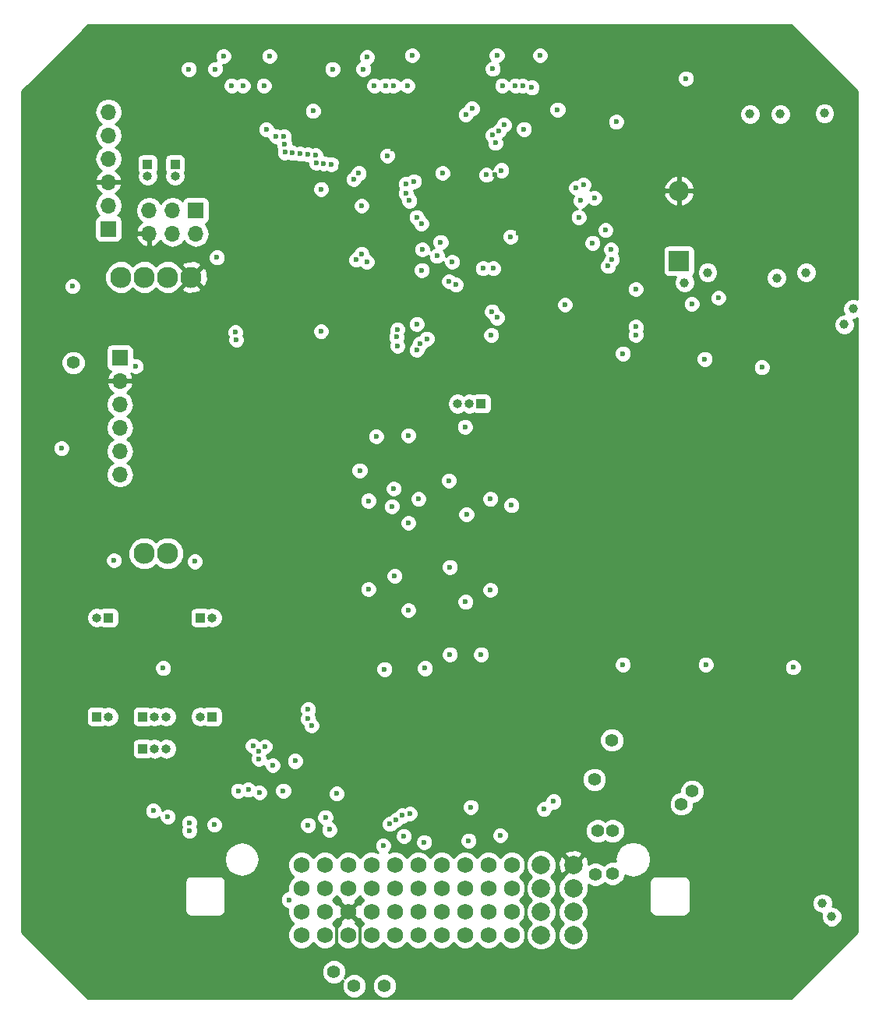
<source format=gbr>
G04 #@! TF.FileFunction,Copper,L3,Inr,Signal*
%FSLAX46Y46*%
G04 Gerber Fmt 4.6, Leading zero omitted, Abs format (unit mm)*
G04 Created by KiCad (PCBNEW 4.0.2-stable) date 26.04.2018 20:03:19*
%MOMM*%
G01*
G04 APERTURE LIST*
%ADD10C,0.100000*%
%ADD11C,2.300000*%
%ADD12R,1.700000X1.700000*%
%ADD13O,1.700000X1.700000*%
%ADD14R,2.200000X2.200000*%
%ADD15O,2.200000X2.200000*%
%ADD16R,1.000000X1.000000*%
%ADD17O,1.000000X1.000000*%
%ADD18C,1.750000*%
%ADD19C,2.000000*%
%ADD20C,1.000000*%
%ADD21C,0.600000*%
%ADD22C,1.400000*%
%ADD23C,0.350000*%
%ADD24C,0.254000*%
G04 APERTURE END LIST*
D10*
D11*
X64420000Y-111500000D03*
X66960000Y-111500000D03*
X61880000Y-81500000D03*
X64420000Y-81500000D03*
X66960000Y-81500000D03*
X69500000Y-81500000D03*
D12*
X61750000Y-90250000D03*
D13*
X61750000Y-92790000D03*
X61750000Y-95330000D03*
X61750000Y-97870000D03*
X61750000Y-100410000D03*
X61750000Y-102950000D03*
D14*
X122500000Y-79750000D03*
D15*
X122500000Y-72130000D03*
D16*
X64750000Y-69250000D03*
D17*
X64750000Y-70520000D03*
D16*
X67750000Y-69250000D03*
D17*
X67750000Y-70520000D03*
D16*
X71750000Y-129250000D03*
D17*
X70480000Y-129250000D03*
D16*
X59250000Y-129250000D03*
D17*
X60520000Y-129250000D03*
D16*
X70500000Y-118500000D03*
D17*
X71770000Y-118500000D03*
D16*
X60500000Y-118500000D03*
D17*
X59230000Y-118500000D03*
D16*
X101000000Y-95250000D03*
D17*
X99730000Y-95250000D03*
X98460000Y-95250000D03*
D12*
X60500000Y-76250000D03*
D13*
X60500000Y-73710000D03*
X60500000Y-71170000D03*
X60500000Y-68630000D03*
X60500000Y-66090000D03*
X60500000Y-63550000D03*
D12*
X70000000Y-74250000D03*
D13*
X70000000Y-76790000D03*
X67460000Y-74250000D03*
X67460000Y-76790000D03*
X64920000Y-74250000D03*
X64920000Y-76790000D03*
D16*
X64250000Y-129250000D03*
D17*
X65520000Y-129250000D03*
X66790000Y-129250000D03*
D16*
X64250000Y-132750000D03*
D17*
X65520000Y-132750000D03*
X66790000Y-132750000D03*
D18*
X81460000Y-145360000D03*
D19*
X107520000Y-145360000D03*
X107520000Y-147900000D03*
X107520000Y-150440000D03*
X107520000Y-152980000D03*
X111020000Y-145360000D03*
X111020000Y-147900000D03*
X111020000Y-150440000D03*
X111020000Y-152980000D03*
D18*
X84000000Y-145360000D03*
X86540000Y-145360000D03*
X89080000Y-145360000D03*
X91620000Y-145360000D03*
X94160000Y-145360000D03*
X96700000Y-145360000D03*
X99240000Y-145360000D03*
X101780000Y-145360000D03*
X104320000Y-145360000D03*
X81460000Y-147900000D03*
X84000000Y-147900000D03*
X86540000Y-147900000D03*
X89080000Y-147900000D03*
X91620000Y-147900000D03*
X94160000Y-147900000D03*
X96700000Y-147900000D03*
X99240000Y-147900000D03*
X101780000Y-147900000D03*
X104320000Y-147900000D03*
X81460000Y-150440000D03*
X84000000Y-150440000D03*
X86540000Y-150440000D03*
X89080000Y-150440000D03*
X91620000Y-150440000D03*
X94160000Y-150440000D03*
X96700000Y-150440000D03*
X99240000Y-150440000D03*
X101780000Y-150440000D03*
X104320000Y-150440000D03*
X81460000Y-152980000D03*
X84000000Y-152980000D03*
X86540000Y-152980000D03*
X89080000Y-152980000D03*
X91620000Y-152980000D03*
X94160000Y-152980000D03*
X96700000Y-152980000D03*
X99240000Y-152980000D03*
X101780000Y-152980000D03*
X104320000Y-152980000D03*
D20*
X130200000Y-63800000D03*
D21*
X101000000Y-122500000D03*
X97600000Y-122500000D03*
X93100000Y-117700000D03*
X88750000Y-115400000D03*
X102000000Y-115500000D03*
X97600000Y-113000000D03*
X88750000Y-105800000D03*
X93100000Y-108200000D03*
X97500000Y-103600000D03*
X102000000Y-105600000D03*
X93100000Y-98700000D03*
X89600000Y-98800000D03*
X94900000Y-124000000D03*
X90500000Y-124100000D03*
X99300000Y-116775000D03*
X91600000Y-113975000D03*
X99400000Y-107275000D03*
X91500000Y-104475000D03*
X99250000Y-97775000D03*
X72600000Y-121900000D03*
X55425000Y-96650000D03*
X58075000Y-100175000D03*
X101350000Y-62650000D03*
X107600000Y-62500000D03*
X105000000Y-76700000D03*
X85750000Y-69500000D03*
X88000000Y-75750000D03*
D22*
X136400000Y-86600000D03*
X56700000Y-87275000D03*
X126900000Y-85925000D03*
D21*
X125650000Y-55800000D03*
X67050000Y-66000000D03*
X53750000Y-82675000D03*
X65150000Y-123975000D03*
X65500000Y-121600000D03*
X57925000Y-137150000D03*
X72950000Y-137125000D03*
X67750000Y-58875000D03*
X73325000Y-55700000D03*
X77675000Y-55700000D03*
X81750000Y-58875000D03*
X83350000Y-58875000D03*
X88950000Y-55675000D03*
X93250000Y-55700000D03*
X98850000Y-58900000D03*
X97350000Y-58900000D03*
X103100000Y-55675000D03*
X107375000Y-55675000D03*
X110800000Y-58875000D03*
X102000000Y-120100000D03*
X96750000Y-120100000D03*
X94000000Y-120100000D03*
X88750000Y-120100000D03*
X102000000Y-110600000D03*
X96750000Y-110600000D03*
X94000000Y-110600000D03*
X88750000Y-110600000D03*
X102000000Y-101200000D03*
X97050000Y-101200000D03*
X94000000Y-101200000D03*
X88750000Y-101200000D03*
D20*
X123200000Y-66800000D03*
X119900000Y-71500000D03*
X119900000Y-70200000D03*
X138900000Y-75600000D03*
X131300000Y-72800000D03*
X128400000Y-65700000D03*
D22*
X109750000Y-96250000D03*
X118750000Y-96250000D03*
X127750000Y-96250000D03*
X136750000Y-96250000D03*
X109750000Y-113000000D03*
X136750000Y-129750000D03*
X127750000Y-113000000D03*
X136700000Y-113000000D03*
X118700000Y-129800000D03*
X127700000Y-129800000D03*
X118700000Y-113050000D03*
D21*
X102500000Y-70400000D03*
X91400000Y-67600000D03*
X96200000Y-88400000D03*
D20*
X123100000Y-82100000D03*
X133100000Y-81600000D03*
X136300000Y-81000000D03*
X125600000Y-81000000D03*
D21*
X55400000Y-100100000D03*
X94000000Y-86600000D03*
X104200000Y-77100000D03*
X88000000Y-73750000D03*
X72000000Y-141000000D03*
X79500000Y-137300000D03*
X69900000Y-112400000D03*
D22*
X56675000Y-90800000D03*
D21*
X110100000Y-84500000D03*
X123250000Y-59925000D03*
X56600000Y-82500000D03*
X61100000Y-112275000D03*
X66452500Y-123972500D03*
X72100000Y-58900000D03*
X69250000Y-58900000D03*
X88200000Y-58900000D03*
X84850000Y-58900000D03*
X102250000Y-58875000D03*
D20*
X133500000Y-63800000D03*
X138300000Y-63700000D03*
D21*
X103200000Y-69900000D03*
X90800000Y-68300000D03*
X69300000Y-140775000D03*
X65375000Y-139475000D03*
X63475000Y-91175000D03*
X83600000Y-87400000D03*
X83600000Y-71950000D03*
X96800000Y-70200000D03*
X94550000Y-80750000D03*
X72300000Y-79375000D03*
X102550000Y-66925000D03*
X105650000Y-65425000D03*
X109300000Y-63300000D03*
X83000000Y-68250000D03*
X84075000Y-140200000D03*
X94800000Y-142900000D03*
X105500000Y-60700000D03*
X80500000Y-68025000D03*
X77400000Y-60700000D03*
X78000000Y-57500000D03*
X107400000Y-57400000D03*
X106500000Y-60900000D03*
X75100000Y-60700000D03*
X77650000Y-65450000D03*
X77500000Y-132500000D03*
X108875000Y-138475000D03*
X76850000Y-132975000D03*
X107825000Y-139300000D03*
X79625000Y-67100000D03*
X104700000Y-60700000D03*
X92600000Y-142225000D03*
X100000000Y-63200000D03*
X81325000Y-68100000D03*
X84500000Y-141525000D03*
X73900000Y-60700000D03*
X73000000Y-57500000D03*
X103300000Y-60700000D03*
X102700000Y-57400000D03*
X99325000Y-63850000D03*
X85300000Y-137625000D03*
X99875000Y-139075000D03*
X82175000Y-68175000D03*
X91500000Y-60700000D03*
X79575000Y-66250000D03*
X93250000Y-139800000D03*
X80775000Y-134075000D03*
X93000000Y-60700000D03*
X93500000Y-57400000D03*
X90600000Y-60700000D03*
X78700000Y-66200000D03*
X82200000Y-141025000D03*
X90350000Y-143275000D03*
X79675000Y-67950000D03*
X82725000Y-63450000D03*
X89400000Y-60700000D03*
X88600000Y-57600000D03*
X117800000Y-86900000D03*
X117800000Y-82800000D03*
X93700000Y-71100000D03*
X112100000Y-71500000D03*
X111300000Y-71800000D03*
X92800000Y-71400000D03*
X113300000Y-72900000D03*
X92800000Y-72400000D03*
X111800000Y-73200000D03*
X93200000Y-73200000D03*
X111600000Y-75000000D03*
X94000000Y-75000000D03*
X94500000Y-75700000D03*
X114500000Y-76400000D03*
X96600000Y-77700000D03*
X113100000Y-77800000D03*
X114800000Y-80300000D03*
X116400000Y-123600000D03*
X116400000Y-89800000D03*
X97850000Y-79850000D03*
X96200000Y-79200000D03*
X115200000Y-79600000D03*
X125400000Y-123600000D03*
X125300000Y-90400000D03*
X115100000Y-78500000D03*
X94600000Y-78500000D03*
X134900000Y-123900000D03*
X131500000Y-91300000D03*
X91900000Y-87200000D03*
X95100000Y-88200000D03*
X88000000Y-78975000D03*
X88575000Y-79850000D03*
X87450000Y-79625000D03*
X87800000Y-102500000D03*
X94200000Y-105600000D03*
X94000000Y-89400000D03*
X91900000Y-89000000D03*
X94400000Y-88700000D03*
X91800000Y-88000000D03*
X97500000Y-81975000D03*
X126775000Y-83750000D03*
X98250000Y-82325000D03*
X123875000Y-84425000D03*
X115675000Y-64625000D03*
X101575000Y-70400000D03*
X102100000Y-87800000D03*
X117800000Y-87800000D03*
X91300000Y-106400000D03*
X104300000Y-106300000D03*
X102175000Y-85250000D03*
X74300000Y-87500000D03*
X102700000Y-85900000D03*
X74375000Y-88325000D03*
X102300000Y-80550000D03*
X101200000Y-80550000D03*
X87700000Y-70225000D03*
X87150000Y-70875000D03*
D22*
X122750000Y-138750000D03*
X90500000Y-158500000D03*
X115200000Y-131800000D03*
X115300000Y-141675000D03*
X115300000Y-146300000D03*
X85000000Y-157000000D03*
X113300000Y-136100000D03*
X113400000Y-146400000D03*
X113650000Y-141675000D03*
X123925000Y-137375000D03*
X87200000Y-158500000D03*
D21*
X92450000Y-140000000D03*
X78350000Y-134550000D03*
X80100000Y-149150000D03*
X69300000Y-141675000D03*
X66950000Y-140125000D03*
D20*
X140450000Y-86650000D03*
X138075000Y-149525000D03*
X141400000Y-84950000D03*
X139075000Y-150975000D03*
D21*
X103075000Y-142150000D03*
X99638970Y-142736030D03*
X76200000Y-132425000D03*
X91075000Y-140925000D03*
X91775000Y-140475000D03*
X76850000Y-133875000D03*
X103475000Y-64975000D03*
X83075000Y-69075000D03*
X82200000Y-128475000D03*
X74600000Y-137300000D03*
X82200000Y-129500000D03*
X83900000Y-69150000D03*
X102925000Y-65625000D03*
X75700000Y-137200000D03*
X76900000Y-137500000D03*
X102225000Y-66075000D03*
X84725000Y-69225000D03*
X82575000Y-130225000D03*
D23*
X86540000Y-150440000D02*
X86535000Y-150440000D01*
X86535000Y-150440000D02*
X85275000Y-151700000D01*
X85275000Y-151700000D02*
X85275000Y-153975000D01*
X86540000Y-150440000D02*
X86540000Y-150540000D01*
X86540000Y-150540000D02*
X87800000Y-151800000D01*
X87800000Y-151800000D02*
X87800000Y-154075000D01*
D24*
G36*
X141873000Y-61302606D02*
X141873000Y-83917447D01*
X141626756Y-83815197D01*
X141175225Y-83814803D01*
X140757914Y-83987233D01*
X140438355Y-84306235D01*
X140265197Y-84723244D01*
X140264803Y-85174775D01*
X140405365Y-85514960D01*
X140225225Y-85514803D01*
X139807914Y-85687233D01*
X139488355Y-86006235D01*
X139315197Y-86423244D01*
X139314803Y-86874775D01*
X139487233Y-87292086D01*
X139806235Y-87611645D01*
X140223244Y-87784803D01*
X140674775Y-87785197D01*
X141092086Y-87612767D01*
X141411645Y-87293765D01*
X141584803Y-86876756D01*
X141585197Y-86425225D01*
X141444635Y-86085040D01*
X141624775Y-86085197D01*
X141873000Y-85982632D01*
X141873000Y-152697394D01*
X134697394Y-159873000D01*
X58302606Y-159873000D01*
X55693989Y-157264383D01*
X83664769Y-157264383D01*
X83867582Y-157755229D01*
X84242796Y-158131098D01*
X84733287Y-158334768D01*
X85264383Y-158335231D01*
X85755229Y-158132418D01*
X86014650Y-157873449D01*
X85865232Y-158233287D01*
X85864769Y-158764383D01*
X86067582Y-159255229D01*
X86442796Y-159631098D01*
X86933287Y-159834768D01*
X87464383Y-159835231D01*
X87955229Y-159632418D01*
X88331098Y-159257204D01*
X88534768Y-158766713D01*
X88534770Y-158764383D01*
X89164769Y-158764383D01*
X89367582Y-159255229D01*
X89742796Y-159631098D01*
X90233287Y-159834768D01*
X90764383Y-159835231D01*
X91255229Y-159632418D01*
X91631098Y-159257204D01*
X91834768Y-158766713D01*
X91835231Y-158235617D01*
X91632418Y-157744771D01*
X91257204Y-157368902D01*
X90766713Y-157165232D01*
X90235617Y-157164769D01*
X89744771Y-157367582D01*
X89368902Y-157742796D01*
X89165232Y-158233287D01*
X89164769Y-158764383D01*
X88534770Y-158764383D01*
X88535231Y-158235617D01*
X88332418Y-157744771D01*
X87957204Y-157368902D01*
X87466713Y-157165232D01*
X86935617Y-157164769D01*
X86444771Y-157367582D01*
X86185350Y-157626551D01*
X86334768Y-157266713D01*
X86335231Y-156735617D01*
X86132418Y-156244771D01*
X85757204Y-155868902D01*
X85266713Y-155665232D01*
X84735617Y-155664769D01*
X84244771Y-155867582D01*
X83868902Y-156242796D01*
X83665232Y-156733287D01*
X83664769Y-157264383D01*
X55693989Y-157264383D01*
X51127000Y-152697394D01*
X51127000Y-147250000D01*
X68790000Y-147250000D01*
X68790000Y-150250000D01*
X68844046Y-150521705D01*
X68997954Y-150752046D01*
X69228295Y-150905954D01*
X69500000Y-150960000D01*
X72500000Y-150960000D01*
X72771705Y-150905954D01*
X73002046Y-150752046D01*
X73155954Y-150521705D01*
X73210000Y-150250000D01*
X73210000Y-149335167D01*
X79164838Y-149335167D01*
X79306883Y-149678943D01*
X79569673Y-149942192D01*
X79913201Y-150084838D01*
X79972450Y-150084890D01*
X79950262Y-150138325D01*
X79949738Y-150739040D01*
X80179138Y-151294229D01*
X80594536Y-151710353D01*
X80180630Y-152123537D01*
X79950262Y-152678325D01*
X79949738Y-153279040D01*
X80179138Y-153834229D01*
X80603537Y-154259370D01*
X81158325Y-154489738D01*
X81759040Y-154490262D01*
X82314229Y-154260862D01*
X82730353Y-153845464D01*
X83143537Y-154259370D01*
X83698325Y-154489738D01*
X84299040Y-154490262D01*
X84854229Y-154260862D01*
X85270353Y-153845464D01*
X85683537Y-154259370D01*
X86238325Y-154489738D01*
X86839040Y-154490262D01*
X87394229Y-154260862D01*
X87810353Y-153845464D01*
X88223537Y-154259370D01*
X88778325Y-154489738D01*
X89379040Y-154490262D01*
X89934229Y-154260862D01*
X90350353Y-153845464D01*
X90763537Y-154259370D01*
X91318325Y-154489738D01*
X91919040Y-154490262D01*
X92474229Y-154260862D01*
X92890353Y-153845464D01*
X93303537Y-154259370D01*
X93858325Y-154489738D01*
X94459040Y-154490262D01*
X95014229Y-154260862D01*
X95430353Y-153845464D01*
X95843537Y-154259370D01*
X96398325Y-154489738D01*
X96999040Y-154490262D01*
X97554229Y-154260862D01*
X97970353Y-153845464D01*
X98383537Y-154259370D01*
X98938325Y-154489738D01*
X99539040Y-154490262D01*
X100094229Y-154260862D01*
X100510353Y-153845464D01*
X100923537Y-154259370D01*
X101478325Y-154489738D01*
X102079040Y-154490262D01*
X102634229Y-154260862D01*
X103050353Y-153845464D01*
X103463537Y-154259370D01*
X104018325Y-154489738D01*
X104619040Y-154490262D01*
X105174229Y-154260862D01*
X105599370Y-153836463D01*
X105829738Y-153281675D01*
X105830262Y-152680960D01*
X105600862Y-152125771D01*
X105185464Y-151709647D01*
X105599370Y-151296463D01*
X105829738Y-150741675D01*
X105830262Y-150140960D01*
X105600862Y-149585771D01*
X105185464Y-149169647D01*
X105599370Y-148756463D01*
X105829738Y-148201675D01*
X105830262Y-147600960D01*
X105600862Y-147045771D01*
X105185464Y-146629647D01*
X105599370Y-146216463D01*
X105820552Y-145683795D01*
X105884716Y-145683795D01*
X106133106Y-146284943D01*
X106477759Y-146630199D01*
X106134722Y-146972637D01*
X105885284Y-147573352D01*
X105884716Y-148223795D01*
X106133106Y-148824943D01*
X106477759Y-149170199D01*
X106134722Y-149512637D01*
X105885284Y-150113352D01*
X105884716Y-150763795D01*
X106133106Y-151364943D01*
X106477759Y-151710199D01*
X106134722Y-152052637D01*
X105885284Y-152653352D01*
X105884716Y-153303795D01*
X106133106Y-153904943D01*
X106592637Y-154365278D01*
X107193352Y-154614716D01*
X107843795Y-154615284D01*
X108444943Y-154366894D01*
X108905278Y-153907363D01*
X109154716Y-153306648D01*
X109155284Y-152656205D01*
X108906894Y-152055057D01*
X108562241Y-151709801D01*
X108905278Y-151367363D01*
X109154716Y-150766648D01*
X109155284Y-150116205D01*
X108906894Y-149515057D01*
X108562241Y-149169801D01*
X108905278Y-148827363D01*
X109154716Y-148226648D01*
X109154718Y-148223795D01*
X109384716Y-148223795D01*
X109633106Y-148824943D01*
X109977759Y-149170199D01*
X109634722Y-149512637D01*
X109385284Y-150113352D01*
X109384716Y-150763795D01*
X109633106Y-151364943D01*
X109977759Y-151710199D01*
X109634722Y-152052637D01*
X109385284Y-152653352D01*
X109384716Y-153303795D01*
X109633106Y-153904943D01*
X110092637Y-154365278D01*
X110693352Y-154614716D01*
X111343795Y-154615284D01*
X111944943Y-154366894D01*
X112405278Y-153907363D01*
X112654716Y-153306648D01*
X112655284Y-152656205D01*
X112406894Y-152055057D01*
X112062241Y-151709801D01*
X112405278Y-151367363D01*
X112654716Y-150766648D01*
X112655284Y-150116205D01*
X112406894Y-149515057D01*
X112062241Y-149169801D01*
X112405278Y-148827363D01*
X112654716Y-148226648D01*
X112655284Y-147576205D01*
X112632303Y-147520587D01*
X112642796Y-147531098D01*
X113133287Y-147734768D01*
X113664383Y-147735231D01*
X114155229Y-147532418D01*
X114400010Y-147288063D01*
X114542796Y-147431098D01*
X115033287Y-147634768D01*
X115564383Y-147635231D01*
X116055229Y-147432418D01*
X116237965Y-147250000D01*
X119290000Y-147250000D01*
X119290000Y-150250000D01*
X119344046Y-150521705D01*
X119497954Y-150752046D01*
X119728295Y-150905954D01*
X120000000Y-150960000D01*
X123000000Y-150960000D01*
X123271705Y-150905954D01*
X123502046Y-150752046D01*
X123655954Y-150521705D01*
X123710000Y-150250000D01*
X123710000Y-149749775D01*
X136939803Y-149749775D01*
X137112233Y-150167086D01*
X137431235Y-150486645D01*
X137848244Y-150659803D01*
X137976874Y-150659915D01*
X137940197Y-150748244D01*
X137939803Y-151199775D01*
X138112233Y-151617086D01*
X138431235Y-151936645D01*
X138848244Y-152109803D01*
X139299775Y-152110197D01*
X139717086Y-151937767D01*
X140036645Y-151618765D01*
X140209803Y-151201756D01*
X140210197Y-150750225D01*
X140037767Y-150332914D01*
X139718765Y-150013355D01*
X139301756Y-149840197D01*
X139173126Y-149840085D01*
X139209803Y-149751756D01*
X139210197Y-149300225D01*
X139037767Y-148882914D01*
X138718765Y-148563355D01*
X138301756Y-148390197D01*
X137850225Y-148389803D01*
X137432914Y-148562233D01*
X137113355Y-148881235D01*
X136940197Y-149298244D01*
X136939803Y-149749775D01*
X123710000Y-149749775D01*
X123710000Y-147250000D01*
X123655954Y-146978295D01*
X123502046Y-146747954D01*
X123271705Y-146594046D01*
X123000000Y-146540000D01*
X120000000Y-146540000D01*
X119728295Y-146594046D01*
X119497954Y-146747954D01*
X119344046Y-146978295D01*
X119290000Y-147250000D01*
X116237965Y-147250000D01*
X116431098Y-147057204D01*
X116634768Y-146566713D01*
X116634856Y-146466106D01*
X116755716Y-146546862D01*
X117500000Y-146694909D01*
X118244284Y-146546862D01*
X118875258Y-146125258D01*
X119296862Y-145494284D01*
X119444909Y-144750000D01*
X119296862Y-144005716D01*
X118875258Y-143374742D01*
X118244284Y-142953138D01*
X117500000Y-142805091D01*
X116755716Y-142953138D01*
X116124742Y-143374742D01*
X115703138Y-144005716D01*
X115555091Y-144750000D01*
X115600711Y-144979349D01*
X115566713Y-144965232D01*
X115035617Y-144964769D01*
X114544771Y-145167582D01*
X114299990Y-145411937D01*
X114157204Y-145268902D01*
X113666713Y-145065232D01*
X113135617Y-145064769D01*
X112652580Y-145264355D01*
X112641856Y-144974540D01*
X112439387Y-144485736D01*
X112172532Y-144387073D01*
X111199605Y-145360000D01*
X111213748Y-145374143D01*
X111034143Y-145553748D01*
X111020000Y-145539605D01*
X110047073Y-146512532D01*
X110060164Y-146547938D01*
X109634722Y-146972637D01*
X109385284Y-147573352D01*
X109384716Y-148223795D01*
X109154718Y-148223795D01*
X109155284Y-147576205D01*
X108906894Y-146975057D01*
X108562241Y-146629801D01*
X108905278Y-146287363D01*
X109154716Y-145686648D01*
X109155232Y-145095461D01*
X109374092Y-145095461D01*
X109398144Y-145745460D01*
X109600613Y-146234264D01*
X109867468Y-146332927D01*
X110840395Y-145360000D01*
X109867468Y-144387073D01*
X109600613Y-144485736D01*
X109374092Y-145095461D01*
X109155232Y-145095461D01*
X109155284Y-145036205D01*
X108906894Y-144435057D01*
X108679703Y-144207468D01*
X110047073Y-144207468D01*
X111020000Y-145180395D01*
X111992927Y-144207468D01*
X111894264Y-143940613D01*
X111284539Y-143714092D01*
X110634540Y-143738144D01*
X110145736Y-143940613D01*
X110047073Y-144207468D01*
X108679703Y-144207468D01*
X108447363Y-143974722D01*
X107846648Y-143725284D01*
X107196205Y-143724716D01*
X106595057Y-143973106D01*
X106134722Y-144432637D01*
X105885284Y-145033352D01*
X105884716Y-145683795D01*
X105820552Y-145683795D01*
X105829738Y-145661675D01*
X105830262Y-145060960D01*
X105600862Y-144505771D01*
X105176463Y-144080630D01*
X104621675Y-143850262D01*
X104020960Y-143849738D01*
X103465771Y-144079138D01*
X103049647Y-144494536D01*
X102636463Y-144080630D01*
X102081675Y-143850262D01*
X101480960Y-143849738D01*
X100925771Y-144079138D01*
X100509647Y-144494536D01*
X100096463Y-144080630D01*
X99541675Y-143850262D01*
X98940960Y-143849738D01*
X98385771Y-144079138D01*
X97969647Y-144494536D01*
X97556463Y-144080630D01*
X97001675Y-143850262D01*
X96400960Y-143849738D01*
X95845771Y-144079138D01*
X95429647Y-144494536D01*
X95016463Y-144080630D01*
X94461675Y-143850262D01*
X93860960Y-143849738D01*
X93305771Y-144079138D01*
X92889647Y-144494536D01*
X92476463Y-144080630D01*
X91921675Y-143850262D01*
X91320960Y-143849738D01*
X90940032Y-144007135D01*
X91142192Y-143805327D01*
X91284838Y-143461799D01*
X91285162Y-143089833D01*
X91143117Y-142746057D01*
X90880327Y-142482808D01*
X90705389Y-142410167D01*
X91664838Y-142410167D01*
X91806883Y-142753943D01*
X92069673Y-143017192D01*
X92413201Y-143159838D01*
X92785167Y-143160162D01*
X92966669Y-143085167D01*
X93864838Y-143085167D01*
X94006883Y-143428943D01*
X94269673Y-143692192D01*
X94613201Y-143834838D01*
X94985167Y-143835162D01*
X95328943Y-143693117D01*
X95592192Y-143430327D01*
X95734838Y-143086799D01*
X95734982Y-142921197D01*
X98703808Y-142921197D01*
X98845853Y-143264973D01*
X99108643Y-143528222D01*
X99452171Y-143670868D01*
X99824137Y-143671192D01*
X100167913Y-143529147D01*
X100431162Y-143266357D01*
X100573808Y-142922829D01*
X100574132Y-142550863D01*
X100485009Y-142335167D01*
X102139838Y-142335167D01*
X102281883Y-142678943D01*
X102544673Y-142942192D01*
X102888201Y-143084838D01*
X103260167Y-143085162D01*
X103603943Y-142943117D01*
X103867192Y-142680327D01*
X104009838Y-142336799D01*
X104010162Y-141964833D01*
X103999647Y-141939383D01*
X112314769Y-141939383D01*
X112517582Y-142430229D01*
X112892796Y-142806098D01*
X113383287Y-143009768D01*
X113914383Y-143010231D01*
X114405229Y-142807418D01*
X114474792Y-142737976D01*
X114542796Y-142806098D01*
X115033287Y-143009768D01*
X115564383Y-143010231D01*
X116055229Y-142807418D01*
X116431098Y-142432204D01*
X116634768Y-141941713D01*
X116635231Y-141410617D01*
X116432418Y-140919771D01*
X116057204Y-140543902D01*
X115566713Y-140340232D01*
X115035617Y-140339769D01*
X114544771Y-140542582D01*
X114475208Y-140612024D01*
X114407204Y-140543902D01*
X113916713Y-140340232D01*
X113385617Y-140339769D01*
X112894771Y-140542582D01*
X112518902Y-140917796D01*
X112315232Y-141408287D01*
X112314769Y-141939383D01*
X103999647Y-141939383D01*
X103868117Y-141621057D01*
X103605327Y-141357808D01*
X103261799Y-141215162D01*
X102889833Y-141214838D01*
X102546057Y-141356883D01*
X102282808Y-141619673D01*
X102140162Y-141963201D01*
X102139838Y-142335167D01*
X100485009Y-142335167D01*
X100432087Y-142207087D01*
X100169297Y-141943838D01*
X99825769Y-141801192D01*
X99453803Y-141800868D01*
X99110027Y-141942913D01*
X98846778Y-142205703D01*
X98704132Y-142549231D01*
X98703808Y-142921197D01*
X95734982Y-142921197D01*
X95735162Y-142714833D01*
X95593117Y-142371057D01*
X95330327Y-142107808D01*
X94986799Y-141965162D01*
X94614833Y-141964838D01*
X94271057Y-142106883D01*
X94007808Y-142369673D01*
X93865162Y-142713201D01*
X93864838Y-143085167D01*
X92966669Y-143085167D01*
X93128943Y-143018117D01*
X93392192Y-142755327D01*
X93534838Y-142411799D01*
X93535162Y-142039833D01*
X93393117Y-141696057D01*
X93130327Y-141432808D01*
X92786799Y-141290162D01*
X92414833Y-141289838D01*
X92071057Y-141431883D01*
X91807808Y-141694673D01*
X91665162Y-142038201D01*
X91664838Y-142410167D01*
X90705389Y-142410167D01*
X90536799Y-142340162D01*
X90164833Y-142339838D01*
X89821057Y-142481883D01*
X89557808Y-142744673D01*
X89415162Y-143088201D01*
X89414838Y-143460167D01*
X89556883Y-143803943D01*
X89759900Y-144007315D01*
X89381675Y-143850262D01*
X88780960Y-143849738D01*
X88225771Y-144079138D01*
X87809647Y-144494536D01*
X87396463Y-144080630D01*
X86841675Y-143850262D01*
X86240960Y-143849738D01*
X85685771Y-144079138D01*
X85269647Y-144494536D01*
X84856463Y-144080630D01*
X84301675Y-143850262D01*
X83700960Y-143849738D01*
X83145771Y-144079138D01*
X82729647Y-144494536D01*
X82316463Y-144080630D01*
X81761675Y-143850262D01*
X81160960Y-143849738D01*
X80605771Y-144079138D01*
X80180630Y-144503537D01*
X79950262Y-145058325D01*
X79949738Y-145659040D01*
X80179138Y-146214229D01*
X80594536Y-146630353D01*
X80180630Y-147043537D01*
X79950262Y-147598325D01*
X79949738Y-148199040D01*
X79956281Y-148214874D01*
X79914833Y-148214838D01*
X79571057Y-148356883D01*
X79307808Y-148619673D01*
X79165162Y-148963201D01*
X79164838Y-149335167D01*
X73210000Y-149335167D01*
X73210000Y-147250000D01*
X73155954Y-146978295D01*
X73002046Y-146747954D01*
X72771705Y-146594046D01*
X72500000Y-146540000D01*
X69500000Y-146540000D01*
X69228295Y-146594046D01*
X68997954Y-146747954D01*
X68844046Y-146978295D01*
X68790000Y-147250000D01*
X51127000Y-147250000D01*
X51127000Y-144750000D01*
X73087399Y-144750000D01*
X73232987Y-145481921D01*
X73647587Y-146102413D01*
X74268079Y-146517013D01*
X75000000Y-146662601D01*
X75731921Y-146517013D01*
X76352413Y-146102413D01*
X76767013Y-145481921D01*
X76912601Y-144750000D01*
X76767013Y-144018079D01*
X76352413Y-143397587D01*
X75731921Y-142982987D01*
X75000000Y-142837399D01*
X74268079Y-142982987D01*
X73647587Y-143397587D01*
X73232987Y-144018079D01*
X73087399Y-144750000D01*
X51127000Y-144750000D01*
X51127000Y-139660167D01*
X64439838Y-139660167D01*
X64581883Y-140003943D01*
X64844673Y-140267192D01*
X65188201Y-140409838D01*
X65560167Y-140410162D01*
X65903943Y-140268117D01*
X66014971Y-140157282D01*
X66014838Y-140310167D01*
X66156883Y-140653943D01*
X66419673Y-140917192D01*
X66763201Y-141059838D01*
X67135167Y-141060162D01*
X67377173Y-140960167D01*
X68364838Y-140960167D01*
X68474359Y-141225228D01*
X68365162Y-141488201D01*
X68364838Y-141860167D01*
X68506883Y-142203943D01*
X68769673Y-142467192D01*
X69113201Y-142609838D01*
X69485167Y-142610162D01*
X69828943Y-142468117D01*
X70092192Y-142205327D01*
X70234838Y-141861799D01*
X70235162Y-141489833D01*
X70125641Y-141224772D01*
X70142086Y-141185167D01*
X71064838Y-141185167D01*
X71206883Y-141528943D01*
X71469673Y-141792192D01*
X71813201Y-141934838D01*
X72185167Y-141935162D01*
X72528943Y-141793117D01*
X72792192Y-141530327D01*
X72925134Y-141210167D01*
X81264838Y-141210167D01*
X81406883Y-141553943D01*
X81669673Y-141817192D01*
X82013201Y-141959838D01*
X82385167Y-141960162D01*
X82728943Y-141818117D01*
X82992192Y-141555327D01*
X83134838Y-141211799D01*
X83135162Y-140839833D01*
X82993117Y-140496057D01*
X82882421Y-140385167D01*
X83139838Y-140385167D01*
X83281883Y-140728943D01*
X83544673Y-140992192D01*
X83684695Y-141050335D01*
X83565162Y-141338201D01*
X83564838Y-141710167D01*
X83706883Y-142053943D01*
X83969673Y-142317192D01*
X84313201Y-142459838D01*
X84685167Y-142460162D01*
X85028943Y-142318117D01*
X85292192Y-142055327D01*
X85434838Y-141711799D01*
X85435162Y-141339833D01*
X85340267Y-141110167D01*
X90139838Y-141110167D01*
X90281883Y-141453943D01*
X90544673Y-141717192D01*
X90888201Y-141859838D01*
X91260167Y-141860162D01*
X91603943Y-141718117D01*
X91867192Y-141455327D01*
X91885973Y-141410097D01*
X91960167Y-141410162D01*
X92303943Y-141268117D01*
X92567192Y-141005327D01*
X92596341Y-140935128D01*
X92635167Y-140935162D01*
X92978943Y-140793117D01*
X93044926Y-140727249D01*
X93063201Y-140734838D01*
X93435167Y-140735162D01*
X93778943Y-140593117D01*
X94042192Y-140330327D01*
X94184838Y-139986799D01*
X94185162Y-139614833D01*
X94043117Y-139271057D01*
X94032246Y-139260167D01*
X98939838Y-139260167D01*
X99081883Y-139603943D01*
X99344673Y-139867192D01*
X99688201Y-140009838D01*
X100060167Y-140010162D01*
X100403943Y-139868117D01*
X100667192Y-139605327D01*
X100717087Y-139485167D01*
X106889838Y-139485167D01*
X107031883Y-139828943D01*
X107294673Y-140092192D01*
X107638201Y-140234838D01*
X108010167Y-140235162D01*
X108353943Y-140093117D01*
X108617192Y-139830327D01*
X108759838Y-139486799D01*
X108759905Y-139409900D01*
X109060167Y-139410162D01*
X109403943Y-139268117D01*
X109658120Y-139014383D01*
X121414769Y-139014383D01*
X121617582Y-139505229D01*
X121992796Y-139881098D01*
X122483287Y-140084768D01*
X123014383Y-140085231D01*
X123505229Y-139882418D01*
X123881098Y-139507204D01*
X124084768Y-139016713D01*
X124085035Y-138710140D01*
X124189383Y-138710231D01*
X124680229Y-138507418D01*
X125056098Y-138132204D01*
X125259768Y-137641713D01*
X125260231Y-137110617D01*
X125057418Y-136619771D01*
X124682204Y-136243902D01*
X124191713Y-136040232D01*
X123660617Y-136039769D01*
X123169771Y-136242582D01*
X122793902Y-136617796D01*
X122590232Y-137108287D01*
X122589965Y-137414860D01*
X122485617Y-137414769D01*
X121994771Y-137617582D01*
X121618902Y-137992796D01*
X121415232Y-138483287D01*
X121414769Y-139014383D01*
X109658120Y-139014383D01*
X109667192Y-139005327D01*
X109809838Y-138661799D01*
X109810162Y-138289833D01*
X109668117Y-137946057D01*
X109405327Y-137682808D01*
X109061799Y-137540162D01*
X108689833Y-137539838D01*
X108346057Y-137681883D01*
X108082808Y-137944673D01*
X107940162Y-138288201D01*
X107940095Y-138365100D01*
X107639833Y-138364838D01*
X107296057Y-138506883D01*
X107032808Y-138769673D01*
X106890162Y-139113201D01*
X106889838Y-139485167D01*
X100717087Y-139485167D01*
X100809838Y-139261799D01*
X100810162Y-138889833D01*
X100668117Y-138546057D01*
X100405327Y-138282808D01*
X100061799Y-138140162D01*
X99689833Y-138139838D01*
X99346057Y-138281883D01*
X99082808Y-138544673D01*
X98940162Y-138888201D01*
X98939838Y-139260167D01*
X94032246Y-139260167D01*
X93780327Y-139007808D01*
X93436799Y-138865162D01*
X93064833Y-138864838D01*
X92721057Y-139006883D01*
X92655074Y-139072751D01*
X92636799Y-139065162D01*
X92264833Y-139064838D01*
X91921057Y-139206883D01*
X91657808Y-139469673D01*
X91628659Y-139539872D01*
X91589833Y-139539838D01*
X91246057Y-139681883D01*
X90982808Y-139944673D01*
X90964027Y-139989903D01*
X90889833Y-139989838D01*
X90546057Y-140131883D01*
X90282808Y-140394673D01*
X90140162Y-140738201D01*
X90139838Y-141110167D01*
X85340267Y-141110167D01*
X85293117Y-140996057D01*
X85030327Y-140732808D01*
X84890305Y-140674665D01*
X85009838Y-140386799D01*
X85010162Y-140014833D01*
X84868117Y-139671057D01*
X84605327Y-139407808D01*
X84261799Y-139265162D01*
X83889833Y-139264838D01*
X83546057Y-139406883D01*
X83282808Y-139669673D01*
X83140162Y-140013201D01*
X83139838Y-140385167D01*
X82882421Y-140385167D01*
X82730327Y-140232808D01*
X82386799Y-140090162D01*
X82014833Y-140089838D01*
X81671057Y-140231883D01*
X81407808Y-140494673D01*
X81265162Y-140838201D01*
X81264838Y-141210167D01*
X72925134Y-141210167D01*
X72934838Y-141186799D01*
X72935162Y-140814833D01*
X72793117Y-140471057D01*
X72530327Y-140207808D01*
X72186799Y-140065162D01*
X71814833Y-140064838D01*
X71471057Y-140206883D01*
X71207808Y-140469673D01*
X71065162Y-140813201D01*
X71064838Y-141185167D01*
X70142086Y-141185167D01*
X70234838Y-140961799D01*
X70235162Y-140589833D01*
X70093117Y-140246057D01*
X69830327Y-139982808D01*
X69486799Y-139840162D01*
X69114833Y-139839838D01*
X68771057Y-139981883D01*
X68507808Y-140244673D01*
X68365162Y-140588201D01*
X68364838Y-140960167D01*
X67377173Y-140960167D01*
X67478943Y-140918117D01*
X67742192Y-140655327D01*
X67884838Y-140311799D01*
X67885162Y-139939833D01*
X67743117Y-139596057D01*
X67480327Y-139332808D01*
X67136799Y-139190162D01*
X66764833Y-139189838D01*
X66421057Y-139331883D01*
X66310029Y-139442718D01*
X66310162Y-139289833D01*
X66168117Y-138946057D01*
X65905327Y-138682808D01*
X65561799Y-138540162D01*
X65189833Y-138539838D01*
X64846057Y-138681883D01*
X64582808Y-138944673D01*
X64440162Y-139288201D01*
X64439838Y-139660167D01*
X51127000Y-139660167D01*
X51127000Y-137485167D01*
X73664838Y-137485167D01*
X73806883Y-137828943D01*
X74069673Y-138092192D01*
X74413201Y-138234838D01*
X74785167Y-138235162D01*
X75128943Y-138093117D01*
X75212309Y-138009896D01*
X75513201Y-138134838D01*
X75885167Y-138135162D01*
X76117207Y-138039285D01*
X76369673Y-138292192D01*
X76713201Y-138434838D01*
X77085167Y-138435162D01*
X77428943Y-138293117D01*
X77692192Y-138030327D01*
X77834838Y-137686799D01*
X77835013Y-137485167D01*
X78564838Y-137485167D01*
X78706883Y-137828943D01*
X78969673Y-138092192D01*
X79313201Y-138234838D01*
X79685167Y-138235162D01*
X80028943Y-138093117D01*
X80292192Y-137830327D01*
X80300563Y-137810167D01*
X84364838Y-137810167D01*
X84506883Y-138153943D01*
X84769673Y-138417192D01*
X85113201Y-138559838D01*
X85485167Y-138560162D01*
X85828943Y-138418117D01*
X86092192Y-138155327D01*
X86234838Y-137811799D01*
X86235162Y-137439833D01*
X86093117Y-137096057D01*
X85830327Y-136832808D01*
X85486799Y-136690162D01*
X85114833Y-136689838D01*
X84771057Y-136831883D01*
X84507808Y-137094673D01*
X84365162Y-137438201D01*
X84364838Y-137810167D01*
X80300563Y-137810167D01*
X80434838Y-137486799D01*
X80435162Y-137114833D01*
X80293117Y-136771057D01*
X80030327Y-136507808D01*
X79686799Y-136365162D01*
X79314833Y-136364838D01*
X78971057Y-136506883D01*
X78707808Y-136769673D01*
X78565162Y-137113201D01*
X78564838Y-137485167D01*
X77835013Y-137485167D01*
X77835162Y-137314833D01*
X77693117Y-136971057D01*
X77430327Y-136707808D01*
X77086799Y-136565162D01*
X76714833Y-136564838D01*
X76482793Y-136660715D01*
X76230327Y-136407808D01*
X76125749Y-136364383D01*
X111964769Y-136364383D01*
X112167582Y-136855229D01*
X112542796Y-137231098D01*
X113033287Y-137434768D01*
X113564383Y-137435231D01*
X114055229Y-137232418D01*
X114431098Y-136857204D01*
X114634768Y-136366713D01*
X114635231Y-135835617D01*
X114432418Y-135344771D01*
X114057204Y-134968902D01*
X113566713Y-134765232D01*
X113035617Y-134764769D01*
X112544771Y-134967582D01*
X112168902Y-135342796D01*
X111965232Y-135833287D01*
X111964769Y-136364383D01*
X76125749Y-136364383D01*
X75886799Y-136265162D01*
X75514833Y-136264838D01*
X75171057Y-136406883D01*
X75087691Y-136490104D01*
X74786799Y-136365162D01*
X74414833Y-136364838D01*
X74071057Y-136506883D01*
X73807808Y-136769673D01*
X73665162Y-137113201D01*
X73664838Y-137485167D01*
X51127000Y-137485167D01*
X51127000Y-132250000D01*
X63102560Y-132250000D01*
X63102560Y-133250000D01*
X63146838Y-133485317D01*
X63285910Y-133701441D01*
X63498110Y-133846431D01*
X63750000Y-133897440D01*
X64750000Y-133897440D01*
X64985317Y-133853162D01*
X65061073Y-133804414D01*
X65085654Y-133820839D01*
X65520000Y-133907236D01*
X65954346Y-133820839D01*
X66155000Y-133686766D01*
X66355654Y-133820839D01*
X66790000Y-133907236D01*
X67224346Y-133820839D01*
X67592566Y-133574802D01*
X67838603Y-133206582D01*
X67925000Y-132772236D01*
X67925000Y-132727764D01*
X67901609Y-132610167D01*
X75264838Y-132610167D01*
X75406883Y-132953943D01*
X75669673Y-133217192D01*
X75994055Y-133351888D01*
X76024359Y-133425228D01*
X75915162Y-133688201D01*
X75914838Y-134060167D01*
X76056883Y-134403943D01*
X76319673Y-134667192D01*
X76663201Y-134809838D01*
X77035167Y-134810162D01*
X77378943Y-134668117D01*
X77414928Y-134632195D01*
X77414838Y-134735167D01*
X77556883Y-135078943D01*
X77819673Y-135342192D01*
X78163201Y-135484838D01*
X78535167Y-135485162D01*
X78878943Y-135343117D01*
X79142192Y-135080327D01*
X79284838Y-134736799D01*
X79285162Y-134364833D01*
X79241915Y-134260167D01*
X79839838Y-134260167D01*
X79981883Y-134603943D01*
X80244673Y-134867192D01*
X80588201Y-135009838D01*
X80960167Y-135010162D01*
X81303943Y-134868117D01*
X81567192Y-134605327D01*
X81709838Y-134261799D01*
X81710162Y-133889833D01*
X81568117Y-133546057D01*
X81305327Y-133282808D01*
X80961799Y-133140162D01*
X80589833Y-133139838D01*
X80246057Y-133281883D01*
X79982808Y-133544673D01*
X79840162Y-133888201D01*
X79839838Y-134260167D01*
X79241915Y-134260167D01*
X79143117Y-134021057D01*
X78880327Y-133757808D01*
X78536799Y-133615162D01*
X78164833Y-133614838D01*
X77821057Y-133756883D01*
X77785072Y-133792805D01*
X77785162Y-133689833D01*
X77679932Y-133435157D01*
X77685167Y-133435162D01*
X78028943Y-133293117D01*
X78292192Y-133030327D01*
X78434838Y-132686799D01*
X78435162Y-132314833D01*
X78331679Y-132064383D01*
X113864769Y-132064383D01*
X114067582Y-132555229D01*
X114442796Y-132931098D01*
X114933287Y-133134768D01*
X115464383Y-133135231D01*
X115955229Y-132932418D01*
X116331098Y-132557204D01*
X116534768Y-132066713D01*
X116535231Y-131535617D01*
X116332418Y-131044771D01*
X115957204Y-130668902D01*
X115466713Y-130465232D01*
X114935617Y-130464769D01*
X114444771Y-130667582D01*
X114068902Y-131042796D01*
X113865232Y-131533287D01*
X113864769Y-132064383D01*
X78331679Y-132064383D01*
X78293117Y-131971057D01*
X78030327Y-131707808D01*
X77686799Y-131565162D01*
X77314833Y-131564838D01*
X76971057Y-131706883D01*
X76887519Y-131790275D01*
X76730327Y-131632808D01*
X76386799Y-131490162D01*
X76014833Y-131489838D01*
X75671057Y-131631883D01*
X75407808Y-131894673D01*
X75265162Y-132238201D01*
X75264838Y-132610167D01*
X67901609Y-132610167D01*
X67838603Y-132293418D01*
X67592566Y-131925198D01*
X67224346Y-131679161D01*
X66790000Y-131592764D01*
X66355654Y-131679161D01*
X66155000Y-131813234D01*
X65954346Y-131679161D01*
X65520000Y-131592764D01*
X65085654Y-131679161D01*
X65062241Y-131694805D01*
X65001890Y-131653569D01*
X64750000Y-131602560D01*
X63750000Y-131602560D01*
X63514683Y-131646838D01*
X63298559Y-131785910D01*
X63153569Y-131998110D01*
X63102560Y-132250000D01*
X51127000Y-132250000D01*
X51127000Y-128750000D01*
X58102560Y-128750000D01*
X58102560Y-129750000D01*
X58146838Y-129985317D01*
X58285910Y-130201441D01*
X58498110Y-130346431D01*
X58750000Y-130397440D01*
X59750000Y-130397440D01*
X59985317Y-130353162D01*
X60061073Y-130304414D01*
X60085654Y-130320839D01*
X60520000Y-130407236D01*
X60954346Y-130320839D01*
X61322566Y-130074802D01*
X61568603Y-129706582D01*
X61655000Y-129272236D01*
X61655000Y-129227764D01*
X61568603Y-128793418D01*
X61539592Y-128750000D01*
X63102560Y-128750000D01*
X63102560Y-129750000D01*
X63146838Y-129985317D01*
X63285910Y-130201441D01*
X63498110Y-130346431D01*
X63750000Y-130397440D01*
X64750000Y-130397440D01*
X64985317Y-130353162D01*
X65061073Y-130304414D01*
X65085654Y-130320839D01*
X65520000Y-130407236D01*
X65954346Y-130320839D01*
X66155000Y-130186766D01*
X66355654Y-130320839D01*
X66790000Y-130407236D01*
X67224346Y-130320839D01*
X67592566Y-130074802D01*
X67838603Y-129706582D01*
X67925000Y-129272236D01*
X67925000Y-129227764D01*
X69345000Y-129227764D01*
X69345000Y-129272236D01*
X69431397Y-129706582D01*
X69677434Y-130074802D01*
X70045654Y-130320839D01*
X70480000Y-130407236D01*
X70914346Y-130320839D01*
X70937759Y-130305195D01*
X70998110Y-130346431D01*
X71250000Y-130397440D01*
X72250000Y-130397440D01*
X72485317Y-130353162D01*
X72701441Y-130214090D01*
X72846431Y-130001890D01*
X72897440Y-129750000D01*
X72897440Y-128750000D01*
X72880537Y-128660167D01*
X81264838Y-128660167D01*
X81400247Y-128987882D01*
X81265162Y-129313201D01*
X81264838Y-129685167D01*
X81406883Y-130028943D01*
X81639967Y-130262434D01*
X81639838Y-130410167D01*
X81781883Y-130753943D01*
X82044673Y-131017192D01*
X82388201Y-131159838D01*
X82760167Y-131160162D01*
X83103943Y-131018117D01*
X83367192Y-130755327D01*
X83509838Y-130411799D01*
X83510162Y-130039833D01*
X83368117Y-129696057D01*
X83135033Y-129462566D01*
X83135162Y-129314833D01*
X82999753Y-128987118D01*
X83134838Y-128661799D01*
X83135162Y-128289833D01*
X82993117Y-127946057D01*
X82730327Y-127682808D01*
X82386799Y-127540162D01*
X82014833Y-127539838D01*
X81671057Y-127681883D01*
X81407808Y-127944673D01*
X81265162Y-128288201D01*
X81264838Y-128660167D01*
X72880537Y-128660167D01*
X72853162Y-128514683D01*
X72714090Y-128298559D01*
X72501890Y-128153569D01*
X72250000Y-128102560D01*
X71250000Y-128102560D01*
X71014683Y-128146838D01*
X70938927Y-128195586D01*
X70914346Y-128179161D01*
X70480000Y-128092764D01*
X70045654Y-128179161D01*
X69677434Y-128425198D01*
X69431397Y-128793418D01*
X69345000Y-129227764D01*
X67925000Y-129227764D01*
X67838603Y-128793418D01*
X67592566Y-128425198D01*
X67224346Y-128179161D01*
X66790000Y-128092764D01*
X66355654Y-128179161D01*
X66155000Y-128313234D01*
X65954346Y-128179161D01*
X65520000Y-128092764D01*
X65085654Y-128179161D01*
X65062241Y-128194805D01*
X65001890Y-128153569D01*
X64750000Y-128102560D01*
X63750000Y-128102560D01*
X63514683Y-128146838D01*
X63298559Y-128285910D01*
X63153569Y-128498110D01*
X63102560Y-128750000D01*
X61539592Y-128750000D01*
X61322566Y-128425198D01*
X60954346Y-128179161D01*
X60520000Y-128092764D01*
X60085654Y-128179161D01*
X60062241Y-128194805D01*
X60001890Y-128153569D01*
X59750000Y-128102560D01*
X58750000Y-128102560D01*
X58514683Y-128146838D01*
X58298559Y-128285910D01*
X58153569Y-128498110D01*
X58102560Y-128750000D01*
X51127000Y-128750000D01*
X51127000Y-124157667D01*
X65517338Y-124157667D01*
X65659383Y-124501443D01*
X65922173Y-124764692D01*
X66265701Y-124907338D01*
X66637667Y-124907662D01*
X66981443Y-124765617D01*
X67244692Y-124502827D01*
X67335072Y-124285167D01*
X89564838Y-124285167D01*
X89706883Y-124628943D01*
X89969673Y-124892192D01*
X90313201Y-125034838D01*
X90685167Y-125035162D01*
X91028943Y-124893117D01*
X91292192Y-124630327D01*
X91434838Y-124286799D01*
X91434926Y-124185167D01*
X93964838Y-124185167D01*
X94106883Y-124528943D01*
X94369673Y-124792192D01*
X94713201Y-124934838D01*
X95085167Y-124935162D01*
X95428943Y-124793117D01*
X95692192Y-124530327D01*
X95834838Y-124186799D01*
X95835162Y-123814833D01*
X95822905Y-123785167D01*
X115464838Y-123785167D01*
X115606883Y-124128943D01*
X115869673Y-124392192D01*
X116213201Y-124534838D01*
X116585167Y-124535162D01*
X116928943Y-124393117D01*
X117192192Y-124130327D01*
X117334838Y-123786799D01*
X117334839Y-123785167D01*
X124464838Y-123785167D01*
X124606883Y-124128943D01*
X124869673Y-124392192D01*
X125213201Y-124534838D01*
X125585167Y-124535162D01*
X125928943Y-124393117D01*
X126192192Y-124130327D01*
X126210944Y-124085167D01*
X133964838Y-124085167D01*
X134106883Y-124428943D01*
X134369673Y-124692192D01*
X134713201Y-124834838D01*
X135085167Y-124835162D01*
X135428943Y-124693117D01*
X135692192Y-124430327D01*
X135834838Y-124086799D01*
X135835162Y-123714833D01*
X135693117Y-123371057D01*
X135430327Y-123107808D01*
X135086799Y-122965162D01*
X134714833Y-122964838D01*
X134371057Y-123106883D01*
X134107808Y-123369673D01*
X133965162Y-123713201D01*
X133964838Y-124085167D01*
X126210944Y-124085167D01*
X126334838Y-123786799D01*
X126335162Y-123414833D01*
X126193117Y-123071057D01*
X125930327Y-122807808D01*
X125586799Y-122665162D01*
X125214833Y-122664838D01*
X124871057Y-122806883D01*
X124607808Y-123069673D01*
X124465162Y-123413201D01*
X124464838Y-123785167D01*
X117334839Y-123785167D01*
X117335162Y-123414833D01*
X117193117Y-123071057D01*
X116930327Y-122807808D01*
X116586799Y-122665162D01*
X116214833Y-122664838D01*
X115871057Y-122806883D01*
X115607808Y-123069673D01*
X115465162Y-123413201D01*
X115464838Y-123785167D01*
X95822905Y-123785167D01*
X95693117Y-123471057D01*
X95430327Y-123207808D01*
X95086799Y-123065162D01*
X94714833Y-123064838D01*
X94371057Y-123206883D01*
X94107808Y-123469673D01*
X93965162Y-123813201D01*
X93964838Y-124185167D01*
X91434926Y-124185167D01*
X91435162Y-123914833D01*
X91293117Y-123571057D01*
X91030327Y-123307808D01*
X90686799Y-123165162D01*
X90314833Y-123164838D01*
X89971057Y-123306883D01*
X89707808Y-123569673D01*
X89565162Y-123913201D01*
X89564838Y-124285167D01*
X67335072Y-124285167D01*
X67387338Y-124159299D01*
X67387662Y-123787333D01*
X67245617Y-123443557D01*
X66982827Y-123180308D01*
X66639299Y-123037662D01*
X66267333Y-123037338D01*
X65923557Y-123179383D01*
X65660308Y-123442173D01*
X65517662Y-123785701D01*
X65517338Y-124157667D01*
X51127000Y-124157667D01*
X51127000Y-122685167D01*
X96664838Y-122685167D01*
X96806883Y-123028943D01*
X97069673Y-123292192D01*
X97413201Y-123434838D01*
X97785167Y-123435162D01*
X98128943Y-123293117D01*
X98392192Y-123030327D01*
X98534838Y-122686799D01*
X98534839Y-122685167D01*
X100064838Y-122685167D01*
X100206883Y-123028943D01*
X100469673Y-123292192D01*
X100813201Y-123434838D01*
X101185167Y-123435162D01*
X101528943Y-123293117D01*
X101792192Y-123030327D01*
X101934838Y-122686799D01*
X101935162Y-122314833D01*
X101793117Y-121971057D01*
X101530327Y-121707808D01*
X101186799Y-121565162D01*
X100814833Y-121564838D01*
X100471057Y-121706883D01*
X100207808Y-121969673D01*
X100065162Y-122313201D01*
X100064838Y-122685167D01*
X98534839Y-122685167D01*
X98535162Y-122314833D01*
X98393117Y-121971057D01*
X98130327Y-121707808D01*
X97786799Y-121565162D01*
X97414833Y-121564838D01*
X97071057Y-121706883D01*
X96807808Y-121969673D01*
X96665162Y-122313201D01*
X96664838Y-122685167D01*
X51127000Y-122685167D01*
X51127000Y-118477764D01*
X58095000Y-118477764D01*
X58095000Y-118522236D01*
X58181397Y-118956582D01*
X58427434Y-119324802D01*
X58795654Y-119570839D01*
X59230000Y-119657236D01*
X59664346Y-119570839D01*
X59687759Y-119555195D01*
X59748110Y-119596431D01*
X60000000Y-119647440D01*
X61000000Y-119647440D01*
X61235317Y-119603162D01*
X61451441Y-119464090D01*
X61596431Y-119251890D01*
X61647440Y-119000000D01*
X61647440Y-118000000D01*
X69352560Y-118000000D01*
X69352560Y-119000000D01*
X69396838Y-119235317D01*
X69535910Y-119451441D01*
X69748110Y-119596431D01*
X70000000Y-119647440D01*
X71000000Y-119647440D01*
X71235317Y-119603162D01*
X71311073Y-119554414D01*
X71335654Y-119570839D01*
X71770000Y-119657236D01*
X72204346Y-119570839D01*
X72572566Y-119324802D01*
X72818603Y-118956582D01*
X72905000Y-118522236D01*
X72905000Y-118477764D01*
X72818603Y-118043418D01*
X72712863Y-117885167D01*
X92164838Y-117885167D01*
X92306883Y-118228943D01*
X92569673Y-118492192D01*
X92913201Y-118634838D01*
X93285167Y-118635162D01*
X93628943Y-118493117D01*
X93892192Y-118230327D01*
X94034838Y-117886799D01*
X94035162Y-117514833D01*
X93893117Y-117171057D01*
X93682595Y-116960167D01*
X98364838Y-116960167D01*
X98506883Y-117303943D01*
X98769673Y-117567192D01*
X99113201Y-117709838D01*
X99485167Y-117710162D01*
X99828943Y-117568117D01*
X100092192Y-117305327D01*
X100234838Y-116961799D01*
X100235162Y-116589833D01*
X100093117Y-116246057D01*
X99830327Y-115982808D01*
X99486799Y-115840162D01*
X99114833Y-115839838D01*
X98771057Y-115981883D01*
X98507808Y-116244673D01*
X98365162Y-116588201D01*
X98364838Y-116960167D01*
X93682595Y-116960167D01*
X93630327Y-116907808D01*
X93286799Y-116765162D01*
X92914833Y-116764838D01*
X92571057Y-116906883D01*
X92307808Y-117169673D01*
X92165162Y-117513201D01*
X92164838Y-117885167D01*
X72712863Y-117885167D01*
X72572566Y-117675198D01*
X72204346Y-117429161D01*
X71770000Y-117342764D01*
X71335654Y-117429161D01*
X71312241Y-117444805D01*
X71251890Y-117403569D01*
X71000000Y-117352560D01*
X70000000Y-117352560D01*
X69764683Y-117396838D01*
X69548559Y-117535910D01*
X69403569Y-117748110D01*
X69352560Y-118000000D01*
X61647440Y-118000000D01*
X61603162Y-117764683D01*
X61464090Y-117548559D01*
X61251890Y-117403569D01*
X61000000Y-117352560D01*
X60000000Y-117352560D01*
X59764683Y-117396838D01*
X59688927Y-117445586D01*
X59664346Y-117429161D01*
X59230000Y-117342764D01*
X58795654Y-117429161D01*
X58427434Y-117675198D01*
X58181397Y-118043418D01*
X58095000Y-118477764D01*
X51127000Y-118477764D01*
X51127000Y-115585167D01*
X87814838Y-115585167D01*
X87956883Y-115928943D01*
X88219673Y-116192192D01*
X88563201Y-116334838D01*
X88935167Y-116335162D01*
X89278943Y-116193117D01*
X89542192Y-115930327D01*
X89643991Y-115685167D01*
X101064838Y-115685167D01*
X101206883Y-116028943D01*
X101469673Y-116292192D01*
X101813201Y-116434838D01*
X102185167Y-116435162D01*
X102528943Y-116293117D01*
X102792192Y-116030327D01*
X102934838Y-115686799D01*
X102935162Y-115314833D01*
X102793117Y-114971057D01*
X102530327Y-114707808D01*
X102186799Y-114565162D01*
X101814833Y-114564838D01*
X101471057Y-114706883D01*
X101207808Y-114969673D01*
X101065162Y-115313201D01*
X101064838Y-115685167D01*
X89643991Y-115685167D01*
X89684838Y-115586799D01*
X89685162Y-115214833D01*
X89543117Y-114871057D01*
X89280327Y-114607808D01*
X88936799Y-114465162D01*
X88564833Y-114464838D01*
X88221057Y-114606883D01*
X87957808Y-114869673D01*
X87815162Y-115213201D01*
X87814838Y-115585167D01*
X51127000Y-115585167D01*
X51127000Y-114160167D01*
X90664838Y-114160167D01*
X90806883Y-114503943D01*
X91069673Y-114767192D01*
X91413201Y-114909838D01*
X91785167Y-114910162D01*
X92128943Y-114768117D01*
X92392192Y-114505327D01*
X92534838Y-114161799D01*
X92535162Y-113789833D01*
X92393117Y-113446057D01*
X92132682Y-113185167D01*
X96664838Y-113185167D01*
X96806883Y-113528943D01*
X97069673Y-113792192D01*
X97413201Y-113934838D01*
X97785167Y-113935162D01*
X98128943Y-113793117D01*
X98392192Y-113530327D01*
X98534838Y-113186799D01*
X98535162Y-112814833D01*
X98393117Y-112471057D01*
X98130327Y-112207808D01*
X97786799Y-112065162D01*
X97414833Y-112064838D01*
X97071057Y-112206883D01*
X96807808Y-112469673D01*
X96665162Y-112813201D01*
X96664838Y-113185167D01*
X92132682Y-113185167D01*
X92130327Y-113182808D01*
X91786799Y-113040162D01*
X91414833Y-113039838D01*
X91071057Y-113181883D01*
X90807808Y-113444673D01*
X90665162Y-113788201D01*
X90664838Y-114160167D01*
X51127000Y-114160167D01*
X51127000Y-112460167D01*
X60164838Y-112460167D01*
X60306883Y-112803943D01*
X60569673Y-113067192D01*
X60913201Y-113209838D01*
X61285167Y-113210162D01*
X61628943Y-113068117D01*
X61892192Y-112805327D01*
X62034838Y-112461799D01*
X62035162Y-112089833D01*
X61937512Y-111853501D01*
X62634691Y-111853501D01*
X62905868Y-112509800D01*
X63407559Y-113012367D01*
X64063384Y-113284689D01*
X64773501Y-113285309D01*
X65429800Y-113014132D01*
X65690014Y-112754372D01*
X65947559Y-113012367D01*
X66603384Y-113284689D01*
X67313501Y-113285309D01*
X67969800Y-113014132D01*
X68399514Y-112585167D01*
X68964838Y-112585167D01*
X69106883Y-112928943D01*
X69369673Y-113192192D01*
X69713201Y-113334838D01*
X70085167Y-113335162D01*
X70428943Y-113193117D01*
X70692192Y-112930327D01*
X70834838Y-112586799D01*
X70835162Y-112214833D01*
X70693117Y-111871057D01*
X70430327Y-111607808D01*
X70086799Y-111465162D01*
X69714833Y-111464838D01*
X69371057Y-111606883D01*
X69107808Y-111869673D01*
X68965162Y-112213201D01*
X68964838Y-112585167D01*
X68399514Y-112585167D01*
X68472367Y-112512441D01*
X68744689Y-111856616D01*
X68745309Y-111146499D01*
X68474132Y-110490200D01*
X67972441Y-109987633D01*
X67316616Y-109715311D01*
X66606499Y-109714691D01*
X65950200Y-109985868D01*
X65689986Y-110245628D01*
X65432441Y-109987633D01*
X64776616Y-109715311D01*
X64066499Y-109714691D01*
X63410200Y-109985868D01*
X62907633Y-110487559D01*
X62635311Y-111143384D01*
X62634691Y-111853501D01*
X61937512Y-111853501D01*
X61893117Y-111746057D01*
X61630327Y-111482808D01*
X61286799Y-111340162D01*
X60914833Y-111339838D01*
X60571057Y-111481883D01*
X60307808Y-111744673D01*
X60165162Y-112088201D01*
X60164838Y-112460167D01*
X51127000Y-112460167D01*
X51127000Y-108385167D01*
X92164838Y-108385167D01*
X92306883Y-108728943D01*
X92569673Y-108992192D01*
X92913201Y-109134838D01*
X93285167Y-109135162D01*
X93628943Y-108993117D01*
X93892192Y-108730327D01*
X94034838Y-108386799D01*
X94035162Y-108014833D01*
X93893117Y-107671057D01*
X93682595Y-107460167D01*
X98464838Y-107460167D01*
X98606883Y-107803943D01*
X98869673Y-108067192D01*
X99213201Y-108209838D01*
X99585167Y-108210162D01*
X99928943Y-108068117D01*
X100192192Y-107805327D01*
X100334838Y-107461799D01*
X100335162Y-107089833D01*
X100193117Y-106746057D01*
X99930327Y-106482808D01*
X99586799Y-106340162D01*
X99214833Y-106339838D01*
X98871057Y-106481883D01*
X98607808Y-106744673D01*
X98465162Y-107088201D01*
X98464838Y-107460167D01*
X93682595Y-107460167D01*
X93630327Y-107407808D01*
X93286799Y-107265162D01*
X92914833Y-107264838D01*
X92571057Y-107406883D01*
X92307808Y-107669673D01*
X92165162Y-108013201D01*
X92164838Y-108385167D01*
X51127000Y-108385167D01*
X51127000Y-105985167D01*
X87814838Y-105985167D01*
X87956883Y-106328943D01*
X88219673Y-106592192D01*
X88563201Y-106734838D01*
X88935167Y-106735162D01*
X89278943Y-106593117D01*
X89286906Y-106585167D01*
X90364838Y-106585167D01*
X90506883Y-106928943D01*
X90769673Y-107192192D01*
X91113201Y-107334838D01*
X91485167Y-107335162D01*
X91828943Y-107193117D01*
X92092192Y-106930327D01*
X92234838Y-106586799D01*
X92235162Y-106214833D01*
X92093117Y-105871057D01*
X92007377Y-105785167D01*
X93264838Y-105785167D01*
X93406883Y-106128943D01*
X93669673Y-106392192D01*
X94013201Y-106534838D01*
X94385167Y-106535162D01*
X94728943Y-106393117D01*
X94992192Y-106130327D01*
X95134838Y-105786799D01*
X95134839Y-105785167D01*
X101064838Y-105785167D01*
X101206883Y-106128943D01*
X101469673Y-106392192D01*
X101813201Y-106534838D01*
X102185167Y-106535162D01*
X102306164Y-106485167D01*
X103364838Y-106485167D01*
X103506883Y-106828943D01*
X103769673Y-107092192D01*
X104113201Y-107234838D01*
X104485167Y-107235162D01*
X104828943Y-107093117D01*
X105092192Y-106830327D01*
X105234838Y-106486799D01*
X105235162Y-106114833D01*
X105093117Y-105771057D01*
X104830327Y-105507808D01*
X104486799Y-105365162D01*
X104114833Y-105364838D01*
X103771057Y-105506883D01*
X103507808Y-105769673D01*
X103365162Y-106113201D01*
X103364838Y-106485167D01*
X102306164Y-106485167D01*
X102528943Y-106393117D01*
X102792192Y-106130327D01*
X102934838Y-105786799D01*
X102935162Y-105414833D01*
X102793117Y-105071057D01*
X102530327Y-104807808D01*
X102186799Y-104665162D01*
X101814833Y-104664838D01*
X101471057Y-104806883D01*
X101207808Y-105069673D01*
X101065162Y-105413201D01*
X101064838Y-105785167D01*
X95134839Y-105785167D01*
X95135162Y-105414833D01*
X94993117Y-105071057D01*
X94730327Y-104807808D01*
X94386799Y-104665162D01*
X94014833Y-104664838D01*
X93671057Y-104806883D01*
X93407808Y-105069673D01*
X93265162Y-105413201D01*
X93264838Y-105785167D01*
X92007377Y-105785167D01*
X91830327Y-105607808D01*
X91486799Y-105465162D01*
X91114833Y-105464838D01*
X90771057Y-105606883D01*
X90507808Y-105869673D01*
X90365162Y-106213201D01*
X90364838Y-106585167D01*
X89286906Y-106585167D01*
X89542192Y-106330327D01*
X89684838Y-105986799D01*
X89685162Y-105614833D01*
X89543117Y-105271057D01*
X89280327Y-105007808D01*
X88936799Y-104865162D01*
X88564833Y-104864838D01*
X88221057Y-105006883D01*
X87957808Y-105269673D01*
X87815162Y-105613201D01*
X87814838Y-105985167D01*
X51127000Y-105985167D01*
X51127000Y-104660167D01*
X90564838Y-104660167D01*
X90706883Y-105003943D01*
X90969673Y-105267192D01*
X91313201Y-105409838D01*
X91685167Y-105410162D01*
X92028943Y-105268117D01*
X92292192Y-105005327D01*
X92434838Y-104661799D01*
X92435162Y-104289833D01*
X92293117Y-103946057D01*
X92132508Y-103785167D01*
X96564838Y-103785167D01*
X96706883Y-104128943D01*
X96969673Y-104392192D01*
X97313201Y-104534838D01*
X97685167Y-104535162D01*
X98028943Y-104393117D01*
X98292192Y-104130327D01*
X98434838Y-103786799D01*
X98435162Y-103414833D01*
X98293117Y-103071057D01*
X98030327Y-102807808D01*
X97686799Y-102665162D01*
X97314833Y-102664838D01*
X96971057Y-102806883D01*
X96707808Y-103069673D01*
X96565162Y-103413201D01*
X96564838Y-103785167D01*
X92132508Y-103785167D01*
X92030327Y-103682808D01*
X91686799Y-103540162D01*
X91314833Y-103539838D01*
X90971057Y-103681883D01*
X90707808Y-103944673D01*
X90565162Y-104288201D01*
X90564838Y-104660167D01*
X51127000Y-104660167D01*
X51127000Y-100285167D01*
X54464838Y-100285167D01*
X54606883Y-100628943D01*
X54869673Y-100892192D01*
X55213201Y-101034838D01*
X55585167Y-101035162D01*
X55928943Y-100893117D01*
X56192192Y-100630327D01*
X56334838Y-100286799D01*
X56335162Y-99914833D01*
X56193117Y-99571057D01*
X55930327Y-99307808D01*
X55586799Y-99165162D01*
X55214833Y-99164838D01*
X54871057Y-99306883D01*
X54607808Y-99569673D01*
X54465162Y-99913201D01*
X54464838Y-100285167D01*
X51127000Y-100285167D01*
X51127000Y-95330000D01*
X60235907Y-95330000D01*
X60348946Y-95898285D01*
X60670853Y-96380054D01*
X61000026Y-96600000D01*
X60670853Y-96819946D01*
X60348946Y-97301715D01*
X60235907Y-97870000D01*
X60348946Y-98438285D01*
X60670853Y-98920054D01*
X61000026Y-99140000D01*
X60670853Y-99359946D01*
X60348946Y-99841715D01*
X60235907Y-100410000D01*
X60348946Y-100978285D01*
X60670853Y-101460054D01*
X61000026Y-101680000D01*
X60670853Y-101899946D01*
X60348946Y-102381715D01*
X60235907Y-102950000D01*
X60348946Y-103518285D01*
X60670853Y-104000054D01*
X61152622Y-104321961D01*
X61720907Y-104435000D01*
X61779093Y-104435000D01*
X62347378Y-104321961D01*
X62829147Y-104000054D01*
X63151054Y-103518285D01*
X63264093Y-102950000D01*
X63211415Y-102685167D01*
X86864838Y-102685167D01*
X87006883Y-103028943D01*
X87269673Y-103292192D01*
X87613201Y-103434838D01*
X87985167Y-103435162D01*
X88328943Y-103293117D01*
X88592192Y-103030327D01*
X88734838Y-102686799D01*
X88735162Y-102314833D01*
X88593117Y-101971057D01*
X88330327Y-101707808D01*
X87986799Y-101565162D01*
X87614833Y-101564838D01*
X87271057Y-101706883D01*
X87007808Y-101969673D01*
X86865162Y-102313201D01*
X86864838Y-102685167D01*
X63211415Y-102685167D01*
X63151054Y-102381715D01*
X62829147Y-101899946D01*
X62499974Y-101680000D01*
X62829147Y-101460054D01*
X63151054Y-100978285D01*
X63264093Y-100410000D01*
X63151054Y-99841715D01*
X62829147Y-99359946D01*
X62499974Y-99140000D01*
X62731698Y-98985167D01*
X88664838Y-98985167D01*
X88806883Y-99328943D01*
X89069673Y-99592192D01*
X89413201Y-99734838D01*
X89785167Y-99735162D01*
X90128943Y-99593117D01*
X90392192Y-99330327D01*
X90534838Y-98986799D01*
X90534926Y-98885167D01*
X92164838Y-98885167D01*
X92306883Y-99228943D01*
X92569673Y-99492192D01*
X92913201Y-99634838D01*
X93285167Y-99635162D01*
X93628943Y-99493117D01*
X93892192Y-99230327D01*
X94034838Y-98886799D01*
X94035162Y-98514833D01*
X93893117Y-98171057D01*
X93682595Y-97960167D01*
X98314838Y-97960167D01*
X98456883Y-98303943D01*
X98719673Y-98567192D01*
X99063201Y-98709838D01*
X99435167Y-98710162D01*
X99778943Y-98568117D01*
X100042192Y-98305327D01*
X100184838Y-97961799D01*
X100185162Y-97589833D01*
X100043117Y-97246057D01*
X99780327Y-96982808D01*
X99436799Y-96840162D01*
X99064833Y-96839838D01*
X98721057Y-96981883D01*
X98457808Y-97244673D01*
X98315162Y-97588201D01*
X98314838Y-97960167D01*
X93682595Y-97960167D01*
X93630327Y-97907808D01*
X93286799Y-97765162D01*
X92914833Y-97764838D01*
X92571057Y-97906883D01*
X92307808Y-98169673D01*
X92165162Y-98513201D01*
X92164838Y-98885167D01*
X90534926Y-98885167D01*
X90535162Y-98614833D01*
X90393117Y-98271057D01*
X90130327Y-98007808D01*
X89786799Y-97865162D01*
X89414833Y-97864838D01*
X89071057Y-98006883D01*
X88807808Y-98269673D01*
X88665162Y-98613201D01*
X88664838Y-98985167D01*
X62731698Y-98985167D01*
X62829147Y-98920054D01*
X63151054Y-98438285D01*
X63264093Y-97870000D01*
X63151054Y-97301715D01*
X62829147Y-96819946D01*
X62499974Y-96600000D01*
X62829147Y-96380054D01*
X63151054Y-95898285D01*
X63264093Y-95330000D01*
X63243757Y-95227764D01*
X97325000Y-95227764D01*
X97325000Y-95272236D01*
X97411397Y-95706582D01*
X97657434Y-96074802D01*
X98025654Y-96320839D01*
X98460000Y-96407236D01*
X98894346Y-96320839D01*
X99095000Y-96186766D01*
X99295654Y-96320839D01*
X99730000Y-96407236D01*
X100164346Y-96320839D01*
X100187759Y-96305195D01*
X100248110Y-96346431D01*
X100500000Y-96397440D01*
X101500000Y-96397440D01*
X101735317Y-96353162D01*
X101951441Y-96214090D01*
X102096431Y-96001890D01*
X102147440Y-95750000D01*
X102147440Y-94750000D01*
X102103162Y-94514683D01*
X101964090Y-94298559D01*
X101751890Y-94153569D01*
X101500000Y-94102560D01*
X100500000Y-94102560D01*
X100264683Y-94146838D01*
X100188927Y-94195586D01*
X100164346Y-94179161D01*
X99730000Y-94092764D01*
X99295654Y-94179161D01*
X99095000Y-94313234D01*
X98894346Y-94179161D01*
X98460000Y-94092764D01*
X98025654Y-94179161D01*
X97657434Y-94425198D01*
X97411397Y-94793418D01*
X97325000Y-95227764D01*
X63243757Y-95227764D01*
X63151054Y-94761715D01*
X62829147Y-94279946D01*
X62488447Y-94052298D01*
X62631358Y-93985183D01*
X63021645Y-93556924D01*
X63191476Y-93146890D01*
X63070155Y-92917000D01*
X61877000Y-92917000D01*
X61877000Y-92937000D01*
X61623000Y-92937000D01*
X61623000Y-92917000D01*
X60429845Y-92917000D01*
X60308524Y-93146890D01*
X60478355Y-93556924D01*
X60868642Y-93985183D01*
X61011553Y-94052298D01*
X60670853Y-94279946D01*
X60348946Y-94761715D01*
X60235907Y-95330000D01*
X51127000Y-95330000D01*
X51127000Y-91064383D01*
X55339769Y-91064383D01*
X55542582Y-91555229D01*
X55917796Y-91931098D01*
X56408287Y-92134768D01*
X56939383Y-92135231D01*
X57430229Y-91932418D01*
X57806098Y-91557204D01*
X58009768Y-91066713D01*
X58010231Y-90535617D01*
X57807418Y-90044771D01*
X57432204Y-89668902D01*
X56941713Y-89465232D01*
X56410617Y-89464769D01*
X55919771Y-89667582D01*
X55543902Y-90042796D01*
X55340232Y-90533287D01*
X55339769Y-91064383D01*
X51127000Y-91064383D01*
X51127000Y-89400000D01*
X60252560Y-89400000D01*
X60252560Y-91100000D01*
X60296838Y-91335317D01*
X60435910Y-91551441D01*
X60648110Y-91696431D01*
X60756107Y-91718301D01*
X60478355Y-92023076D01*
X60308524Y-92433110D01*
X60429845Y-92663000D01*
X61623000Y-92663000D01*
X61623000Y-92643000D01*
X61877000Y-92643000D01*
X61877000Y-92663000D01*
X63070155Y-92663000D01*
X63191476Y-92433110D01*
X63021645Y-92023076D01*
X62986571Y-91984590D01*
X63288201Y-92109838D01*
X63660167Y-92110162D01*
X64003943Y-91968117D01*
X64267192Y-91705327D01*
X64358610Y-91485167D01*
X130564838Y-91485167D01*
X130706883Y-91828943D01*
X130969673Y-92092192D01*
X131313201Y-92234838D01*
X131685167Y-92235162D01*
X132028943Y-92093117D01*
X132292192Y-91830327D01*
X132434838Y-91486799D01*
X132435162Y-91114833D01*
X132293117Y-90771057D01*
X132030327Y-90507808D01*
X131686799Y-90365162D01*
X131314833Y-90364838D01*
X130971057Y-90506883D01*
X130707808Y-90769673D01*
X130565162Y-91113201D01*
X130564838Y-91485167D01*
X64358610Y-91485167D01*
X64409838Y-91361799D01*
X64410162Y-90989833D01*
X64268117Y-90646057D01*
X64005327Y-90382808D01*
X63661799Y-90240162D01*
X63289833Y-90239838D01*
X63247440Y-90257354D01*
X63247440Y-89400000D01*
X63203162Y-89164683D01*
X63064090Y-88948559D01*
X62851890Y-88803569D01*
X62600000Y-88752560D01*
X60900000Y-88752560D01*
X60664683Y-88796838D01*
X60448559Y-88935910D01*
X60303569Y-89148110D01*
X60252560Y-89400000D01*
X51127000Y-89400000D01*
X51127000Y-87685167D01*
X73364838Y-87685167D01*
X73496233Y-88003168D01*
X73440162Y-88138201D01*
X73439838Y-88510167D01*
X73581883Y-88853943D01*
X73844673Y-89117192D01*
X74188201Y-89259838D01*
X74560167Y-89260162D01*
X74903943Y-89118117D01*
X75167192Y-88855327D01*
X75309838Y-88511799D01*
X75310162Y-88139833D01*
X75178767Y-87821832D01*
X75234838Y-87686799D01*
X75234926Y-87585167D01*
X82664838Y-87585167D01*
X82806883Y-87928943D01*
X83069673Y-88192192D01*
X83413201Y-88334838D01*
X83785167Y-88335162D01*
X84128943Y-88193117D01*
X84136906Y-88185167D01*
X90864838Y-88185167D01*
X91006883Y-88528943D01*
X91060778Y-88582932D01*
X90965162Y-88813201D01*
X90964838Y-89185167D01*
X91106883Y-89528943D01*
X91369673Y-89792192D01*
X91713201Y-89934838D01*
X92085167Y-89935162D01*
X92428943Y-89793117D01*
X92637256Y-89585167D01*
X93064838Y-89585167D01*
X93206883Y-89928943D01*
X93469673Y-90192192D01*
X93813201Y-90334838D01*
X94185167Y-90335162D01*
X94528943Y-90193117D01*
X94737256Y-89985167D01*
X115464838Y-89985167D01*
X115606883Y-90328943D01*
X115869673Y-90592192D01*
X116213201Y-90734838D01*
X116585167Y-90735162D01*
X116928943Y-90593117D01*
X116936906Y-90585167D01*
X124364838Y-90585167D01*
X124506883Y-90928943D01*
X124769673Y-91192192D01*
X125113201Y-91334838D01*
X125485167Y-91335162D01*
X125828943Y-91193117D01*
X126092192Y-90930327D01*
X126234838Y-90586799D01*
X126235162Y-90214833D01*
X126093117Y-89871057D01*
X125830327Y-89607808D01*
X125486799Y-89465162D01*
X125114833Y-89464838D01*
X124771057Y-89606883D01*
X124507808Y-89869673D01*
X124365162Y-90213201D01*
X124364838Y-90585167D01*
X116936906Y-90585167D01*
X117192192Y-90330327D01*
X117334838Y-89986799D01*
X117335162Y-89614833D01*
X117193117Y-89271057D01*
X116930327Y-89007808D01*
X116586799Y-88865162D01*
X116214833Y-88864838D01*
X115871057Y-89006883D01*
X115607808Y-89269673D01*
X115465162Y-89613201D01*
X115464838Y-89985167D01*
X94737256Y-89985167D01*
X94792192Y-89930327D01*
X94934838Y-89586799D01*
X94934925Y-89487146D01*
X95192192Y-89230327D01*
X95231727Y-89135115D01*
X95285167Y-89135162D01*
X95628943Y-88993117D01*
X95892192Y-88730327D01*
X96034838Y-88386799D01*
X96035162Y-88014833D01*
X96022905Y-87985167D01*
X101164838Y-87985167D01*
X101306883Y-88328943D01*
X101569673Y-88592192D01*
X101913201Y-88734838D01*
X102285167Y-88735162D01*
X102628943Y-88593117D01*
X102892192Y-88330327D01*
X103034838Y-87986799D01*
X103035162Y-87614833D01*
X102893117Y-87271057D01*
X102707552Y-87085167D01*
X116864838Y-87085167D01*
X116974359Y-87350228D01*
X116865162Y-87613201D01*
X116864838Y-87985167D01*
X117006883Y-88328943D01*
X117269673Y-88592192D01*
X117613201Y-88734838D01*
X117985167Y-88735162D01*
X118328943Y-88593117D01*
X118592192Y-88330327D01*
X118734838Y-87986799D01*
X118735162Y-87614833D01*
X118625641Y-87349772D01*
X118734838Y-87086799D01*
X118735162Y-86714833D01*
X118593117Y-86371057D01*
X118330327Y-86107808D01*
X117986799Y-85965162D01*
X117614833Y-85964838D01*
X117271057Y-86106883D01*
X117007808Y-86369673D01*
X116865162Y-86713201D01*
X116864838Y-87085167D01*
X102707552Y-87085167D01*
X102630327Y-87007808D01*
X102286799Y-86865162D01*
X101914833Y-86864838D01*
X101571057Y-87006883D01*
X101307808Y-87269673D01*
X101165162Y-87613201D01*
X101164838Y-87985167D01*
X96022905Y-87985167D01*
X95893117Y-87671057D01*
X95630327Y-87407808D01*
X95286799Y-87265162D01*
X94914833Y-87264838D01*
X94571057Y-87406883D01*
X94307808Y-87669673D01*
X94268273Y-87764885D01*
X94214833Y-87764838D01*
X93871057Y-87906883D01*
X93607808Y-88169673D01*
X93465162Y-88513201D01*
X93465075Y-88612854D01*
X93207808Y-88869673D01*
X93065162Y-89213201D01*
X93064838Y-89585167D01*
X92637256Y-89585167D01*
X92692192Y-89530327D01*
X92834838Y-89186799D01*
X92835162Y-88814833D01*
X92693117Y-88471057D01*
X92639222Y-88417068D01*
X92734838Y-88186799D01*
X92735162Y-87814833D01*
X92696228Y-87720606D01*
X92834838Y-87386799D01*
X92835162Y-87014833D01*
X92740267Y-86785167D01*
X93064838Y-86785167D01*
X93206883Y-87128943D01*
X93469673Y-87392192D01*
X93813201Y-87534838D01*
X94185167Y-87535162D01*
X94528943Y-87393117D01*
X94792192Y-87130327D01*
X94934838Y-86786799D01*
X94935162Y-86414833D01*
X94793117Y-86071057D01*
X94530327Y-85807808D01*
X94186799Y-85665162D01*
X93814833Y-85664838D01*
X93471057Y-85806883D01*
X93207808Y-86069673D01*
X93065162Y-86413201D01*
X93064838Y-86785167D01*
X92740267Y-86785167D01*
X92693117Y-86671057D01*
X92430327Y-86407808D01*
X92086799Y-86265162D01*
X91714833Y-86264838D01*
X91371057Y-86406883D01*
X91107808Y-86669673D01*
X90965162Y-87013201D01*
X90964838Y-87385167D01*
X91003772Y-87479394D01*
X90865162Y-87813201D01*
X90864838Y-88185167D01*
X84136906Y-88185167D01*
X84392192Y-87930327D01*
X84534838Y-87586799D01*
X84535162Y-87214833D01*
X84393117Y-86871057D01*
X84130327Y-86607808D01*
X83786799Y-86465162D01*
X83414833Y-86464838D01*
X83071057Y-86606883D01*
X82807808Y-86869673D01*
X82665162Y-87213201D01*
X82664838Y-87585167D01*
X75234926Y-87585167D01*
X75235162Y-87314833D01*
X75093117Y-86971057D01*
X74830327Y-86707808D01*
X74486799Y-86565162D01*
X74114833Y-86564838D01*
X73771057Y-86706883D01*
X73507808Y-86969673D01*
X73365162Y-87313201D01*
X73364838Y-87685167D01*
X51127000Y-87685167D01*
X51127000Y-85435167D01*
X101239838Y-85435167D01*
X101381883Y-85778943D01*
X101644673Y-86042192D01*
X101768291Y-86093523D01*
X101906883Y-86428943D01*
X102169673Y-86692192D01*
X102513201Y-86834838D01*
X102885167Y-86835162D01*
X103228943Y-86693117D01*
X103492192Y-86430327D01*
X103634838Y-86086799D01*
X103635162Y-85714833D01*
X103493117Y-85371057D01*
X103230327Y-85107808D01*
X103106709Y-85056477D01*
X102968117Y-84721057D01*
X102932290Y-84685167D01*
X109164838Y-84685167D01*
X109306883Y-85028943D01*
X109569673Y-85292192D01*
X109913201Y-85434838D01*
X110285167Y-85435162D01*
X110628943Y-85293117D01*
X110892192Y-85030327D01*
X111034838Y-84686799D01*
X111034904Y-84610167D01*
X122939838Y-84610167D01*
X123081883Y-84953943D01*
X123344673Y-85217192D01*
X123688201Y-85359838D01*
X124060167Y-85360162D01*
X124403943Y-85218117D01*
X124667192Y-84955327D01*
X124809838Y-84611799D01*
X124810162Y-84239833D01*
X124684277Y-83935167D01*
X125839838Y-83935167D01*
X125981883Y-84278943D01*
X126244673Y-84542192D01*
X126588201Y-84684838D01*
X126960167Y-84685162D01*
X127303943Y-84543117D01*
X127567192Y-84280327D01*
X127709838Y-83936799D01*
X127710162Y-83564833D01*
X127568117Y-83221057D01*
X127305327Y-82957808D01*
X126961799Y-82815162D01*
X126589833Y-82814838D01*
X126246057Y-82956883D01*
X125982808Y-83219673D01*
X125840162Y-83563201D01*
X125839838Y-83935167D01*
X124684277Y-83935167D01*
X124668117Y-83896057D01*
X124405327Y-83632808D01*
X124061799Y-83490162D01*
X123689833Y-83489838D01*
X123346057Y-83631883D01*
X123082808Y-83894673D01*
X122940162Y-84238201D01*
X122939838Y-84610167D01*
X111034904Y-84610167D01*
X111035162Y-84314833D01*
X110893117Y-83971057D01*
X110630327Y-83707808D01*
X110286799Y-83565162D01*
X109914833Y-83564838D01*
X109571057Y-83706883D01*
X109307808Y-83969673D01*
X109165162Y-84313201D01*
X109164838Y-84685167D01*
X102932290Y-84685167D01*
X102705327Y-84457808D01*
X102361799Y-84315162D01*
X101989833Y-84314838D01*
X101646057Y-84456883D01*
X101382808Y-84719673D01*
X101240162Y-85063201D01*
X101239838Y-85435167D01*
X51127000Y-85435167D01*
X51127000Y-82685167D01*
X55664838Y-82685167D01*
X55806883Y-83028943D01*
X56069673Y-83292192D01*
X56413201Y-83434838D01*
X56785167Y-83435162D01*
X57128943Y-83293117D01*
X57392192Y-83030327D01*
X57534838Y-82686799D01*
X57535162Y-82314833D01*
X57393117Y-81971057D01*
X57275766Y-81853501D01*
X60094691Y-81853501D01*
X60365868Y-82509800D01*
X60867559Y-83012367D01*
X61523384Y-83284689D01*
X62233501Y-83285309D01*
X62889800Y-83014132D01*
X63150014Y-82754372D01*
X63407559Y-83012367D01*
X64063384Y-83284689D01*
X64773501Y-83285309D01*
X65429800Y-83014132D01*
X65690014Y-82754372D01*
X65947559Y-83012367D01*
X66603384Y-83284689D01*
X67313501Y-83285309D01*
X67969800Y-83014132D01*
X68223348Y-82761025D01*
X68418581Y-82761025D01*
X68535601Y-83043446D01*
X69199663Y-83295018D01*
X69909448Y-83273314D01*
X70464399Y-83043446D01*
X70581419Y-82761025D01*
X69500000Y-81679605D01*
X68418581Y-82761025D01*
X68223348Y-82761025D01*
X68472367Y-82512441D01*
X68589116Y-82231279D01*
X69320395Y-81500000D01*
X69679605Y-81500000D01*
X70761025Y-82581419D01*
X71043446Y-82464399D01*
X71158700Y-82160167D01*
X96564838Y-82160167D01*
X96706883Y-82503943D01*
X96969673Y-82767192D01*
X97313201Y-82909838D01*
X97512854Y-82910012D01*
X97719673Y-83117192D01*
X98063201Y-83259838D01*
X98435167Y-83260162D01*
X98778943Y-83118117D01*
X98912125Y-82985167D01*
X116864838Y-82985167D01*
X117006883Y-83328943D01*
X117269673Y-83592192D01*
X117613201Y-83734838D01*
X117985167Y-83735162D01*
X118328943Y-83593117D01*
X118592192Y-83330327D01*
X118734838Y-82986799D01*
X118735162Y-82614833D01*
X118593117Y-82271057D01*
X118330327Y-82007808D01*
X117986799Y-81865162D01*
X117614833Y-81864838D01*
X117271057Y-82006883D01*
X117007808Y-82269673D01*
X116865162Y-82613201D01*
X116864838Y-82985167D01*
X98912125Y-82985167D01*
X99042192Y-82855327D01*
X99184838Y-82511799D01*
X99185162Y-82139833D01*
X99043117Y-81796057D01*
X98780327Y-81532808D01*
X98436799Y-81390162D01*
X98237146Y-81389988D01*
X98030327Y-81182808D01*
X97686799Y-81040162D01*
X97314833Y-81039838D01*
X96971057Y-81181883D01*
X96707808Y-81444673D01*
X96565162Y-81788201D01*
X96564838Y-82160167D01*
X71158700Y-82160167D01*
X71295018Y-81800337D01*
X71273314Y-81090552D01*
X71208952Y-80935167D01*
X93614838Y-80935167D01*
X93756883Y-81278943D01*
X94019673Y-81542192D01*
X94363201Y-81684838D01*
X94735167Y-81685162D01*
X95078943Y-81543117D01*
X95342192Y-81280327D01*
X95484838Y-80936799D01*
X95485162Y-80564833D01*
X95343117Y-80221057D01*
X95080327Y-79957808D01*
X94736799Y-79815162D01*
X94364833Y-79814838D01*
X94021057Y-79956883D01*
X93757808Y-80219673D01*
X93615162Y-80563201D01*
X93614838Y-80935167D01*
X71208952Y-80935167D01*
X71043446Y-80535601D01*
X70761025Y-80418581D01*
X69679605Y-81500000D01*
X69320395Y-81500000D01*
X68589284Y-80768890D01*
X68474132Y-80490200D01*
X68223345Y-80238975D01*
X68418581Y-80238975D01*
X69500000Y-81320395D01*
X70581419Y-80238975D01*
X70464399Y-79956554D01*
X69800337Y-79704982D01*
X69090552Y-79726686D01*
X68535601Y-79956554D01*
X68418581Y-80238975D01*
X68223345Y-80238975D01*
X67972441Y-79987633D01*
X67316616Y-79715311D01*
X66606499Y-79714691D01*
X65950200Y-79985868D01*
X65689986Y-80245628D01*
X65432441Y-79987633D01*
X64776616Y-79715311D01*
X64066499Y-79714691D01*
X63410200Y-79985868D01*
X63149986Y-80245628D01*
X62892441Y-79987633D01*
X62236616Y-79715311D01*
X61526499Y-79714691D01*
X60870200Y-79985868D01*
X60367633Y-80487559D01*
X60095311Y-81143384D01*
X60094691Y-81853501D01*
X57275766Y-81853501D01*
X57130327Y-81707808D01*
X56786799Y-81565162D01*
X56414833Y-81564838D01*
X56071057Y-81706883D01*
X55807808Y-81969673D01*
X55665162Y-82313201D01*
X55664838Y-82685167D01*
X51127000Y-82685167D01*
X51127000Y-79560167D01*
X71364838Y-79560167D01*
X71506883Y-79903943D01*
X71769673Y-80167192D01*
X72113201Y-80309838D01*
X72485167Y-80310162D01*
X72828943Y-80168117D01*
X73092192Y-79905327D01*
X73131706Y-79810167D01*
X86514838Y-79810167D01*
X86656883Y-80153943D01*
X86919673Y-80417192D01*
X87263201Y-80559838D01*
X87635167Y-80560162D01*
X87867115Y-80464323D01*
X88044673Y-80642192D01*
X88388201Y-80784838D01*
X88760167Y-80785162D01*
X89103943Y-80643117D01*
X89367192Y-80380327D01*
X89509838Y-80036799D01*
X89510162Y-79664833D01*
X89368117Y-79321057D01*
X89105327Y-79057808D01*
X88934990Y-78987078D01*
X88935162Y-78789833D01*
X88891915Y-78685167D01*
X93664838Y-78685167D01*
X93806883Y-79028943D01*
X94069673Y-79292192D01*
X94413201Y-79434838D01*
X94785167Y-79435162D01*
X95128943Y-79293117D01*
X95265037Y-79157261D01*
X95264838Y-79385167D01*
X95406883Y-79728943D01*
X95669673Y-79992192D01*
X96013201Y-80134838D01*
X96385167Y-80135162D01*
X96728943Y-79993117D01*
X96915036Y-79807348D01*
X96914838Y-80035167D01*
X97056883Y-80378943D01*
X97319673Y-80642192D01*
X97663201Y-80784838D01*
X98035167Y-80785162D01*
X98156164Y-80735167D01*
X100264838Y-80735167D01*
X100406883Y-81078943D01*
X100669673Y-81342192D01*
X101013201Y-81484838D01*
X101385167Y-81485162D01*
X101728943Y-81343117D01*
X101749806Y-81322290D01*
X101769673Y-81342192D01*
X102113201Y-81484838D01*
X102485167Y-81485162D01*
X102828943Y-81343117D01*
X103092192Y-81080327D01*
X103234838Y-80736799D01*
X103235057Y-80485167D01*
X113864838Y-80485167D01*
X114006883Y-80828943D01*
X114269673Y-81092192D01*
X114613201Y-81234838D01*
X114985167Y-81235162D01*
X115328943Y-81093117D01*
X115592192Y-80830327D01*
X115734838Y-80486799D01*
X115734925Y-80387146D01*
X115992192Y-80130327D01*
X116134838Y-79786799D01*
X116135162Y-79414833D01*
X115993117Y-79071057D01*
X115909896Y-78987691D01*
X116034838Y-78686799D01*
X116034870Y-78650000D01*
X120752560Y-78650000D01*
X120752560Y-80850000D01*
X120796838Y-81085317D01*
X120935910Y-81301441D01*
X121148110Y-81446431D01*
X121400000Y-81497440D01*
X122121245Y-81497440D01*
X121965197Y-81873244D01*
X121964803Y-82324775D01*
X122137233Y-82742086D01*
X122456235Y-83061645D01*
X122873244Y-83234803D01*
X123324775Y-83235197D01*
X123742086Y-83062767D01*
X124061645Y-82743765D01*
X124234803Y-82326756D01*
X124235197Y-81875225D01*
X124062767Y-81457914D01*
X123970918Y-81365905D01*
X124051441Y-81314090D01*
X124112467Y-81224775D01*
X124464803Y-81224775D01*
X124637233Y-81642086D01*
X124956235Y-81961645D01*
X125373244Y-82134803D01*
X125824775Y-82135197D01*
X126242086Y-81962767D01*
X126380318Y-81824775D01*
X131964803Y-81824775D01*
X132137233Y-82242086D01*
X132456235Y-82561645D01*
X132873244Y-82734803D01*
X133324775Y-82735197D01*
X133742086Y-82562767D01*
X134061645Y-82243765D01*
X134234803Y-81826756D01*
X134235197Y-81375225D01*
X134173033Y-81224775D01*
X135164803Y-81224775D01*
X135337233Y-81642086D01*
X135656235Y-81961645D01*
X136073244Y-82134803D01*
X136524775Y-82135197D01*
X136942086Y-81962767D01*
X137261645Y-81643765D01*
X137434803Y-81226756D01*
X137435197Y-80775225D01*
X137262767Y-80357914D01*
X136943765Y-80038355D01*
X136526756Y-79865197D01*
X136075225Y-79864803D01*
X135657914Y-80037233D01*
X135338355Y-80356235D01*
X135165197Y-80773244D01*
X135164803Y-81224775D01*
X134173033Y-81224775D01*
X134062767Y-80957914D01*
X133743765Y-80638355D01*
X133326756Y-80465197D01*
X132875225Y-80464803D01*
X132457914Y-80637233D01*
X132138355Y-80956235D01*
X131965197Y-81373244D01*
X131964803Y-81824775D01*
X126380318Y-81824775D01*
X126561645Y-81643765D01*
X126734803Y-81226756D01*
X126735197Y-80775225D01*
X126562767Y-80357914D01*
X126243765Y-80038355D01*
X125826756Y-79865197D01*
X125375225Y-79864803D01*
X124957914Y-80037233D01*
X124638355Y-80356235D01*
X124465197Y-80773244D01*
X124464803Y-81224775D01*
X124112467Y-81224775D01*
X124196431Y-81101890D01*
X124247440Y-80850000D01*
X124247440Y-78650000D01*
X124203162Y-78414683D01*
X124064090Y-78198559D01*
X123851890Y-78053569D01*
X123600000Y-78002560D01*
X121400000Y-78002560D01*
X121164683Y-78046838D01*
X120948559Y-78185910D01*
X120803569Y-78398110D01*
X120752560Y-78650000D01*
X116034870Y-78650000D01*
X116035162Y-78314833D01*
X115893117Y-77971057D01*
X115630327Y-77707808D01*
X115286799Y-77565162D01*
X114914833Y-77564838D01*
X114571057Y-77706883D01*
X114307808Y-77969673D01*
X114165162Y-78313201D01*
X114164838Y-78685167D01*
X114306883Y-79028943D01*
X114390104Y-79112309D01*
X114265162Y-79413201D01*
X114265075Y-79512854D01*
X114007808Y-79769673D01*
X113865162Y-80113201D01*
X113864838Y-80485167D01*
X103235057Y-80485167D01*
X103235162Y-80364833D01*
X103093117Y-80021057D01*
X102830327Y-79757808D01*
X102486799Y-79615162D01*
X102114833Y-79614838D01*
X101771057Y-79756883D01*
X101750194Y-79777710D01*
X101730327Y-79757808D01*
X101386799Y-79615162D01*
X101014833Y-79614838D01*
X100671057Y-79756883D01*
X100407808Y-80019673D01*
X100265162Y-80363201D01*
X100264838Y-80735167D01*
X98156164Y-80735167D01*
X98378943Y-80643117D01*
X98642192Y-80380327D01*
X98784838Y-80036799D01*
X98785162Y-79664833D01*
X98643117Y-79321057D01*
X98380327Y-79057808D01*
X98036799Y-78915162D01*
X97664833Y-78914838D01*
X97321057Y-79056883D01*
X97134964Y-79242652D01*
X97135162Y-79014833D01*
X96993117Y-78671057D01*
X96907023Y-78584812D01*
X97128943Y-78493117D01*
X97392192Y-78230327D01*
X97534838Y-77886799D01*
X97535162Y-77514833D01*
X97440267Y-77285167D01*
X103264838Y-77285167D01*
X103406883Y-77628943D01*
X103669673Y-77892192D01*
X104013201Y-78034838D01*
X104385167Y-78035162D01*
X104506164Y-77985167D01*
X112164838Y-77985167D01*
X112306883Y-78328943D01*
X112569673Y-78592192D01*
X112913201Y-78734838D01*
X113285167Y-78735162D01*
X113628943Y-78593117D01*
X113892192Y-78330327D01*
X114034838Y-77986799D01*
X114035162Y-77614833D01*
X113893117Y-77271057D01*
X113630327Y-77007808D01*
X113286799Y-76865162D01*
X112914833Y-76864838D01*
X112571057Y-77006883D01*
X112307808Y-77269673D01*
X112165162Y-77613201D01*
X112164838Y-77985167D01*
X104506164Y-77985167D01*
X104728943Y-77893117D01*
X104992192Y-77630327D01*
X105134838Y-77286799D01*
X105135162Y-76914833D01*
X104998948Y-76585167D01*
X113564838Y-76585167D01*
X113706883Y-76928943D01*
X113969673Y-77192192D01*
X114313201Y-77334838D01*
X114685167Y-77335162D01*
X115028943Y-77193117D01*
X115292192Y-76930327D01*
X115434838Y-76586799D01*
X115435162Y-76214833D01*
X115293117Y-75871057D01*
X115030327Y-75607808D01*
X114686799Y-75465162D01*
X114314833Y-75464838D01*
X113971057Y-75606883D01*
X113707808Y-75869673D01*
X113565162Y-76213201D01*
X113564838Y-76585167D01*
X104998948Y-76585167D01*
X104993117Y-76571057D01*
X104730327Y-76307808D01*
X104386799Y-76165162D01*
X104014833Y-76164838D01*
X103671057Y-76306883D01*
X103407808Y-76569673D01*
X103265162Y-76913201D01*
X103264838Y-77285167D01*
X97440267Y-77285167D01*
X97393117Y-77171057D01*
X97130327Y-76907808D01*
X96786799Y-76765162D01*
X96414833Y-76764838D01*
X96071057Y-76906883D01*
X95807808Y-77169673D01*
X95665162Y-77513201D01*
X95664838Y-77885167D01*
X95806883Y-78228943D01*
X95892977Y-78315188D01*
X95671057Y-78406883D01*
X95534963Y-78542739D01*
X95535162Y-78314833D01*
X95393117Y-77971057D01*
X95130327Y-77707808D01*
X94786799Y-77565162D01*
X94414833Y-77564838D01*
X94071057Y-77706883D01*
X93807808Y-77969673D01*
X93665162Y-78313201D01*
X93664838Y-78685167D01*
X88891915Y-78685167D01*
X88793117Y-78446057D01*
X88530327Y-78182808D01*
X88186799Y-78040162D01*
X87814833Y-78039838D01*
X87471057Y-78181883D01*
X87207808Y-78444673D01*
X87073112Y-78769055D01*
X86921057Y-78831883D01*
X86657808Y-79094673D01*
X86515162Y-79438201D01*
X86514838Y-79810167D01*
X73131706Y-79810167D01*
X73234838Y-79561799D01*
X73235162Y-79189833D01*
X73093117Y-78846057D01*
X72830327Y-78582808D01*
X72486799Y-78440162D01*
X72114833Y-78439838D01*
X71771057Y-78581883D01*
X71507808Y-78844673D01*
X71365162Y-79188201D01*
X71364838Y-79560167D01*
X51127000Y-79560167D01*
X51127000Y-73710000D01*
X58985907Y-73710000D01*
X59098946Y-74278285D01*
X59420853Y-74760054D01*
X59462452Y-74787850D01*
X59414683Y-74796838D01*
X59198559Y-74935910D01*
X59053569Y-75148110D01*
X59002560Y-75400000D01*
X59002560Y-77100000D01*
X59046838Y-77335317D01*
X59185910Y-77551441D01*
X59398110Y-77696431D01*
X59650000Y-77747440D01*
X61350000Y-77747440D01*
X61585317Y-77703162D01*
X61801441Y-77564090D01*
X61946431Y-77351890D01*
X61987944Y-77146892D01*
X63478514Y-77146892D01*
X63724817Y-77671358D01*
X64153076Y-78061645D01*
X64563110Y-78231476D01*
X64793000Y-78110155D01*
X64793000Y-76917000D01*
X63599181Y-76917000D01*
X63478514Y-77146892D01*
X61987944Y-77146892D01*
X61997440Y-77100000D01*
X61997440Y-75400000D01*
X61953162Y-75164683D01*
X61814090Y-74948559D01*
X61601890Y-74803569D01*
X61534459Y-74789914D01*
X61579147Y-74760054D01*
X61901054Y-74278285D01*
X61912467Y-74220907D01*
X63435000Y-74220907D01*
X63435000Y-74279093D01*
X63548039Y-74847378D01*
X63869946Y-75329147D01*
X64153101Y-75518345D01*
X64153076Y-75518355D01*
X63724817Y-75908642D01*
X63478514Y-76433108D01*
X63599181Y-76663000D01*
X64793000Y-76663000D01*
X64793000Y-76643000D01*
X65047000Y-76643000D01*
X65047000Y-76663000D01*
X65067000Y-76663000D01*
X65067000Y-76917000D01*
X65047000Y-76917000D01*
X65047000Y-78110155D01*
X65276890Y-78231476D01*
X65686924Y-78061645D01*
X66115183Y-77671358D01*
X66182298Y-77528447D01*
X66409946Y-77869147D01*
X66891715Y-78191054D01*
X67460000Y-78304093D01*
X68028285Y-78191054D01*
X68510054Y-77869147D01*
X68730000Y-77539974D01*
X68949946Y-77869147D01*
X69431715Y-78191054D01*
X70000000Y-78304093D01*
X70568285Y-78191054D01*
X71050054Y-77869147D01*
X71371961Y-77387378D01*
X71485000Y-76819093D01*
X71485000Y-76760907D01*
X71371961Y-76192622D01*
X71050054Y-75710853D01*
X71048821Y-75710029D01*
X71085317Y-75703162D01*
X71301441Y-75564090D01*
X71446431Y-75351890D01*
X71480193Y-75185167D01*
X93064838Y-75185167D01*
X93206883Y-75528943D01*
X93469673Y-75792192D01*
X93564885Y-75831727D01*
X93564838Y-75885167D01*
X93706883Y-76228943D01*
X93969673Y-76492192D01*
X94313201Y-76634838D01*
X94685167Y-76635162D01*
X95028943Y-76493117D01*
X95292192Y-76230327D01*
X95434838Y-75886799D01*
X95435162Y-75514833D01*
X95293117Y-75171057D01*
X95030327Y-74907808D01*
X94935115Y-74868273D01*
X94935162Y-74814833D01*
X94793117Y-74471057D01*
X94530327Y-74207808D01*
X94186799Y-74065162D01*
X93814833Y-74064838D01*
X93471057Y-74206883D01*
X93207808Y-74469673D01*
X93065162Y-74813201D01*
X93064838Y-75185167D01*
X71480193Y-75185167D01*
X71497440Y-75100000D01*
X71497440Y-73935167D01*
X87064838Y-73935167D01*
X87206883Y-74278943D01*
X87469673Y-74542192D01*
X87813201Y-74684838D01*
X88185167Y-74685162D01*
X88528943Y-74543117D01*
X88792192Y-74280327D01*
X88934838Y-73936799D01*
X88935162Y-73564833D01*
X88793117Y-73221057D01*
X88530327Y-72957808D01*
X88186799Y-72815162D01*
X87814833Y-72814838D01*
X87471057Y-72956883D01*
X87207808Y-73219673D01*
X87065162Y-73563201D01*
X87064838Y-73935167D01*
X71497440Y-73935167D01*
X71497440Y-73400000D01*
X71453162Y-73164683D01*
X71314090Y-72948559D01*
X71101890Y-72803569D01*
X70850000Y-72752560D01*
X69150000Y-72752560D01*
X68914683Y-72796838D01*
X68698559Y-72935910D01*
X68553569Y-73148110D01*
X68539914Y-73215541D01*
X68510054Y-73170853D01*
X68028285Y-72848946D01*
X67460000Y-72735907D01*
X66891715Y-72848946D01*
X66409946Y-73170853D01*
X66190000Y-73500026D01*
X65970054Y-73170853D01*
X65488285Y-72848946D01*
X64920000Y-72735907D01*
X64351715Y-72848946D01*
X63869946Y-73170853D01*
X63548039Y-73652622D01*
X63435000Y-74220907D01*
X61912467Y-74220907D01*
X62014093Y-73710000D01*
X61901054Y-73141715D01*
X61579147Y-72659946D01*
X61238447Y-72432298D01*
X61381358Y-72365183D01*
X61590979Y-72135167D01*
X82664838Y-72135167D01*
X82806883Y-72478943D01*
X83069673Y-72742192D01*
X83413201Y-72884838D01*
X83785167Y-72885162D01*
X84128943Y-72743117D01*
X84392192Y-72480327D01*
X84534838Y-72136799D01*
X84535162Y-71764833D01*
X84393117Y-71421057D01*
X84130327Y-71157808D01*
X83895183Y-71060167D01*
X86214838Y-71060167D01*
X86356883Y-71403943D01*
X86619673Y-71667192D01*
X86963201Y-71809838D01*
X87335167Y-71810162D01*
X87678943Y-71668117D01*
X87762037Y-71585167D01*
X91864838Y-71585167D01*
X91995069Y-71900351D01*
X91865162Y-72213201D01*
X91864838Y-72585167D01*
X92006883Y-72928943D01*
X92265010Y-73187521D01*
X92264838Y-73385167D01*
X92406883Y-73728943D01*
X92669673Y-73992192D01*
X93013201Y-74134838D01*
X93385167Y-74135162D01*
X93728943Y-73993117D01*
X93992192Y-73730327D01*
X94134838Y-73386799D01*
X94135162Y-73014833D01*
X93993117Y-72671057D01*
X93734990Y-72412479D01*
X93735162Y-72214833D01*
X93660843Y-72034967D01*
X93885167Y-72035162D01*
X94006164Y-71985167D01*
X110364838Y-71985167D01*
X110506883Y-72328943D01*
X110769673Y-72592192D01*
X111000228Y-72687927D01*
X110865162Y-73013201D01*
X110864838Y-73385167D01*
X111006883Y-73728943D01*
X111269673Y-73992192D01*
X111444686Y-74064864D01*
X111414833Y-74064838D01*
X111071057Y-74206883D01*
X110807808Y-74469673D01*
X110665162Y-74813201D01*
X110664838Y-75185167D01*
X110806883Y-75528943D01*
X111069673Y-75792192D01*
X111413201Y-75934838D01*
X111785167Y-75935162D01*
X112128943Y-75793117D01*
X112392192Y-75530327D01*
X112534838Y-75186799D01*
X112535162Y-74814833D01*
X112393117Y-74471057D01*
X112130327Y-74207808D01*
X111955314Y-74135136D01*
X111985167Y-74135162D01*
X112328943Y-73993117D01*
X112592192Y-73730327D01*
X112655513Y-73577833D01*
X112769673Y-73692192D01*
X113113201Y-73834838D01*
X113485167Y-73835162D01*
X113828943Y-73693117D01*
X114092192Y-73430327D01*
X114234838Y-73086799D01*
X114235162Y-72714833D01*
X114157189Y-72526123D01*
X120810817Y-72526123D01*
X121090988Y-73142392D01*
X121585668Y-73604534D01*
X122103878Y-73819175D01*
X122373000Y-73701125D01*
X122373000Y-72257000D01*
X122627000Y-72257000D01*
X122627000Y-73701125D01*
X122896122Y-73819175D01*
X123414332Y-73604534D01*
X123909012Y-73142392D01*
X124189183Y-72526123D01*
X124071604Y-72257000D01*
X122627000Y-72257000D01*
X122373000Y-72257000D01*
X120928396Y-72257000D01*
X120810817Y-72526123D01*
X114157189Y-72526123D01*
X114093117Y-72371057D01*
X113830327Y-72107808D01*
X113486799Y-71965162D01*
X113114833Y-71964838D01*
X112846891Y-72075549D01*
X112892192Y-72030327D01*
X113015289Y-71733877D01*
X120810817Y-71733877D01*
X120928396Y-72003000D01*
X122373000Y-72003000D01*
X122373000Y-70558875D01*
X122627000Y-70558875D01*
X122627000Y-72003000D01*
X124071604Y-72003000D01*
X124189183Y-71733877D01*
X123909012Y-71117608D01*
X123414332Y-70655466D01*
X122896122Y-70440825D01*
X122627000Y-70558875D01*
X122373000Y-70558875D01*
X122103878Y-70440825D01*
X121585668Y-70655466D01*
X121090988Y-71117608D01*
X120810817Y-71733877D01*
X113015289Y-71733877D01*
X113034838Y-71686799D01*
X113035162Y-71314833D01*
X112893117Y-70971057D01*
X112630327Y-70707808D01*
X112286799Y-70565162D01*
X111914833Y-70564838D01*
X111571057Y-70706883D01*
X111412566Y-70865097D01*
X111114833Y-70864838D01*
X110771057Y-71006883D01*
X110507808Y-71269673D01*
X110365162Y-71613201D01*
X110364838Y-71985167D01*
X94006164Y-71985167D01*
X94228943Y-71893117D01*
X94492192Y-71630327D01*
X94634838Y-71286799D01*
X94635162Y-70914833D01*
X94493117Y-70571057D01*
X94307552Y-70385167D01*
X95864838Y-70385167D01*
X96006883Y-70728943D01*
X96269673Y-70992192D01*
X96613201Y-71134838D01*
X96985167Y-71135162D01*
X97328943Y-70993117D01*
X97592192Y-70730327D01*
X97652467Y-70585167D01*
X100639838Y-70585167D01*
X100781883Y-70928943D01*
X101044673Y-71192192D01*
X101388201Y-71334838D01*
X101760167Y-71335162D01*
X102103943Y-71193117D01*
X102367192Y-70930327D01*
X102509838Y-70586799D01*
X102509886Y-70532126D01*
X102669673Y-70692192D01*
X103013201Y-70834838D01*
X103385167Y-70835162D01*
X103728943Y-70693117D01*
X103992192Y-70430327D01*
X104134838Y-70086799D01*
X104135162Y-69714833D01*
X103993117Y-69371057D01*
X103730327Y-69107808D01*
X103386799Y-68965162D01*
X103014833Y-68964838D01*
X102671057Y-69106883D01*
X102407808Y-69369673D01*
X102265162Y-69713201D01*
X102265114Y-69767874D01*
X102105327Y-69607808D01*
X101761799Y-69465162D01*
X101389833Y-69464838D01*
X101046057Y-69606883D01*
X100782808Y-69869673D01*
X100640162Y-70213201D01*
X100639838Y-70585167D01*
X97652467Y-70585167D01*
X97734838Y-70386799D01*
X97735162Y-70014833D01*
X97593117Y-69671057D01*
X97330327Y-69407808D01*
X96986799Y-69265162D01*
X96614833Y-69264838D01*
X96271057Y-69406883D01*
X96007808Y-69669673D01*
X95865162Y-70013201D01*
X95864838Y-70385167D01*
X94307552Y-70385167D01*
X94230327Y-70307808D01*
X93886799Y-70165162D01*
X93514833Y-70164838D01*
X93171057Y-70306883D01*
X93004951Y-70472699D01*
X92986799Y-70465162D01*
X92614833Y-70464838D01*
X92271057Y-70606883D01*
X92007808Y-70869673D01*
X91865162Y-71213201D01*
X91864838Y-71585167D01*
X87762037Y-71585167D01*
X87942192Y-71405327D01*
X88076888Y-71080945D01*
X88228943Y-71018117D01*
X88492192Y-70755327D01*
X88634838Y-70411799D01*
X88635162Y-70039833D01*
X88493117Y-69696057D01*
X88230327Y-69432808D01*
X87886799Y-69290162D01*
X87514833Y-69289838D01*
X87171057Y-69431883D01*
X86907808Y-69694673D01*
X86773112Y-70019055D01*
X86621057Y-70081883D01*
X86357808Y-70344673D01*
X86215162Y-70688201D01*
X86214838Y-71060167D01*
X83895183Y-71060167D01*
X83786799Y-71015162D01*
X83414833Y-71014838D01*
X83071057Y-71156883D01*
X82807808Y-71419673D01*
X82665162Y-71763201D01*
X82664838Y-72135167D01*
X61590979Y-72135167D01*
X61771645Y-71936924D01*
X61941476Y-71526890D01*
X61820155Y-71297000D01*
X60627000Y-71297000D01*
X60627000Y-71317000D01*
X60373000Y-71317000D01*
X60373000Y-71297000D01*
X59179845Y-71297000D01*
X59058524Y-71526890D01*
X59228355Y-71936924D01*
X59618642Y-72365183D01*
X59761553Y-72432298D01*
X59420853Y-72659946D01*
X59098946Y-73141715D01*
X58985907Y-73710000D01*
X51127000Y-73710000D01*
X51127000Y-63550000D01*
X58985907Y-63550000D01*
X59098946Y-64118285D01*
X59420853Y-64600054D01*
X59750026Y-64820000D01*
X59420853Y-65039946D01*
X59098946Y-65521715D01*
X58985907Y-66090000D01*
X59098946Y-66658285D01*
X59420853Y-67140054D01*
X59750026Y-67360000D01*
X59420853Y-67579946D01*
X59098946Y-68061715D01*
X58985907Y-68630000D01*
X59098946Y-69198285D01*
X59420853Y-69680054D01*
X59761553Y-69907702D01*
X59618642Y-69974817D01*
X59228355Y-70403076D01*
X59058524Y-70813110D01*
X59179845Y-71043000D01*
X60373000Y-71043000D01*
X60373000Y-71023000D01*
X60627000Y-71023000D01*
X60627000Y-71043000D01*
X61820155Y-71043000D01*
X61941476Y-70813110D01*
X61820074Y-70520000D01*
X63592764Y-70520000D01*
X63679161Y-70954346D01*
X63925198Y-71322566D01*
X64293418Y-71568603D01*
X64727764Y-71655000D01*
X64772236Y-71655000D01*
X65206582Y-71568603D01*
X65574802Y-71322566D01*
X65820839Y-70954346D01*
X65907236Y-70520000D01*
X66592764Y-70520000D01*
X66679161Y-70954346D01*
X66925198Y-71322566D01*
X67293418Y-71568603D01*
X67727764Y-71655000D01*
X67772236Y-71655000D01*
X68206582Y-71568603D01*
X68574802Y-71322566D01*
X68820839Y-70954346D01*
X68907236Y-70520000D01*
X68820839Y-70085654D01*
X68805195Y-70062241D01*
X68846431Y-70001890D01*
X68897440Y-69750000D01*
X68897440Y-68750000D01*
X68853162Y-68514683D01*
X68714090Y-68298559D01*
X68501890Y-68153569D01*
X68250000Y-68102560D01*
X67250000Y-68102560D01*
X67014683Y-68146838D01*
X66798559Y-68285910D01*
X66653569Y-68498110D01*
X66602560Y-68750000D01*
X66602560Y-69750000D01*
X66646838Y-69985317D01*
X66695586Y-70061073D01*
X66679161Y-70085654D01*
X66592764Y-70520000D01*
X65907236Y-70520000D01*
X65820839Y-70085654D01*
X65805195Y-70062241D01*
X65846431Y-70001890D01*
X65897440Y-69750000D01*
X65897440Y-68750000D01*
X65853162Y-68514683D01*
X65714090Y-68298559D01*
X65501890Y-68153569D01*
X65250000Y-68102560D01*
X64250000Y-68102560D01*
X64014683Y-68146838D01*
X63798559Y-68285910D01*
X63653569Y-68498110D01*
X63602560Y-68750000D01*
X63602560Y-69750000D01*
X63646838Y-69985317D01*
X63695586Y-70061073D01*
X63679161Y-70085654D01*
X63592764Y-70520000D01*
X61820074Y-70520000D01*
X61771645Y-70403076D01*
X61381358Y-69974817D01*
X61238447Y-69907702D01*
X61579147Y-69680054D01*
X61901054Y-69198285D01*
X62014093Y-68630000D01*
X61901054Y-68061715D01*
X61579147Y-67579946D01*
X61249974Y-67360000D01*
X61579147Y-67140054D01*
X61901054Y-66658285D01*
X62014093Y-66090000D01*
X61923622Y-65635167D01*
X76714838Y-65635167D01*
X76856883Y-65978943D01*
X77119673Y-66242192D01*
X77463201Y-66384838D01*
X77764838Y-66385101D01*
X77764838Y-66385167D01*
X77906883Y-66728943D01*
X78169673Y-66992192D01*
X78513201Y-67134838D01*
X78689969Y-67134992D01*
X78689838Y-67285167D01*
X78813941Y-67585521D01*
X78740162Y-67763201D01*
X78739838Y-68135167D01*
X78881883Y-68478943D01*
X79144673Y-68742192D01*
X79488201Y-68884838D01*
X79860167Y-68885162D01*
X79997102Y-68828582D01*
X80313201Y-68959838D01*
X80685167Y-68960162D01*
X80822102Y-68903582D01*
X81138201Y-69034838D01*
X81510167Y-69035162D01*
X81659633Y-68973404D01*
X81988201Y-69109838D01*
X82139969Y-69109970D01*
X82139838Y-69260167D01*
X82281883Y-69603943D01*
X82544673Y-69867192D01*
X82888201Y-70009838D01*
X83260167Y-70010162D01*
X83397102Y-69953582D01*
X83713201Y-70084838D01*
X84085167Y-70085162D01*
X84222102Y-70028582D01*
X84538201Y-70159838D01*
X84910167Y-70160162D01*
X85253943Y-70018117D01*
X85517192Y-69755327D01*
X85659838Y-69411799D01*
X85660162Y-69039833D01*
X85518117Y-68696057D01*
X85307595Y-68485167D01*
X89864838Y-68485167D01*
X90006883Y-68828943D01*
X90269673Y-69092192D01*
X90613201Y-69234838D01*
X90985167Y-69235162D01*
X91328943Y-69093117D01*
X91592192Y-68830327D01*
X91734838Y-68486799D01*
X91735162Y-68114833D01*
X91593117Y-67771057D01*
X91330327Y-67507808D01*
X90986799Y-67365162D01*
X90614833Y-67364838D01*
X90271057Y-67506883D01*
X90007808Y-67769673D01*
X89865162Y-68113201D01*
X89864838Y-68485167D01*
X85307595Y-68485167D01*
X85255327Y-68432808D01*
X84911799Y-68290162D01*
X84539833Y-68289838D01*
X84402898Y-68346418D01*
X84086799Y-68215162D01*
X83935031Y-68215030D01*
X83935162Y-68064833D01*
X83793117Y-67721057D01*
X83530327Y-67457808D01*
X83186799Y-67315162D01*
X82814833Y-67314838D01*
X82677898Y-67371418D01*
X82361799Y-67240162D01*
X81989833Y-67239838D01*
X81840367Y-67301596D01*
X81511799Y-67165162D01*
X81139833Y-67164838D01*
X81002898Y-67221418D01*
X80686799Y-67090162D01*
X80560009Y-67090052D01*
X80560162Y-66914833D01*
X80436059Y-66614479D01*
X80509838Y-66436799D01*
X80509991Y-66260167D01*
X101289838Y-66260167D01*
X101431883Y-66603943D01*
X101615119Y-66787499D01*
X101614838Y-67110167D01*
X101756883Y-67453943D01*
X102019673Y-67717192D01*
X102363201Y-67859838D01*
X102735167Y-67860162D01*
X103078943Y-67718117D01*
X103342192Y-67455327D01*
X103484838Y-67111799D01*
X103485162Y-66739833D01*
X103367064Y-66454014D01*
X103453943Y-66418117D01*
X103717192Y-66155327D01*
X103851888Y-65830945D01*
X104003943Y-65768117D01*
X104162168Y-65610167D01*
X104714838Y-65610167D01*
X104856883Y-65953943D01*
X105119673Y-66217192D01*
X105463201Y-66359838D01*
X105835167Y-66360162D01*
X106178943Y-66218117D01*
X106442192Y-65955327D01*
X106584838Y-65611799D01*
X106585162Y-65239833D01*
X106443117Y-64896057D01*
X106357377Y-64810167D01*
X114739838Y-64810167D01*
X114881883Y-65153943D01*
X115144673Y-65417192D01*
X115488201Y-65559838D01*
X115860167Y-65560162D01*
X116203943Y-65418117D01*
X116467192Y-65155327D01*
X116609838Y-64811799D01*
X116610162Y-64439833D01*
X116468117Y-64096057D01*
X116396960Y-64024775D01*
X129064803Y-64024775D01*
X129237233Y-64442086D01*
X129556235Y-64761645D01*
X129973244Y-64934803D01*
X130424775Y-64935197D01*
X130842086Y-64762767D01*
X131161645Y-64443765D01*
X131334803Y-64026756D01*
X131334804Y-64024775D01*
X132364803Y-64024775D01*
X132537233Y-64442086D01*
X132856235Y-64761645D01*
X133273244Y-64934803D01*
X133724775Y-64935197D01*
X134142086Y-64762767D01*
X134461645Y-64443765D01*
X134634803Y-64026756D01*
X134634891Y-63924775D01*
X137164803Y-63924775D01*
X137337233Y-64342086D01*
X137656235Y-64661645D01*
X138073244Y-64834803D01*
X138524775Y-64835197D01*
X138942086Y-64662767D01*
X139261645Y-64343765D01*
X139434803Y-63926756D01*
X139435197Y-63475225D01*
X139262767Y-63057914D01*
X138943765Y-62738355D01*
X138526756Y-62565197D01*
X138075225Y-62564803D01*
X137657914Y-62737233D01*
X137338355Y-63056235D01*
X137165197Y-63473244D01*
X137164803Y-63924775D01*
X134634891Y-63924775D01*
X134635197Y-63575225D01*
X134462767Y-63157914D01*
X134143765Y-62838355D01*
X133726756Y-62665197D01*
X133275225Y-62664803D01*
X132857914Y-62837233D01*
X132538355Y-63156235D01*
X132365197Y-63573244D01*
X132364803Y-64024775D01*
X131334804Y-64024775D01*
X131335197Y-63575225D01*
X131162767Y-63157914D01*
X130843765Y-62838355D01*
X130426756Y-62665197D01*
X129975225Y-62664803D01*
X129557914Y-62837233D01*
X129238355Y-63156235D01*
X129065197Y-63573244D01*
X129064803Y-64024775D01*
X116396960Y-64024775D01*
X116205327Y-63832808D01*
X115861799Y-63690162D01*
X115489833Y-63689838D01*
X115146057Y-63831883D01*
X114882808Y-64094673D01*
X114740162Y-64438201D01*
X114739838Y-64810167D01*
X106357377Y-64810167D01*
X106180327Y-64632808D01*
X105836799Y-64490162D01*
X105464833Y-64489838D01*
X105121057Y-64631883D01*
X104857808Y-64894673D01*
X104715162Y-65238201D01*
X104714838Y-65610167D01*
X104162168Y-65610167D01*
X104267192Y-65505327D01*
X104409838Y-65161799D01*
X104410162Y-64789833D01*
X104268117Y-64446057D01*
X104005327Y-64182808D01*
X103661799Y-64040162D01*
X103289833Y-64039838D01*
X102946057Y-64181883D01*
X102682808Y-64444673D01*
X102548112Y-64769055D01*
X102396057Y-64831883D01*
X102132808Y-65094673D01*
X102114027Y-65139903D01*
X102039833Y-65139838D01*
X101696057Y-65281883D01*
X101432808Y-65544673D01*
X101290162Y-65888201D01*
X101289838Y-66260167D01*
X80509991Y-66260167D01*
X80510162Y-66064833D01*
X80368117Y-65721057D01*
X80105327Y-65457808D01*
X79761799Y-65315162D01*
X79389833Y-65314838D01*
X79197658Y-65394243D01*
X78886799Y-65265162D01*
X78585162Y-65264899D01*
X78585162Y-65264833D01*
X78443117Y-64921057D01*
X78180327Y-64657808D01*
X77836799Y-64515162D01*
X77464833Y-64514838D01*
X77121057Y-64656883D01*
X76857808Y-64919673D01*
X76715162Y-65263201D01*
X76714838Y-65635167D01*
X61923622Y-65635167D01*
X61901054Y-65521715D01*
X61579147Y-65039946D01*
X61249974Y-64820000D01*
X61579147Y-64600054D01*
X61901054Y-64118285D01*
X61997152Y-63635167D01*
X81789838Y-63635167D01*
X81931883Y-63978943D01*
X82194673Y-64242192D01*
X82538201Y-64384838D01*
X82910167Y-64385162D01*
X83253943Y-64243117D01*
X83462256Y-64035167D01*
X98389838Y-64035167D01*
X98531883Y-64378943D01*
X98794673Y-64642192D01*
X99138201Y-64784838D01*
X99510167Y-64785162D01*
X99853943Y-64643117D01*
X100117192Y-64380327D01*
X100226000Y-64118290D01*
X100528943Y-63993117D01*
X100792192Y-63730327D01*
X100893991Y-63485167D01*
X108364838Y-63485167D01*
X108506883Y-63828943D01*
X108769673Y-64092192D01*
X109113201Y-64234838D01*
X109485167Y-64235162D01*
X109828943Y-64093117D01*
X110092192Y-63830327D01*
X110234838Y-63486799D01*
X110235162Y-63114833D01*
X110093117Y-62771057D01*
X109830327Y-62507808D01*
X109486799Y-62365162D01*
X109114833Y-62364838D01*
X108771057Y-62506883D01*
X108507808Y-62769673D01*
X108365162Y-63113201D01*
X108364838Y-63485167D01*
X100893991Y-63485167D01*
X100934838Y-63386799D01*
X100935162Y-63014833D01*
X100793117Y-62671057D01*
X100530327Y-62407808D01*
X100186799Y-62265162D01*
X99814833Y-62264838D01*
X99471057Y-62406883D01*
X99207808Y-62669673D01*
X99099000Y-62931710D01*
X98796057Y-63056883D01*
X98532808Y-63319673D01*
X98390162Y-63663201D01*
X98389838Y-64035167D01*
X83462256Y-64035167D01*
X83517192Y-63980327D01*
X83659838Y-63636799D01*
X83660162Y-63264833D01*
X83518117Y-62921057D01*
X83255327Y-62657808D01*
X82911799Y-62515162D01*
X82539833Y-62514838D01*
X82196057Y-62656883D01*
X81932808Y-62919673D01*
X81790162Y-63263201D01*
X81789838Y-63635167D01*
X61997152Y-63635167D01*
X62014093Y-63550000D01*
X61901054Y-62981715D01*
X61579147Y-62499946D01*
X61097378Y-62178039D01*
X60529093Y-62065000D01*
X60470907Y-62065000D01*
X59902622Y-62178039D01*
X59420853Y-62499946D01*
X59098946Y-62981715D01*
X58985907Y-63550000D01*
X51127000Y-63550000D01*
X51127000Y-61302606D01*
X51544439Y-60885167D01*
X72964838Y-60885167D01*
X73106883Y-61228943D01*
X73369673Y-61492192D01*
X73713201Y-61634838D01*
X74085167Y-61635162D01*
X74428943Y-61493117D01*
X74499893Y-61422290D01*
X74569673Y-61492192D01*
X74913201Y-61634838D01*
X75285167Y-61635162D01*
X75628943Y-61493117D01*
X75892192Y-61230327D01*
X76034838Y-60886799D01*
X76034839Y-60885167D01*
X76464838Y-60885167D01*
X76606883Y-61228943D01*
X76869673Y-61492192D01*
X77213201Y-61634838D01*
X77585167Y-61635162D01*
X77928943Y-61493117D01*
X78192192Y-61230327D01*
X78334838Y-60886799D01*
X78334839Y-60885167D01*
X88464838Y-60885167D01*
X88606883Y-61228943D01*
X88869673Y-61492192D01*
X89213201Y-61634838D01*
X89585167Y-61635162D01*
X89928943Y-61493117D01*
X89999893Y-61422290D01*
X90069673Y-61492192D01*
X90413201Y-61634838D01*
X90785167Y-61635162D01*
X91050228Y-61525641D01*
X91313201Y-61634838D01*
X91685167Y-61635162D01*
X92028943Y-61493117D01*
X92250155Y-61272291D01*
X92469673Y-61492192D01*
X92813201Y-61634838D01*
X93185167Y-61635162D01*
X93528943Y-61493117D01*
X93792192Y-61230327D01*
X93934838Y-60886799D01*
X93934839Y-60885167D01*
X102364838Y-60885167D01*
X102506883Y-61228943D01*
X102769673Y-61492192D01*
X103113201Y-61634838D01*
X103485167Y-61635162D01*
X103828943Y-61493117D01*
X104000068Y-61322291D01*
X104169673Y-61492192D01*
X104513201Y-61634838D01*
X104885167Y-61635162D01*
X105100104Y-61546352D01*
X105313201Y-61634838D01*
X105685167Y-61635162D01*
X105846286Y-61568589D01*
X105969673Y-61692192D01*
X106313201Y-61834838D01*
X106685167Y-61835162D01*
X107028943Y-61693117D01*
X107292192Y-61430327D01*
X107434838Y-61086799D01*
X107435162Y-60714833D01*
X107293117Y-60371057D01*
X107032682Y-60110167D01*
X122314838Y-60110167D01*
X122456883Y-60453943D01*
X122719673Y-60717192D01*
X123063201Y-60859838D01*
X123435167Y-60860162D01*
X123778943Y-60718117D01*
X124042192Y-60455327D01*
X124184838Y-60111799D01*
X124185162Y-59739833D01*
X124043117Y-59396057D01*
X123780327Y-59132808D01*
X123436799Y-58990162D01*
X123064833Y-58989838D01*
X122721057Y-59131883D01*
X122457808Y-59394673D01*
X122315162Y-59738201D01*
X122314838Y-60110167D01*
X107032682Y-60110167D01*
X107030327Y-60107808D01*
X106686799Y-59965162D01*
X106314833Y-59964838D01*
X106153714Y-60031411D01*
X106030327Y-59907808D01*
X105686799Y-59765162D01*
X105314833Y-59764838D01*
X105099896Y-59853648D01*
X104886799Y-59765162D01*
X104514833Y-59764838D01*
X104171057Y-59906883D01*
X103999932Y-60077709D01*
X103830327Y-59907808D01*
X103486799Y-59765162D01*
X103114833Y-59764838D01*
X102771057Y-59906883D01*
X102507808Y-60169673D01*
X102365162Y-60513201D01*
X102364838Y-60885167D01*
X93934839Y-60885167D01*
X93935162Y-60514833D01*
X93793117Y-60171057D01*
X93530327Y-59907808D01*
X93186799Y-59765162D01*
X92814833Y-59764838D01*
X92471057Y-59906883D01*
X92249845Y-60127709D01*
X92030327Y-59907808D01*
X91686799Y-59765162D01*
X91314833Y-59764838D01*
X91049772Y-59874359D01*
X90786799Y-59765162D01*
X90414833Y-59764838D01*
X90071057Y-59906883D01*
X90000107Y-59977710D01*
X89930327Y-59907808D01*
X89586799Y-59765162D01*
X89214833Y-59764838D01*
X88871057Y-59906883D01*
X88607808Y-60169673D01*
X88465162Y-60513201D01*
X88464838Y-60885167D01*
X78334839Y-60885167D01*
X78335162Y-60514833D01*
X78193117Y-60171057D01*
X77930327Y-59907808D01*
X77586799Y-59765162D01*
X77214833Y-59764838D01*
X76871057Y-59906883D01*
X76607808Y-60169673D01*
X76465162Y-60513201D01*
X76464838Y-60885167D01*
X76034839Y-60885167D01*
X76035162Y-60514833D01*
X75893117Y-60171057D01*
X75630327Y-59907808D01*
X75286799Y-59765162D01*
X74914833Y-59764838D01*
X74571057Y-59906883D01*
X74500107Y-59977710D01*
X74430327Y-59907808D01*
X74086799Y-59765162D01*
X73714833Y-59764838D01*
X73371057Y-59906883D01*
X73107808Y-60169673D01*
X72965162Y-60513201D01*
X72964838Y-60885167D01*
X51544439Y-60885167D01*
X53344439Y-59085167D01*
X68314838Y-59085167D01*
X68456883Y-59428943D01*
X68719673Y-59692192D01*
X69063201Y-59834838D01*
X69435167Y-59835162D01*
X69778943Y-59693117D01*
X70042192Y-59430327D01*
X70184838Y-59086799D01*
X70184839Y-59085167D01*
X71164838Y-59085167D01*
X71306883Y-59428943D01*
X71569673Y-59692192D01*
X71913201Y-59834838D01*
X72285167Y-59835162D01*
X72628943Y-59693117D01*
X72892192Y-59430327D01*
X73034838Y-59086799D01*
X73034839Y-59085167D01*
X83914838Y-59085167D01*
X84056883Y-59428943D01*
X84319673Y-59692192D01*
X84663201Y-59834838D01*
X85035167Y-59835162D01*
X85378943Y-59693117D01*
X85642192Y-59430327D01*
X85784838Y-59086799D01*
X85784839Y-59085167D01*
X87264838Y-59085167D01*
X87406883Y-59428943D01*
X87669673Y-59692192D01*
X88013201Y-59834838D01*
X88385167Y-59835162D01*
X88728943Y-59693117D01*
X88992192Y-59430327D01*
X89134838Y-59086799D01*
X89134861Y-59060167D01*
X101314838Y-59060167D01*
X101456883Y-59403943D01*
X101719673Y-59667192D01*
X102063201Y-59809838D01*
X102435167Y-59810162D01*
X102778943Y-59668117D01*
X103042192Y-59405327D01*
X103184838Y-59061799D01*
X103185162Y-58689833D01*
X103043117Y-58346057D01*
X102989292Y-58292138D01*
X103228943Y-58193117D01*
X103492192Y-57930327D01*
X103634838Y-57586799D01*
X103634839Y-57585167D01*
X106464838Y-57585167D01*
X106606883Y-57928943D01*
X106869673Y-58192192D01*
X107213201Y-58334838D01*
X107585167Y-58335162D01*
X107928943Y-58193117D01*
X108192192Y-57930327D01*
X108334838Y-57586799D01*
X108335162Y-57214833D01*
X108193117Y-56871057D01*
X107930327Y-56607808D01*
X107586799Y-56465162D01*
X107214833Y-56464838D01*
X106871057Y-56606883D01*
X106607808Y-56869673D01*
X106465162Y-57213201D01*
X106464838Y-57585167D01*
X103634839Y-57585167D01*
X103635162Y-57214833D01*
X103493117Y-56871057D01*
X103230327Y-56607808D01*
X102886799Y-56465162D01*
X102514833Y-56464838D01*
X102171057Y-56606883D01*
X101907808Y-56869673D01*
X101765162Y-57213201D01*
X101764838Y-57585167D01*
X101906883Y-57928943D01*
X101960708Y-57982862D01*
X101721057Y-58081883D01*
X101457808Y-58344673D01*
X101315162Y-58688201D01*
X101314838Y-59060167D01*
X89134861Y-59060167D01*
X89135162Y-58714833D01*
X89020710Y-58437838D01*
X89128943Y-58393117D01*
X89392192Y-58130327D01*
X89534838Y-57786799D01*
X89535013Y-57585167D01*
X92564838Y-57585167D01*
X92706883Y-57928943D01*
X92969673Y-58192192D01*
X93313201Y-58334838D01*
X93685167Y-58335162D01*
X94028943Y-58193117D01*
X94292192Y-57930327D01*
X94434838Y-57586799D01*
X94435162Y-57214833D01*
X94293117Y-56871057D01*
X94030327Y-56607808D01*
X93686799Y-56465162D01*
X93314833Y-56464838D01*
X92971057Y-56606883D01*
X92707808Y-56869673D01*
X92565162Y-57213201D01*
X92564838Y-57585167D01*
X89535013Y-57585167D01*
X89535162Y-57414833D01*
X89393117Y-57071057D01*
X89130327Y-56807808D01*
X88786799Y-56665162D01*
X88414833Y-56664838D01*
X88071057Y-56806883D01*
X87807808Y-57069673D01*
X87665162Y-57413201D01*
X87664838Y-57785167D01*
X87779290Y-58062162D01*
X87671057Y-58106883D01*
X87407808Y-58369673D01*
X87265162Y-58713201D01*
X87264838Y-59085167D01*
X85784839Y-59085167D01*
X85785162Y-58714833D01*
X85643117Y-58371057D01*
X85380327Y-58107808D01*
X85036799Y-57965162D01*
X84664833Y-57964838D01*
X84321057Y-58106883D01*
X84057808Y-58369673D01*
X83915162Y-58713201D01*
X83914838Y-59085167D01*
X73034839Y-59085167D01*
X73035162Y-58714833D01*
X72919509Y-58434931D01*
X73185167Y-58435162D01*
X73528943Y-58293117D01*
X73792192Y-58030327D01*
X73934838Y-57686799D01*
X73934839Y-57685167D01*
X77064838Y-57685167D01*
X77206883Y-58028943D01*
X77469673Y-58292192D01*
X77813201Y-58434838D01*
X78185167Y-58435162D01*
X78528943Y-58293117D01*
X78792192Y-58030327D01*
X78934838Y-57686799D01*
X78935162Y-57314833D01*
X78793117Y-56971057D01*
X78530327Y-56707808D01*
X78186799Y-56565162D01*
X77814833Y-56564838D01*
X77471057Y-56706883D01*
X77207808Y-56969673D01*
X77065162Y-57313201D01*
X77064838Y-57685167D01*
X73934839Y-57685167D01*
X73935162Y-57314833D01*
X73793117Y-56971057D01*
X73530327Y-56707808D01*
X73186799Y-56565162D01*
X72814833Y-56564838D01*
X72471057Y-56706883D01*
X72207808Y-56969673D01*
X72065162Y-57313201D01*
X72064838Y-57685167D01*
X72180491Y-57965069D01*
X71914833Y-57964838D01*
X71571057Y-58106883D01*
X71307808Y-58369673D01*
X71165162Y-58713201D01*
X71164838Y-59085167D01*
X70184839Y-59085167D01*
X70185162Y-58714833D01*
X70043117Y-58371057D01*
X69780327Y-58107808D01*
X69436799Y-57965162D01*
X69064833Y-57964838D01*
X68721057Y-58106883D01*
X68457808Y-58369673D01*
X68315162Y-58713201D01*
X68314838Y-59085167D01*
X53344439Y-59085167D01*
X58302606Y-54127000D01*
X134697394Y-54127000D01*
X141873000Y-61302606D01*
X141873000Y-61302606D01*
G37*
X141873000Y-61302606D02*
X141873000Y-83917447D01*
X141626756Y-83815197D01*
X141175225Y-83814803D01*
X140757914Y-83987233D01*
X140438355Y-84306235D01*
X140265197Y-84723244D01*
X140264803Y-85174775D01*
X140405365Y-85514960D01*
X140225225Y-85514803D01*
X139807914Y-85687233D01*
X139488355Y-86006235D01*
X139315197Y-86423244D01*
X139314803Y-86874775D01*
X139487233Y-87292086D01*
X139806235Y-87611645D01*
X140223244Y-87784803D01*
X140674775Y-87785197D01*
X141092086Y-87612767D01*
X141411645Y-87293765D01*
X141584803Y-86876756D01*
X141585197Y-86425225D01*
X141444635Y-86085040D01*
X141624775Y-86085197D01*
X141873000Y-85982632D01*
X141873000Y-152697394D01*
X134697394Y-159873000D01*
X58302606Y-159873000D01*
X55693989Y-157264383D01*
X83664769Y-157264383D01*
X83867582Y-157755229D01*
X84242796Y-158131098D01*
X84733287Y-158334768D01*
X85264383Y-158335231D01*
X85755229Y-158132418D01*
X86014650Y-157873449D01*
X85865232Y-158233287D01*
X85864769Y-158764383D01*
X86067582Y-159255229D01*
X86442796Y-159631098D01*
X86933287Y-159834768D01*
X87464383Y-159835231D01*
X87955229Y-159632418D01*
X88331098Y-159257204D01*
X88534768Y-158766713D01*
X88534770Y-158764383D01*
X89164769Y-158764383D01*
X89367582Y-159255229D01*
X89742796Y-159631098D01*
X90233287Y-159834768D01*
X90764383Y-159835231D01*
X91255229Y-159632418D01*
X91631098Y-159257204D01*
X91834768Y-158766713D01*
X91835231Y-158235617D01*
X91632418Y-157744771D01*
X91257204Y-157368902D01*
X90766713Y-157165232D01*
X90235617Y-157164769D01*
X89744771Y-157367582D01*
X89368902Y-157742796D01*
X89165232Y-158233287D01*
X89164769Y-158764383D01*
X88534770Y-158764383D01*
X88535231Y-158235617D01*
X88332418Y-157744771D01*
X87957204Y-157368902D01*
X87466713Y-157165232D01*
X86935617Y-157164769D01*
X86444771Y-157367582D01*
X86185350Y-157626551D01*
X86334768Y-157266713D01*
X86335231Y-156735617D01*
X86132418Y-156244771D01*
X85757204Y-155868902D01*
X85266713Y-155665232D01*
X84735617Y-155664769D01*
X84244771Y-155867582D01*
X83868902Y-156242796D01*
X83665232Y-156733287D01*
X83664769Y-157264383D01*
X55693989Y-157264383D01*
X51127000Y-152697394D01*
X51127000Y-147250000D01*
X68790000Y-147250000D01*
X68790000Y-150250000D01*
X68844046Y-150521705D01*
X68997954Y-150752046D01*
X69228295Y-150905954D01*
X69500000Y-150960000D01*
X72500000Y-150960000D01*
X72771705Y-150905954D01*
X73002046Y-150752046D01*
X73155954Y-150521705D01*
X73210000Y-150250000D01*
X73210000Y-149335167D01*
X79164838Y-149335167D01*
X79306883Y-149678943D01*
X79569673Y-149942192D01*
X79913201Y-150084838D01*
X79972450Y-150084890D01*
X79950262Y-150138325D01*
X79949738Y-150739040D01*
X80179138Y-151294229D01*
X80594536Y-151710353D01*
X80180630Y-152123537D01*
X79950262Y-152678325D01*
X79949738Y-153279040D01*
X80179138Y-153834229D01*
X80603537Y-154259370D01*
X81158325Y-154489738D01*
X81759040Y-154490262D01*
X82314229Y-154260862D01*
X82730353Y-153845464D01*
X83143537Y-154259370D01*
X83698325Y-154489738D01*
X84299040Y-154490262D01*
X84854229Y-154260862D01*
X85270353Y-153845464D01*
X85683537Y-154259370D01*
X86238325Y-154489738D01*
X86839040Y-154490262D01*
X87394229Y-154260862D01*
X87810353Y-153845464D01*
X88223537Y-154259370D01*
X88778325Y-154489738D01*
X89379040Y-154490262D01*
X89934229Y-154260862D01*
X90350353Y-153845464D01*
X90763537Y-154259370D01*
X91318325Y-154489738D01*
X91919040Y-154490262D01*
X92474229Y-154260862D01*
X92890353Y-153845464D01*
X93303537Y-154259370D01*
X93858325Y-154489738D01*
X94459040Y-154490262D01*
X95014229Y-154260862D01*
X95430353Y-153845464D01*
X95843537Y-154259370D01*
X96398325Y-154489738D01*
X96999040Y-154490262D01*
X97554229Y-154260862D01*
X97970353Y-153845464D01*
X98383537Y-154259370D01*
X98938325Y-154489738D01*
X99539040Y-154490262D01*
X100094229Y-154260862D01*
X100510353Y-153845464D01*
X100923537Y-154259370D01*
X101478325Y-154489738D01*
X102079040Y-154490262D01*
X102634229Y-154260862D01*
X103050353Y-153845464D01*
X103463537Y-154259370D01*
X104018325Y-154489738D01*
X104619040Y-154490262D01*
X105174229Y-154260862D01*
X105599370Y-153836463D01*
X105829738Y-153281675D01*
X105830262Y-152680960D01*
X105600862Y-152125771D01*
X105185464Y-151709647D01*
X105599370Y-151296463D01*
X105829738Y-150741675D01*
X105830262Y-150140960D01*
X105600862Y-149585771D01*
X105185464Y-149169647D01*
X105599370Y-148756463D01*
X105829738Y-148201675D01*
X105830262Y-147600960D01*
X105600862Y-147045771D01*
X105185464Y-146629647D01*
X105599370Y-146216463D01*
X105820552Y-145683795D01*
X105884716Y-145683795D01*
X106133106Y-146284943D01*
X106477759Y-146630199D01*
X106134722Y-146972637D01*
X105885284Y-147573352D01*
X105884716Y-148223795D01*
X106133106Y-148824943D01*
X106477759Y-149170199D01*
X106134722Y-149512637D01*
X105885284Y-150113352D01*
X105884716Y-150763795D01*
X106133106Y-151364943D01*
X106477759Y-151710199D01*
X106134722Y-152052637D01*
X105885284Y-152653352D01*
X105884716Y-153303795D01*
X106133106Y-153904943D01*
X106592637Y-154365278D01*
X107193352Y-154614716D01*
X107843795Y-154615284D01*
X108444943Y-154366894D01*
X108905278Y-153907363D01*
X109154716Y-153306648D01*
X109155284Y-152656205D01*
X108906894Y-152055057D01*
X108562241Y-151709801D01*
X108905278Y-151367363D01*
X109154716Y-150766648D01*
X109155284Y-150116205D01*
X108906894Y-149515057D01*
X108562241Y-149169801D01*
X108905278Y-148827363D01*
X109154716Y-148226648D01*
X109154718Y-148223795D01*
X109384716Y-148223795D01*
X109633106Y-148824943D01*
X109977759Y-149170199D01*
X109634722Y-149512637D01*
X109385284Y-150113352D01*
X109384716Y-150763795D01*
X109633106Y-151364943D01*
X109977759Y-151710199D01*
X109634722Y-152052637D01*
X109385284Y-152653352D01*
X109384716Y-153303795D01*
X109633106Y-153904943D01*
X110092637Y-154365278D01*
X110693352Y-154614716D01*
X111343795Y-154615284D01*
X111944943Y-154366894D01*
X112405278Y-153907363D01*
X112654716Y-153306648D01*
X112655284Y-152656205D01*
X112406894Y-152055057D01*
X112062241Y-151709801D01*
X112405278Y-151367363D01*
X112654716Y-150766648D01*
X112655284Y-150116205D01*
X112406894Y-149515057D01*
X112062241Y-149169801D01*
X112405278Y-148827363D01*
X112654716Y-148226648D01*
X112655284Y-147576205D01*
X112632303Y-147520587D01*
X112642796Y-147531098D01*
X113133287Y-147734768D01*
X113664383Y-147735231D01*
X114155229Y-147532418D01*
X114400010Y-147288063D01*
X114542796Y-147431098D01*
X115033287Y-147634768D01*
X115564383Y-147635231D01*
X116055229Y-147432418D01*
X116237965Y-147250000D01*
X119290000Y-147250000D01*
X119290000Y-150250000D01*
X119344046Y-150521705D01*
X119497954Y-150752046D01*
X119728295Y-150905954D01*
X120000000Y-150960000D01*
X123000000Y-150960000D01*
X123271705Y-150905954D01*
X123502046Y-150752046D01*
X123655954Y-150521705D01*
X123710000Y-150250000D01*
X123710000Y-149749775D01*
X136939803Y-149749775D01*
X137112233Y-150167086D01*
X137431235Y-150486645D01*
X137848244Y-150659803D01*
X137976874Y-150659915D01*
X137940197Y-150748244D01*
X137939803Y-151199775D01*
X138112233Y-151617086D01*
X138431235Y-151936645D01*
X138848244Y-152109803D01*
X139299775Y-152110197D01*
X139717086Y-151937767D01*
X140036645Y-151618765D01*
X140209803Y-151201756D01*
X140210197Y-150750225D01*
X140037767Y-150332914D01*
X139718765Y-150013355D01*
X139301756Y-149840197D01*
X139173126Y-149840085D01*
X139209803Y-149751756D01*
X139210197Y-149300225D01*
X139037767Y-148882914D01*
X138718765Y-148563355D01*
X138301756Y-148390197D01*
X137850225Y-148389803D01*
X137432914Y-148562233D01*
X137113355Y-148881235D01*
X136940197Y-149298244D01*
X136939803Y-149749775D01*
X123710000Y-149749775D01*
X123710000Y-147250000D01*
X123655954Y-146978295D01*
X123502046Y-146747954D01*
X123271705Y-146594046D01*
X123000000Y-146540000D01*
X120000000Y-146540000D01*
X119728295Y-146594046D01*
X119497954Y-146747954D01*
X119344046Y-146978295D01*
X119290000Y-147250000D01*
X116237965Y-147250000D01*
X116431098Y-147057204D01*
X116634768Y-146566713D01*
X116634856Y-146466106D01*
X116755716Y-146546862D01*
X117500000Y-146694909D01*
X118244284Y-146546862D01*
X118875258Y-146125258D01*
X119296862Y-145494284D01*
X119444909Y-144750000D01*
X119296862Y-144005716D01*
X118875258Y-143374742D01*
X118244284Y-142953138D01*
X117500000Y-142805091D01*
X116755716Y-142953138D01*
X116124742Y-143374742D01*
X115703138Y-144005716D01*
X115555091Y-144750000D01*
X115600711Y-144979349D01*
X115566713Y-144965232D01*
X115035617Y-144964769D01*
X114544771Y-145167582D01*
X114299990Y-145411937D01*
X114157204Y-145268902D01*
X113666713Y-145065232D01*
X113135617Y-145064769D01*
X112652580Y-145264355D01*
X112641856Y-144974540D01*
X112439387Y-144485736D01*
X112172532Y-144387073D01*
X111199605Y-145360000D01*
X111213748Y-145374143D01*
X111034143Y-145553748D01*
X111020000Y-145539605D01*
X110047073Y-146512532D01*
X110060164Y-146547938D01*
X109634722Y-146972637D01*
X109385284Y-147573352D01*
X109384716Y-148223795D01*
X109154718Y-148223795D01*
X109155284Y-147576205D01*
X108906894Y-146975057D01*
X108562241Y-146629801D01*
X108905278Y-146287363D01*
X109154716Y-145686648D01*
X109155232Y-145095461D01*
X109374092Y-145095461D01*
X109398144Y-145745460D01*
X109600613Y-146234264D01*
X109867468Y-146332927D01*
X110840395Y-145360000D01*
X109867468Y-144387073D01*
X109600613Y-144485736D01*
X109374092Y-145095461D01*
X109155232Y-145095461D01*
X109155284Y-145036205D01*
X108906894Y-144435057D01*
X108679703Y-144207468D01*
X110047073Y-144207468D01*
X111020000Y-145180395D01*
X111992927Y-144207468D01*
X111894264Y-143940613D01*
X111284539Y-143714092D01*
X110634540Y-143738144D01*
X110145736Y-143940613D01*
X110047073Y-144207468D01*
X108679703Y-144207468D01*
X108447363Y-143974722D01*
X107846648Y-143725284D01*
X107196205Y-143724716D01*
X106595057Y-143973106D01*
X106134722Y-144432637D01*
X105885284Y-145033352D01*
X105884716Y-145683795D01*
X105820552Y-145683795D01*
X105829738Y-145661675D01*
X105830262Y-145060960D01*
X105600862Y-144505771D01*
X105176463Y-144080630D01*
X104621675Y-143850262D01*
X104020960Y-143849738D01*
X103465771Y-144079138D01*
X103049647Y-144494536D01*
X102636463Y-144080630D01*
X102081675Y-143850262D01*
X101480960Y-143849738D01*
X100925771Y-144079138D01*
X100509647Y-144494536D01*
X100096463Y-144080630D01*
X99541675Y-143850262D01*
X98940960Y-143849738D01*
X98385771Y-144079138D01*
X97969647Y-144494536D01*
X97556463Y-144080630D01*
X97001675Y-143850262D01*
X96400960Y-143849738D01*
X95845771Y-144079138D01*
X95429647Y-144494536D01*
X95016463Y-144080630D01*
X94461675Y-143850262D01*
X93860960Y-143849738D01*
X93305771Y-144079138D01*
X92889647Y-144494536D01*
X92476463Y-144080630D01*
X91921675Y-143850262D01*
X91320960Y-143849738D01*
X90940032Y-144007135D01*
X91142192Y-143805327D01*
X91284838Y-143461799D01*
X91285162Y-143089833D01*
X91143117Y-142746057D01*
X90880327Y-142482808D01*
X90705389Y-142410167D01*
X91664838Y-142410167D01*
X91806883Y-142753943D01*
X92069673Y-143017192D01*
X92413201Y-143159838D01*
X92785167Y-143160162D01*
X92966669Y-143085167D01*
X93864838Y-143085167D01*
X94006883Y-143428943D01*
X94269673Y-143692192D01*
X94613201Y-143834838D01*
X94985167Y-143835162D01*
X95328943Y-143693117D01*
X95592192Y-143430327D01*
X95734838Y-143086799D01*
X95734982Y-142921197D01*
X98703808Y-142921197D01*
X98845853Y-143264973D01*
X99108643Y-143528222D01*
X99452171Y-143670868D01*
X99824137Y-143671192D01*
X100167913Y-143529147D01*
X100431162Y-143266357D01*
X100573808Y-142922829D01*
X100574132Y-142550863D01*
X100485009Y-142335167D01*
X102139838Y-142335167D01*
X102281883Y-142678943D01*
X102544673Y-142942192D01*
X102888201Y-143084838D01*
X103260167Y-143085162D01*
X103603943Y-142943117D01*
X103867192Y-142680327D01*
X104009838Y-142336799D01*
X104010162Y-141964833D01*
X103999647Y-141939383D01*
X112314769Y-141939383D01*
X112517582Y-142430229D01*
X112892796Y-142806098D01*
X113383287Y-143009768D01*
X113914383Y-143010231D01*
X114405229Y-142807418D01*
X114474792Y-142737976D01*
X114542796Y-142806098D01*
X115033287Y-143009768D01*
X115564383Y-143010231D01*
X116055229Y-142807418D01*
X116431098Y-142432204D01*
X116634768Y-141941713D01*
X116635231Y-141410617D01*
X116432418Y-140919771D01*
X116057204Y-140543902D01*
X115566713Y-140340232D01*
X115035617Y-140339769D01*
X114544771Y-140542582D01*
X114475208Y-140612024D01*
X114407204Y-140543902D01*
X113916713Y-140340232D01*
X113385617Y-140339769D01*
X112894771Y-140542582D01*
X112518902Y-140917796D01*
X112315232Y-141408287D01*
X112314769Y-141939383D01*
X103999647Y-141939383D01*
X103868117Y-141621057D01*
X103605327Y-141357808D01*
X103261799Y-141215162D01*
X102889833Y-141214838D01*
X102546057Y-141356883D01*
X102282808Y-141619673D01*
X102140162Y-141963201D01*
X102139838Y-142335167D01*
X100485009Y-142335167D01*
X100432087Y-142207087D01*
X100169297Y-141943838D01*
X99825769Y-141801192D01*
X99453803Y-141800868D01*
X99110027Y-141942913D01*
X98846778Y-142205703D01*
X98704132Y-142549231D01*
X98703808Y-142921197D01*
X95734982Y-142921197D01*
X95735162Y-142714833D01*
X95593117Y-142371057D01*
X95330327Y-142107808D01*
X94986799Y-141965162D01*
X94614833Y-141964838D01*
X94271057Y-142106883D01*
X94007808Y-142369673D01*
X93865162Y-142713201D01*
X93864838Y-143085167D01*
X92966669Y-143085167D01*
X93128943Y-143018117D01*
X93392192Y-142755327D01*
X93534838Y-142411799D01*
X93535162Y-142039833D01*
X93393117Y-141696057D01*
X93130327Y-141432808D01*
X92786799Y-141290162D01*
X92414833Y-141289838D01*
X92071057Y-141431883D01*
X91807808Y-141694673D01*
X91665162Y-142038201D01*
X91664838Y-142410167D01*
X90705389Y-142410167D01*
X90536799Y-142340162D01*
X90164833Y-142339838D01*
X89821057Y-142481883D01*
X89557808Y-142744673D01*
X89415162Y-143088201D01*
X89414838Y-143460167D01*
X89556883Y-143803943D01*
X89759900Y-144007315D01*
X89381675Y-143850262D01*
X88780960Y-143849738D01*
X88225771Y-144079138D01*
X87809647Y-144494536D01*
X87396463Y-144080630D01*
X86841675Y-143850262D01*
X86240960Y-143849738D01*
X85685771Y-144079138D01*
X85269647Y-144494536D01*
X84856463Y-144080630D01*
X84301675Y-143850262D01*
X83700960Y-143849738D01*
X83145771Y-144079138D01*
X82729647Y-144494536D01*
X82316463Y-144080630D01*
X81761675Y-143850262D01*
X81160960Y-143849738D01*
X80605771Y-144079138D01*
X80180630Y-144503537D01*
X79950262Y-145058325D01*
X79949738Y-145659040D01*
X80179138Y-146214229D01*
X80594536Y-146630353D01*
X80180630Y-147043537D01*
X79950262Y-147598325D01*
X79949738Y-148199040D01*
X79956281Y-148214874D01*
X79914833Y-148214838D01*
X79571057Y-148356883D01*
X79307808Y-148619673D01*
X79165162Y-148963201D01*
X79164838Y-149335167D01*
X73210000Y-149335167D01*
X73210000Y-147250000D01*
X73155954Y-146978295D01*
X73002046Y-146747954D01*
X72771705Y-146594046D01*
X72500000Y-146540000D01*
X69500000Y-146540000D01*
X69228295Y-146594046D01*
X68997954Y-146747954D01*
X68844046Y-146978295D01*
X68790000Y-147250000D01*
X51127000Y-147250000D01*
X51127000Y-144750000D01*
X73087399Y-144750000D01*
X73232987Y-145481921D01*
X73647587Y-146102413D01*
X74268079Y-146517013D01*
X75000000Y-146662601D01*
X75731921Y-146517013D01*
X76352413Y-146102413D01*
X76767013Y-145481921D01*
X76912601Y-144750000D01*
X76767013Y-144018079D01*
X76352413Y-143397587D01*
X75731921Y-142982987D01*
X75000000Y-142837399D01*
X74268079Y-142982987D01*
X73647587Y-143397587D01*
X73232987Y-144018079D01*
X73087399Y-144750000D01*
X51127000Y-144750000D01*
X51127000Y-139660167D01*
X64439838Y-139660167D01*
X64581883Y-140003943D01*
X64844673Y-140267192D01*
X65188201Y-140409838D01*
X65560167Y-140410162D01*
X65903943Y-140268117D01*
X66014971Y-140157282D01*
X66014838Y-140310167D01*
X66156883Y-140653943D01*
X66419673Y-140917192D01*
X66763201Y-141059838D01*
X67135167Y-141060162D01*
X67377173Y-140960167D01*
X68364838Y-140960167D01*
X68474359Y-141225228D01*
X68365162Y-141488201D01*
X68364838Y-141860167D01*
X68506883Y-142203943D01*
X68769673Y-142467192D01*
X69113201Y-142609838D01*
X69485167Y-142610162D01*
X69828943Y-142468117D01*
X70092192Y-142205327D01*
X70234838Y-141861799D01*
X70235162Y-141489833D01*
X70125641Y-141224772D01*
X70142086Y-141185167D01*
X71064838Y-141185167D01*
X71206883Y-141528943D01*
X71469673Y-141792192D01*
X71813201Y-141934838D01*
X72185167Y-141935162D01*
X72528943Y-141793117D01*
X72792192Y-141530327D01*
X72925134Y-141210167D01*
X81264838Y-141210167D01*
X81406883Y-141553943D01*
X81669673Y-141817192D01*
X82013201Y-141959838D01*
X82385167Y-141960162D01*
X82728943Y-141818117D01*
X82992192Y-141555327D01*
X83134838Y-141211799D01*
X83135162Y-140839833D01*
X82993117Y-140496057D01*
X82882421Y-140385167D01*
X83139838Y-140385167D01*
X83281883Y-140728943D01*
X83544673Y-140992192D01*
X83684695Y-141050335D01*
X83565162Y-141338201D01*
X83564838Y-141710167D01*
X83706883Y-142053943D01*
X83969673Y-142317192D01*
X84313201Y-142459838D01*
X84685167Y-142460162D01*
X85028943Y-142318117D01*
X85292192Y-142055327D01*
X85434838Y-141711799D01*
X85435162Y-141339833D01*
X85340267Y-141110167D01*
X90139838Y-141110167D01*
X90281883Y-141453943D01*
X90544673Y-141717192D01*
X90888201Y-141859838D01*
X91260167Y-141860162D01*
X91603943Y-141718117D01*
X91867192Y-141455327D01*
X91885973Y-141410097D01*
X91960167Y-141410162D01*
X92303943Y-141268117D01*
X92567192Y-141005327D01*
X92596341Y-140935128D01*
X92635167Y-140935162D01*
X92978943Y-140793117D01*
X93044926Y-140727249D01*
X93063201Y-140734838D01*
X93435167Y-140735162D01*
X93778943Y-140593117D01*
X94042192Y-140330327D01*
X94184838Y-139986799D01*
X94185162Y-139614833D01*
X94043117Y-139271057D01*
X94032246Y-139260167D01*
X98939838Y-139260167D01*
X99081883Y-139603943D01*
X99344673Y-139867192D01*
X99688201Y-140009838D01*
X100060167Y-140010162D01*
X100403943Y-139868117D01*
X100667192Y-139605327D01*
X100717087Y-139485167D01*
X106889838Y-139485167D01*
X107031883Y-139828943D01*
X107294673Y-140092192D01*
X107638201Y-140234838D01*
X108010167Y-140235162D01*
X108353943Y-140093117D01*
X108617192Y-139830327D01*
X108759838Y-139486799D01*
X108759905Y-139409900D01*
X109060167Y-139410162D01*
X109403943Y-139268117D01*
X109658120Y-139014383D01*
X121414769Y-139014383D01*
X121617582Y-139505229D01*
X121992796Y-139881098D01*
X122483287Y-140084768D01*
X123014383Y-140085231D01*
X123505229Y-139882418D01*
X123881098Y-139507204D01*
X124084768Y-139016713D01*
X124085035Y-138710140D01*
X124189383Y-138710231D01*
X124680229Y-138507418D01*
X125056098Y-138132204D01*
X125259768Y-137641713D01*
X125260231Y-137110617D01*
X125057418Y-136619771D01*
X124682204Y-136243902D01*
X124191713Y-136040232D01*
X123660617Y-136039769D01*
X123169771Y-136242582D01*
X122793902Y-136617796D01*
X122590232Y-137108287D01*
X122589965Y-137414860D01*
X122485617Y-137414769D01*
X121994771Y-137617582D01*
X121618902Y-137992796D01*
X121415232Y-138483287D01*
X121414769Y-139014383D01*
X109658120Y-139014383D01*
X109667192Y-139005327D01*
X109809838Y-138661799D01*
X109810162Y-138289833D01*
X109668117Y-137946057D01*
X109405327Y-137682808D01*
X109061799Y-137540162D01*
X108689833Y-137539838D01*
X108346057Y-137681883D01*
X108082808Y-137944673D01*
X107940162Y-138288201D01*
X107940095Y-138365100D01*
X107639833Y-138364838D01*
X107296057Y-138506883D01*
X107032808Y-138769673D01*
X106890162Y-139113201D01*
X106889838Y-139485167D01*
X100717087Y-139485167D01*
X100809838Y-139261799D01*
X100810162Y-138889833D01*
X100668117Y-138546057D01*
X100405327Y-138282808D01*
X100061799Y-138140162D01*
X99689833Y-138139838D01*
X99346057Y-138281883D01*
X99082808Y-138544673D01*
X98940162Y-138888201D01*
X98939838Y-139260167D01*
X94032246Y-139260167D01*
X93780327Y-139007808D01*
X93436799Y-138865162D01*
X93064833Y-138864838D01*
X92721057Y-139006883D01*
X92655074Y-139072751D01*
X92636799Y-139065162D01*
X92264833Y-139064838D01*
X91921057Y-139206883D01*
X91657808Y-139469673D01*
X91628659Y-139539872D01*
X91589833Y-139539838D01*
X91246057Y-139681883D01*
X90982808Y-139944673D01*
X90964027Y-139989903D01*
X90889833Y-139989838D01*
X90546057Y-140131883D01*
X90282808Y-140394673D01*
X90140162Y-140738201D01*
X90139838Y-141110167D01*
X85340267Y-141110167D01*
X85293117Y-140996057D01*
X85030327Y-140732808D01*
X84890305Y-140674665D01*
X85009838Y-140386799D01*
X85010162Y-140014833D01*
X84868117Y-139671057D01*
X84605327Y-139407808D01*
X84261799Y-139265162D01*
X83889833Y-139264838D01*
X83546057Y-139406883D01*
X83282808Y-139669673D01*
X83140162Y-140013201D01*
X83139838Y-140385167D01*
X82882421Y-140385167D01*
X82730327Y-140232808D01*
X82386799Y-140090162D01*
X82014833Y-140089838D01*
X81671057Y-140231883D01*
X81407808Y-140494673D01*
X81265162Y-140838201D01*
X81264838Y-141210167D01*
X72925134Y-141210167D01*
X72934838Y-141186799D01*
X72935162Y-140814833D01*
X72793117Y-140471057D01*
X72530327Y-140207808D01*
X72186799Y-140065162D01*
X71814833Y-140064838D01*
X71471057Y-140206883D01*
X71207808Y-140469673D01*
X71065162Y-140813201D01*
X71064838Y-141185167D01*
X70142086Y-141185167D01*
X70234838Y-140961799D01*
X70235162Y-140589833D01*
X70093117Y-140246057D01*
X69830327Y-139982808D01*
X69486799Y-139840162D01*
X69114833Y-139839838D01*
X68771057Y-139981883D01*
X68507808Y-140244673D01*
X68365162Y-140588201D01*
X68364838Y-140960167D01*
X67377173Y-140960167D01*
X67478943Y-140918117D01*
X67742192Y-140655327D01*
X67884838Y-140311799D01*
X67885162Y-139939833D01*
X67743117Y-139596057D01*
X67480327Y-139332808D01*
X67136799Y-139190162D01*
X66764833Y-139189838D01*
X66421057Y-139331883D01*
X66310029Y-139442718D01*
X66310162Y-139289833D01*
X66168117Y-138946057D01*
X65905327Y-138682808D01*
X65561799Y-138540162D01*
X65189833Y-138539838D01*
X64846057Y-138681883D01*
X64582808Y-138944673D01*
X64440162Y-139288201D01*
X64439838Y-139660167D01*
X51127000Y-139660167D01*
X51127000Y-137485167D01*
X73664838Y-137485167D01*
X73806883Y-137828943D01*
X74069673Y-138092192D01*
X74413201Y-138234838D01*
X74785167Y-138235162D01*
X75128943Y-138093117D01*
X75212309Y-138009896D01*
X75513201Y-138134838D01*
X75885167Y-138135162D01*
X76117207Y-138039285D01*
X76369673Y-138292192D01*
X76713201Y-138434838D01*
X77085167Y-138435162D01*
X77428943Y-138293117D01*
X77692192Y-138030327D01*
X77834838Y-137686799D01*
X77835013Y-137485167D01*
X78564838Y-137485167D01*
X78706883Y-137828943D01*
X78969673Y-138092192D01*
X79313201Y-138234838D01*
X79685167Y-138235162D01*
X80028943Y-138093117D01*
X80292192Y-137830327D01*
X80300563Y-137810167D01*
X84364838Y-137810167D01*
X84506883Y-138153943D01*
X84769673Y-138417192D01*
X85113201Y-138559838D01*
X85485167Y-138560162D01*
X85828943Y-138418117D01*
X86092192Y-138155327D01*
X86234838Y-137811799D01*
X86235162Y-137439833D01*
X86093117Y-137096057D01*
X85830327Y-136832808D01*
X85486799Y-136690162D01*
X85114833Y-136689838D01*
X84771057Y-136831883D01*
X84507808Y-137094673D01*
X84365162Y-137438201D01*
X84364838Y-137810167D01*
X80300563Y-137810167D01*
X80434838Y-137486799D01*
X80435162Y-137114833D01*
X80293117Y-136771057D01*
X80030327Y-136507808D01*
X79686799Y-136365162D01*
X79314833Y-136364838D01*
X78971057Y-136506883D01*
X78707808Y-136769673D01*
X78565162Y-137113201D01*
X78564838Y-137485167D01*
X77835013Y-137485167D01*
X77835162Y-137314833D01*
X77693117Y-136971057D01*
X77430327Y-136707808D01*
X77086799Y-136565162D01*
X76714833Y-136564838D01*
X76482793Y-136660715D01*
X76230327Y-136407808D01*
X76125749Y-136364383D01*
X111964769Y-136364383D01*
X112167582Y-136855229D01*
X112542796Y-137231098D01*
X113033287Y-137434768D01*
X113564383Y-137435231D01*
X114055229Y-137232418D01*
X114431098Y-136857204D01*
X114634768Y-136366713D01*
X114635231Y-135835617D01*
X114432418Y-135344771D01*
X114057204Y-134968902D01*
X113566713Y-134765232D01*
X113035617Y-134764769D01*
X112544771Y-134967582D01*
X112168902Y-135342796D01*
X111965232Y-135833287D01*
X111964769Y-136364383D01*
X76125749Y-136364383D01*
X75886799Y-136265162D01*
X75514833Y-136264838D01*
X75171057Y-136406883D01*
X75087691Y-136490104D01*
X74786799Y-136365162D01*
X74414833Y-136364838D01*
X74071057Y-136506883D01*
X73807808Y-136769673D01*
X73665162Y-137113201D01*
X73664838Y-137485167D01*
X51127000Y-137485167D01*
X51127000Y-132250000D01*
X63102560Y-132250000D01*
X63102560Y-133250000D01*
X63146838Y-133485317D01*
X63285910Y-133701441D01*
X63498110Y-133846431D01*
X63750000Y-133897440D01*
X64750000Y-133897440D01*
X64985317Y-133853162D01*
X65061073Y-133804414D01*
X65085654Y-133820839D01*
X65520000Y-133907236D01*
X65954346Y-133820839D01*
X66155000Y-133686766D01*
X66355654Y-133820839D01*
X66790000Y-133907236D01*
X67224346Y-133820839D01*
X67592566Y-133574802D01*
X67838603Y-133206582D01*
X67925000Y-132772236D01*
X67925000Y-132727764D01*
X67901609Y-132610167D01*
X75264838Y-132610167D01*
X75406883Y-132953943D01*
X75669673Y-133217192D01*
X75994055Y-133351888D01*
X76024359Y-133425228D01*
X75915162Y-133688201D01*
X75914838Y-134060167D01*
X76056883Y-134403943D01*
X76319673Y-134667192D01*
X76663201Y-134809838D01*
X77035167Y-134810162D01*
X77378943Y-134668117D01*
X77414928Y-134632195D01*
X77414838Y-134735167D01*
X77556883Y-135078943D01*
X77819673Y-135342192D01*
X78163201Y-135484838D01*
X78535167Y-135485162D01*
X78878943Y-135343117D01*
X79142192Y-135080327D01*
X79284838Y-134736799D01*
X79285162Y-134364833D01*
X79241915Y-134260167D01*
X79839838Y-134260167D01*
X79981883Y-134603943D01*
X80244673Y-134867192D01*
X80588201Y-135009838D01*
X80960167Y-135010162D01*
X81303943Y-134868117D01*
X81567192Y-134605327D01*
X81709838Y-134261799D01*
X81710162Y-133889833D01*
X81568117Y-133546057D01*
X81305327Y-133282808D01*
X80961799Y-133140162D01*
X80589833Y-133139838D01*
X80246057Y-133281883D01*
X79982808Y-133544673D01*
X79840162Y-133888201D01*
X79839838Y-134260167D01*
X79241915Y-134260167D01*
X79143117Y-134021057D01*
X78880327Y-133757808D01*
X78536799Y-133615162D01*
X78164833Y-133614838D01*
X77821057Y-133756883D01*
X77785072Y-133792805D01*
X77785162Y-133689833D01*
X77679932Y-133435157D01*
X77685167Y-133435162D01*
X78028943Y-133293117D01*
X78292192Y-133030327D01*
X78434838Y-132686799D01*
X78435162Y-132314833D01*
X78331679Y-132064383D01*
X113864769Y-132064383D01*
X114067582Y-132555229D01*
X114442796Y-132931098D01*
X114933287Y-133134768D01*
X115464383Y-133135231D01*
X115955229Y-132932418D01*
X116331098Y-132557204D01*
X116534768Y-132066713D01*
X116535231Y-131535617D01*
X116332418Y-131044771D01*
X115957204Y-130668902D01*
X115466713Y-130465232D01*
X114935617Y-130464769D01*
X114444771Y-130667582D01*
X114068902Y-131042796D01*
X113865232Y-131533287D01*
X113864769Y-132064383D01*
X78331679Y-132064383D01*
X78293117Y-131971057D01*
X78030327Y-131707808D01*
X77686799Y-131565162D01*
X77314833Y-131564838D01*
X76971057Y-131706883D01*
X76887519Y-131790275D01*
X76730327Y-131632808D01*
X76386799Y-131490162D01*
X76014833Y-131489838D01*
X75671057Y-131631883D01*
X75407808Y-131894673D01*
X75265162Y-132238201D01*
X75264838Y-132610167D01*
X67901609Y-132610167D01*
X67838603Y-132293418D01*
X67592566Y-131925198D01*
X67224346Y-131679161D01*
X66790000Y-131592764D01*
X66355654Y-131679161D01*
X66155000Y-131813234D01*
X65954346Y-131679161D01*
X65520000Y-131592764D01*
X65085654Y-131679161D01*
X65062241Y-131694805D01*
X65001890Y-131653569D01*
X64750000Y-131602560D01*
X63750000Y-131602560D01*
X63514683Y-131646838D01*
X63298559Y-131785910D01*
X63153569Y-131998110D01*
X63102560Y-132250000D01*
X51127000Y-132250000D01*
X51127000Y-128750000D01*
X58102560Y-128750000D01*
X58102560Y-129750000D01*
X58146838Y-129985317D01*
X58285910Y-130201441D01*
X58498110Y-130346431D01*
X58750000Y-130397440D01*
X59750000Y-130397440D01*
X59985317Y-130353162D01*
X60061073Y-130304414D01*
X60085654Y-130320839D01*
X60520000Y-130407236D01*
X60954346Y-130320839D01*
X61322566Y-130074802D01*
X61568603Y-129706582D01*
X61655000Y-129272236D01*
X61655000Y-129227764D01*
X61568603Y-128793418D01*
X61539592Y-128750000D01*
X63102560Y-128750000D01*
X63102560Y-129750000D01*
X63146838Y-129985317D01*
X63285910Y-130201441D01*
X63498110Y-130346431D01*
X63750000Y-130397440D01*
X64750000Y-130397440D01*
X64985317Y-130353162D01*
X65061073Y-130304414D01*
X65085654Y-130320839D01*
X65520000Y-130407236D01*
X65954346Y-130320839D01*
X66155000Y-130186766D01*
X66355654Y-130320839D01*
X66790000Y-130407236D01*
X67224346Y-130320839D01*
X67592566Y-130074802D01*
X67838603Y-129706582D01*
X67925000Y-129272236D01*
X67925000Y-129227764D01*
X69345000Y-129227764D01*
X69345000Y-129272236D01*
X69431397Y-129706582D01*
X69677434Y-130074802D01*
X70045654Y-130320839D01*
X70480000Y-130407236D01*
X70914346Y-130320839D01*
X70937759Y-130305195D01*
X70998110Y-130346431D01*
X71250000Y-130397440D01*
X72250000Y-130397440D01*
X72485317Y-130353162D01*
X72701441Y-130214090D01*
X72846431Y-130001890D01*
X72897440Y-129750000D01*
X72897440Y-128750000D01*
X72880537Y-128660167D01*
X81264838Y-128660167D01*
X81400247Y-128987882D01*
X81265162Y-129313201D01*
X81264838Y-129685167D01*
X81406883Y-130028943D01*
X81639967Y-130262434D01*
X81639838Y-130410167D01*
X81781883Y-130753943D01*
X82044673Y-131017192D01*
X82388201Y-131159838D01*
X82760167Y-131160162D01*
X83103943Y-131018117D01*
X83367192Y-130755327D01*
X83509838Y-130411799D01*
X83510162Y-130039833D01*
X83368117Y-129696057D01*
X83135033Y-129462566D01*
X83135162Y-129314833D01*
X82999753Y-128987118D01*
X83134838Y-128661799D01*
X83135162Y-128289833D01*
X82993117Y-127946057D01*
X82730327Y-127682808D01*
X82386799Y-127540162D01*
X82014833Y-127539838D01*
X81671057Y-127681883D01*
X81407808Y-127944673D01*
X81265162Y-128288201D01*
X81264838Y-128660167D01*
X72880537Y-128660167D01*
X72853162Y-128514683D01*
X72714090Y-128298559D01*
X72501890Y-128153569D01*
X72250000Y-128102560D01*
X71250000Y-128102560D01*
X71014683Y-128146838D01*
X70938927Y-128195586D01*
X70914346Y-128179161D01*
X70480000Y-128092764D01*
X70045654Y-128179161D01*
X69677434Y-128425198D01*
X69431397Y-128793418D01*
X69345000Y-129227764D01*
X67925000Y-129227764D01*
X67838603Y-128793418D01*
X67592566Y-128425198D01*
X67224346Y-128179161D01*
X66790000Y-128092764D01*
X66355654Y-128179161D01*
X66155000Y-128313234D01*
X65954346Y-128179161D01*
X65520000Y-128092764D01*
X65085654Y-128179161D01*
X65062241Y-128194805D01*
X65001890Y-128153569D01*
X64750000Y-128102560D01*
X63750000Y-128102560D01*
X63514683Y-128146838D01*
X63298559Y-128285910D01*
X63153569Y-128498110D01*
X63102560Y-128750000D01*
X61539592Y-128750000D01*
X61322566Y-128425198D01*
X60954346Y-128179161D01*
X60520000Y-128092764D01*
X60085654Y-128179161D01*
X60062241Y-128194805D01*
X60001890Y-128153569D01*
X59750000Y-128102560D01*
X58750000Y-128102560D01*
X58514683Y-128146838D01*
X58298559Y-128285910D01*
X58153569Y-128498110D01*
X58102560Y-128750000D01*
X51127000Y-128750000D01*
X51127000Y-124157667D01*
X65517338Y-124157667D01*
X65659383Y-124501443D01*
X65922173Y-124764692D01*
X66265701Y-124907338D01*
X66637667Y-124907662D01*
X66981443Y-124765617D01*
X67244692Y-124502827D01*
X67335072Y-124285167D01*
X89564838Y-124285167D01*
X89706883Y-124628943D01*
X89969673Y-124892192D01*
X90313201Y-125034838D01*
X90685167Y-125035162D01*
X91028943Y-124893117D01*
X91292192Y-124630327D01*
X91434838Y-124286799D01*
X91434926Y-124185167D01*
X93964838Y-124185167D01*
X94106883Y-124528943D01*
X94369673Y-124792192D01*
X94713201Y-124934838D01*
X95085167Y-124935162D01*
X95428943Y-124793117D01*
X95692192Y-124530327D01*
X95834838Y-124186799D01*
X95835162Y-123814833D01*
X95822905Y-123785167D01*
X115464838Y-123785167D01*
X115606883Y-124128943D01*
X115869673Y-124392192D01*
X116213201Y-124534838D01*
X116585167Y-124535162D01*
X116928943Y-124393117D01*
X117192192Y-124130327D01*
X117334838Y-123786799D01*
X117334839Y-123785167D01*
X124464838Y-123785167D01*
X124606883Y-124128943D01*
X124869673Y-124392192D01*
X125213201Y-124534838D01*
X125585167Y-124535162D01*
X125928943Y-124393117D01*
X126192192Y-124130327D01*
X126210944Y-124085167D01*
X133964838Y-124085167D01*
X134106883Y-124428943D01*
X134369673Y-124692192D01*
X134713201Y-124834838D01*
X135085167Y-124835162D01*
X135428943Y-124693117D01*
X135692192Y-124430327D01*
X135834838Y-124086799D01*
X135835162Y-123714833D01*
X135693117Y-123371057D01*
X135430327Y-123107808D01*
X135086799Y-122965162D01*
X134714833Y-122964838D01*
X134371057Y-123106883D01*
X134107808Y-123369673D01*
X133965162Y-123713201D01*
X133964838Y-124085167D01*
X126210944Y-124085167D01*
X126334838Y-123786799D01*
X126335162Y-123414833D01*
X126193117Y-123071057D01*
X125930327Y-122807808D01*
X125586799Y-122665162D01*
X125214833Y-122664838D01*
X124871057Y-122806883D01*
X124607808Y-123069673D01*
X124465162Y-123413201D01*
X124464838Y-123785167D01*
X117334839Y-123785167D01*
X117335162Y-123414833D01*
X117193117Y-123071057D01*
X116930327Y-122807808D01*
X116586799Y-122665162D01*
X116214833Y-122664838D01*
X115871057Y-122806883D01*
X115607808Y-123069673D01*
X115465162Y-123413201D01*
X115464838Y-123785167D01*
X95822905Y-123785167D01*
X95693117Y-123471057D01*
X95430327Y-123207808D01*
X95086799Y-123065162D01*
X94714833Y-123064838D01*
X94371057Y-123206883D01*
X94107808Y-123469673D01*
X93965162Y-123813201D01*
X93964838Y-124185167D01*
X91434926Y-124185167D01*
X91435162Y-123914833D01*
X91293117Y-123571057D01*
X91030327Y-123307808D01*
X90686799Y-123165162D01*
X90314833Y-123164838D01*
X89971057Y-123306883D01*
X89707808Y-123569673D01*
X89565162Y-123913201D01*
X89564838Y-124285167D01*
X67335072Y-124285167D01*
X67387338Y-124159299D01*
X67387662Y-123787333D01*
X67245617Y-123443557D01*
X66982827Y-123180308D01*
X66639299Y-123037662D01*
X66267333Y-123037338D01*
X65923557Y-123179383D01*
X65660308Y-123442173D01*
X65517662Y-123785701D01*
X65517338Y-124157667D01*
X51127000Y-124157667D01*
X51127000Y-122685167D01*
X96664838Y-122685167D01*
X96806883Y-123028943D01*
X97069673Y-123292192D01*
X97413201Y-123434838D01*
X97785167Y-123435162D01*
X98128943Y-123293117D01*
X98392192Y-123030327D01*
X98534838Y-122686799D01*
X98534839Y-122685167D01*
X100064838Y-122685167D01*
X100206883Y-123028943D01*
X100469673Y-123292192D01*
X100813201Y-123434838D01*
X101185167Y-123435162D01*
X101528943Y-123293117D01*
X101792192Y-123030327D01*
X101934838Y-122686799D01*
X101935162Y-122314833D01*
X101793117Y-121971057D01*
X101530327Y-121707808D01*
X101186799Y-121565162D01*
X100814833Y-121564838D01*
X100471057Y-121706883D01*
X100207808Y-121969673D01*
X100065162Y-122313201D01*
X100064838Y-122685167D01*
X98534839Y-122685167D01*
X98535162Y-122314833D01*
X98393117Y-121971057D01*
X98130327Y-121707808D01*
X97786799Y-121565162D01*
X97414833Y-121564838D01*
X97071057Y-121706883D01*
X96807808Y-121969673D01*
X96665162Y-122313201D01*
X96664838Y-122685167D01*
X51127000Y-122685167D01*
X51127000Y-118477764D01*
X58095000Y-118477764D01*
X58095000Y-118522236D01*
X58181397Y-118956582D01*
X58427434Y-119324802D01*
X58795654Y-119570839D01*
X59230000Y-119657236D01*
X59664346Y-119570839D01*
X59687759Y-119555195D01*
X59748110Y-119596431D01*
X60000000Y-119647440D01*
X61000000Y-119647440D01*
X61235317Y-119603162D01*
X61451441Y-119464090D01*
X61596431Y-119251890D01*
X61647440Y-119000000D01*
X61647440Y-118000000D01*
X69352560Y-118000000D01*
X69352560Y-119000000D01*
X69396838Y-119235317D01*
X69535910Y-119451441D01*
X69748110Y-119596431D01*
X70000000Y-119647440D01*
X71000000Y-119647440D01*
X71235317Y-119603162D01*
X71311073Y-119554414D01*
X71335654Y-119570839D01*
X71770000Y-119657236D01*
X72204346Y-119570839D01*
X72572566Y-119324802D01*
X72818603Y-118956582D01*
X72905000Y-118522236D01*
X72905000Y-118477764D01*
X72818603Y-118043418D01*
X72712863Y-117885167D01*
X92164838Y-117885167D01*
X92306883Y-118228943D01*
X92569673Y-118492192D01*
X92913201Y-118634838D01*
X93285167Y-118635162D01*
X93628943Y-118493117D01*
X93892192Y-118230327D01*
X94034838Y-117886799D01*
X94035162Y-117514833D01*
X93893117Y-117171057D01*
X93682595Y-116960167D01*
X98364838Y-116960167D01*
X98506883Y-117303943D01*
X98769673Y-117567192D01*
X99113201Y-117709838D01*
X99485167Y-117710162D01*
X99828943Y-117568117D01*
X100092192Y-117305327D01*
X100234838Y-116961799D01*
X100235162Y-116589833D01*
X100093117Y-116246057D01*
X99830327Y-115982808D01*
X99486799Y-115840162D01*
X99114833Y-115839838D01*
X98771057Y-115981883D01*
X98507808Y-116244673D01*
X98365162Y-116588201D01*
X98364838Y-116960167D01*
X93682595Y-116960167D01*
X93630327Y-116907808D01*
X93286799Y-116765162D01*
X92914833Y-116764838D01*
X92571057Y-116906883D01*
X92307808Y-117169673D01*
X92165162Y-117513201D01*
X92164838Y-117885167D01*
X72712863Y-117885167D01*
X72572566Y-117675198D01*
X72204346Y-117429161D01*
X71770000Y-117342764D01*
X71335654Y-117429161D01*
X71312241Y-117444805D01*
X71251890Y-117403569D01*
X71000000Y-117352560D01*
X70000000Y-117352560D01*
X69764683Y-117396838D01*
X69548559Y-117535910D01*
X69403569Y-117748110D01*
X69352560Y-118000000D01*
X61647440Y-118000000D01*
X61603162Y-117764683D01*
X61464090Y-117548559D01*
X61251890Y-117403569D01*
X61000000Y-117352560D01*
X60000000Y-117352560D01*
X59764683Y-117396838D01*
X59688927Y-117445586D01*
X59664346Y-117429161D01*
X59230000Y-117342764D01*
X58795654Y-117429161D01*
X58427434Y-117675198D01*
X58181397Y-118043418D01*
X58095000Y-118477764D01*
X51127000Y-118477764D01*
X51127000Y-115585167D01*
X87814838Y-115585167D01*
X87956883Y-115928943D01*
X88219673Y-116192192D01*
X88563201Y-116334838D01*
X88935167Y-116335162D01*
X89278943Y-116193117D01*
X89542192Y-115930327D01*
X89643991Y-115685167D01*
X101064838Y-115685167D01*
X101206883Y-116028943D01*
X101469673Y-116292192D01*
X101813201Y-116434838D01*
X102185167Y-116435162D01*
X102528943Y-116293117D01*
X102792192Y-116030327D01*
X102934838Y-115686799D01*
X102935162Y-115314833D01*
X102793117Y-114971057D01*
X102530327Y-114707808D01*
X102186799Y-114565162D01*
X101814833Y-114564838D01*
X101471057Y-114706883D01*
X101207808Y-114969673D01*
X101065162Y-115313201D01*
X101064838Y-115685167D01*
X89643991Y-115685167D01*
X89684838Y-115586799D01*
X89685162Y-115214833D01*
X89543117Y-114871057D01*
X89280327Y-114607808D01*
X88936799Y-114465162D01*
X88564833Y-114464838D01*
X88221057Y-114606883D01*
X87957808Y-114869673D01*
X87815162Y-115213201D01*
X87814838Y-115585167D01*
X51127000Y-115585167D01*
X51127000Y-114160167D01*
X90664838Y-114160167D01*
X90806883Y-114503943D01*
X91069673Y-114767192D01*
X91413201Y-114909838D01*
X91785167Y-114910162D01*
X92128943Y-114768117D01*
X92392192Y-114505327D01*
X92534838Y-114161799D01*
X92535162Y-113789833D01*
X92393117Y-113446057D01*
X92132682Y-113185167D01*
X96664838Y-113185167D01*
X96806883Y-113528943D01*
X97069673Y-113792192D01*
X97413201Y-113934838D01*
X97785167Y-113935162D01*
X98128943Y-113793117D01*
X98392192Y-113530327D01*
X98534838Y-113186799D01*
X98535162Y-112814833D01*
X98393117Y-112471057D01*
X98130327Y-112207808D01*
X97786799Y-112065162D01*
X97414833Y-112064838D01*
X97071057Y-112206883D01*
X96807808Y-112469673D01*
X96665162Y-112813201D01*
X96664838Y-113185167D01*
X92132682Y-113185167D01*
X92130327Y-113182808D01*
X91786799Y-113040162D01*
X91414833Y-113039838D01*
X91071057Y-113181883D01*
X90807808Y-113444673D01*
X90665162Y-113788201D01*
X90664838Y-114160167D01*
X51127000Y-114160167D01*
X51127000Y-112460167D01*
X60164838Y-112460167D01*
X60306883Y-112803943D01*
X60569673Y-113067192D01*
X60913201Y-113209838D01*
X61285167Y-113210162D01*
X61628943Y-113068117D01*
X61892192Y-112805327D01*
X62034838Y-112461799D01*
X62035162Y-112089833D01*
X61937512Y-111853501D01*
X62634691Y-111853501D01*
X62905868Y-112509800D01*
X63407559Y-113012367D01*
X64063384Y-113284689D01*
X64773501Y-113285309D01*
X65429800Y-113014132D01*
X65690014Y-112754372D01*
X65947559Y-113012367D01*
X66603384Y-113284689D01*
X67313501Y-113285309D01*
X67969800Y-113014132D01*
X68399514Y-112585167D01*
X68964838Y-112585167D01*
X69106883Y-112928943D01*
X69369673Y-113192192D01*
X69713201Y-113334838D01*
X70085167Y-113335162D01*
X70428943Y-113193117D01*
X70692192Y-112930327D01*
X70834838Y-112586799D01*
X70835162Y-112214833D01*
X70693117Y-111871057D01*
X70430327Y-111607808D01*
X70086799Y-111465162D01*
X69714833Y-111464838D01*
X69371057Y-111606883D01*
X69107808Y-111869673D01*
X68965162Y-112213201D01*
X68964838Y-112585167D01*
X68399514Y-112585167D01*
X68472367Y-112512441D01*
X68744689Y-111856616D01*
X68745309Y-111146499D01*
X68474132Y-110490200D01*
X67972441Y-109987633D01*
X67316616Y-109715311D01*
X66606499Y-109714691D01*
X65950200Y-109985868D01*
X65689986Y-110245628D01*
X65432441Y-109987633D01*
X64776616Y-109715311D01*
X64066499Y-109714691D01*
X63410200Y-109985868D01*
X62907633Y-110487559D01*
X62635311Y-111143384D01*
X62634691Y-111853501D01*
X61937512Y-111853501D01*
X61893117Y-111746057D01*
X61630327Y-111482808D01*
X61286799Y-111340162D01*
X60914833Y-111339838D01*
X60571057Y-111481883D01*
X60307808Y-111744673D01*
X60165162Y-112088201D01*
X60164838Y-112460167D01*
X51127000Y-112460167D01*
X51127000Y-108385167D01*
X92164838Y-108385167D01*
X92306883Y-108728943D01*
X92569673Y-108992192D01*
X92913201Y-109134838D01*
X93285167Y-109135162D01*
X93628943Y-108993117D01*
X93892192Y-108730327D01*
X94034838Y-108386799D01*
X94035162Y-108014833D01*
X93893117Y-107671057D01*
X93682595Y-107460167D01*
X98464838Y-107460167D01*
X98606883Y-107803943D01*
X98869673Y-108067192D01*
X99213201Y-108209838D01*
X99585167Y-108210162D01*
X99928943Y-108068117D01*
X100192192Y-107805327D01*
X100334838Y-107461799D01*
X100335162Y-107089833D01*
X100193117Y-106746057D01*
X99930327Y-106482808D01*
X99586799Y-106340162D01*
X99214833Y-106339838D01*
X98871057Y-106481883D01*
X98607808Y-106744673D01*
X98465162Y-107088201D01*
X98464838Y-107460167D01*
X93682595Y-107460167D01*
X93630327Y-107407808D01*
X93286799Y-107265162D01*
X92914833Y-107264838D01*
X92571057Y-107406883D01*
X92307808Y-107669673D01*
X92165162Y-108013201D01*
X92164838Y-108385167D01*
X51127000Y-108385167D01*
X51127000Y-105985167D01*
X87814838Y-105985167D01*
X87956883Y-106328943D01*
X88219673Y-106592192D01*
X88563201Y-106734838D01*
X88935167Y-106735162D01*
X89278943Y-106593117D01*
X89286906Y-106585167D01*
X90364838Y-106585167D01*
X90506883Y-106928943D01*
X90769673Y-107192192D01*
X91113201Y-107334838D01*
X91485167Y-107335162D01*
X91828943Y-107193117D01*
X92092192Y-106930327D01*
X92234838Y-106586799D01*
X92235162Y-106214833D01*
X92093117Y-105871057D01*
X92007377Y-105785167D01*
X93264838Y-105785167D01*
X93406883Y-106128943D01*
X93669673Y-106392192D01*
X94013201Y-106534838D01*
X94385167Y-106535162D01*
X94728943Y-106393117D01*
X94992192Y-106130327D01*
X95134838Y-105786799D01*
X95134839Y-105785167D01*
X101064838Y-105785167D01*
X101206883Y-106128943D01*
X101469673Y-106392192D01*
X101813201Y-106534838D01*
X102185167Y-106535162D01*
X102306164Y-106485167D01*
X103364838Y-106485167D01*
X103506883Y-106828943D01*
X103769673Y-107092192D01*
X104113201Y-107234838D01*
X104485167Y-107235162D01*
X104828943Y-107093117D01*
X105092192Y-106830327D01*
X105234838Y-106486799D01*
X105235162Y-106114833D01*
X105093117Y-105771057D01*
X104830327Y-105507808D01*
X104486799Y-105365162D01*
X104114833Y-105364838D01*
X103771057Y-105506883D01*
X103507808Y-105769673D01*
X103365162Y-106113201D01*
X103364838Y-106485167D01*
X102306164Y-106485167D01*
X102528943Y-106393117D01*
X102792192Y-106130327D01*
X102934838Y-105786799D01*
X102935162Y-105414833D01*
X102793117Y-105071057D01*
X102530327Y-104807808D01*
X102186799Y-104665162D01*
X101814833Y-104664838D01*
X101471057Y-104806883D01*
X101207808Y-105069673D01*
X101065162Y-105413201D01*
X101064838Y-105785167D01*
X95134839Y-105785167D01*
X95135162Y-105414833D01*
X94993117Y-105071057D01*
X94730327Y-104807808D01*
X94386799Y-104665162D01*
X94014833Y-104664838D01*
X93671057Y-104806883D01*
X93407808Y-105069673D01*
X93265162Y-105413201D01*
X93264838Y-105785167D01*
X92007377Y-105785167D01*
X91830327Y-105607808D01*
X91486799Y-105465162D01*
X91114833Y-105464838D01*
X90771057Y-105606883D01*
X90507808Y-105869673D01*
X90365162Y-106213201D01*
X90364838Y-106585167D01*
X89286906Y-106585167D01*
X89542192Y-106330327D01*
X89684838Y-105986799D01*
X89685162Y-105614833D01*
X89543117Y-105271057D01*
X89280327Y-105007808D01*
X88936799Y-104865162D01*
X88564833Y-104864838D01*
X88221057Y-105006883D01*
X87957808Y-105269673D01*
X87815162Y-105613201D01*
X87814838Y-105985167D01*
X51127000Y-105985167D01*
X51127000Y-104660167D01*
X90564838Y-104660167D01*
X90706883Y-105003943D01*
X90969673Y-105267192D01*
X91313201Y-105409838D01*
X91685167Y-105410162D01*
X92028943Y-105268117D01*
X92292192Y-105005327D01*
X92434838Y-104661799D01*
X92435162Y-104289833D01*
X92293117Y-103946057D01*
X92132508Y-103785167D01*
X96564838Y-103785167D01*
X96706883Y-104128943D01*
X96969673Y-104392192D01*
X97313201Y-104534838D01*
X97685167Y-104535162D01*
X98028943Y-104393117D01*
X98292192Y-104130327D01*
X98434838Y-103786799D01*
X98435162Y-103414833D01*
X98293117Y-103071057D01*
X98030327Y-102807808D01*
X97686799Y-102665162D01*
X97314833Y-102664838D01*
X96971057Y-102806883D01*
X96707808Y-103069673D01*
X96565162Y-103413201D01*
X96564838Y-103785167D01*
X92132508Y-103785167D01*
X92030327Y-103682808D01*
X91686799Y-103540162D01*
X91314833Y-103539838D01*
X90971057Y-103681883D01*
X90707808Y-103944673D01*
X90565162Y-104288201D01*
X90564838Y-104660167D01*
X51127000Y-104660167D01*
X51127000Y-100285167D01*
X54464838Y-100285167D01*
X54606883Y-100628943D01*
X54869673Y-100892192D01*
X55213201Y-101034838D01*
X55585167Y-101035162D01*
X55928943Y-100893117D01*
X56192192Y-100630327D01*
X56334838Y-100286799D01*
X56335162Y-99914833D01*
X56193117Y-99571057D01*
X55930327Y-99307808D01*
X55586799Y-99165162D01*
X55214833Y-99164838D01*
X54871057Y-99306883D01*
X54607808Y-99569673D01*
X54465162Y-99913201D01*
X54464838Y-100285167D01*
X51127000Y-100285167D01*
X51127000Y-95330000D01*
X60235907Y-95330000D01*
X60348946Y-95898285D01*
X60670853Y-96380054D01*
X61000026Y-96600000D01*
X60670853Y-96819946D01*
X60348946Y-97301715D01*
X60235907Y-97870000D01*
X60348946Y-98438285D01*
X60670853Y-98920054D01*
X61000026Y-99140000D01*
X60670853Y-99359946D01*
X60348946Y-99841715D01*
X60235907Y-100410000D01*
X60348946Y-100978285D01*
X60670853Y-101460054D01*
X61000026Y-101680000D01*
X60670853Y-101899946D01*
X60348946Y-102381715D01*
X60235907Y-102950000D01*
X60348946Y-103518285D01*
X60670853Y-104000054D01*
X61152622Y-104321961D01*
X61720907Y-104435000D01*
X61779093Y-104435000D01*
X62347378Y-104321961D01*
X62829147Y-104000054D01*
X63151054Y-103518285D01*
X63264093Y-102950000D01*
X63211415Y-102685167D01*
X86864838Y-102685167D01*
X87006883Y-103028943D01*
X87269673Y-103292192D01*
X87613201Y-103434838D01*
X87985167Y-103435162D01*
X88328943Y-103293117D01*
X88592192Y-103030327D01*
X88734838Y-102686799D01*
X88735162Y-102314833D01*
X88593117Y-101971057D01*
X88330327Y-101707808D01*
X87986799Y-101565162D01*
X87614833Y-101564838D01*
X87271057Y-101706883D01*
X87007808Y-101969673D01*
X86865162Y-102313201D01*
X86864838Y-102685167D01*
X63211415Y-102685167D01*
X63151054Y-102381715D01*
X62829147Y-101899946D01*
X62499974Y-101680000D01*
X62829147Y-101460054D01*
X63151054Y-100978285D01*
X63264093Y-100410000D01*
X63151054Y-99841715D01*
X62829147Y-99359946D01*
X62499974Y-99140000D01*
X62731698Y-98985167D01*
X88664838Y-98985167D01*
X88806883Y-99328943D01*
X89069673Y-99592192D01*
X89413201Y-99734838D01*
X89785167Y-99735162D01*
X90128943Y-99593117D01*
X90392192Y-99330327D01*
X90534838Y-98986799D01*
X90534926Y-98885167D01*
X92164838Y-98885167D01*
X92306883Y-99228943D01*
X92569673Y-99492192D01*
X92913201Y-99634838D01*
X93285167Y-99635162D01*
X93628943Y-99493117D01*
X93892192Y-99230327D01*
X94034838Y-98886799D01*
X94035162Y-98514833D01*
X93893117Y-98171057D01*
X93682595Y-97960167D01*
X98314838Y-97960167D01*
X98456883Y-98303943D01*
X98719673Y-98567192D01*
X99063201Y-98709838D01*
X99435167Y-98710162D01*
X99778943Y-98568117D01*
X100042192Y-98305327D01*
X100184838Y-97961799D01*
X100185162Y-97589833D01*
X100043117Y-97246057D01*
X99780327Y-96982808D01*
X99436799Y-96840162D01*
X99064833Y-96839838D01*
X98721057Y-96981883D01*
X98457808Y-97244673D01*
X98315162Y-97588201D01*
X98314838Y-97960167D01*
X93682595Y-97960167D01*
X93630327Y-97907808D01*
X93286799Y-97765162D01*
X92914833Y-97764838D01*
X92571057Y-97906883D01*
X92307808Y-98169673D01*
X92165162Y-98513201D01*
X92164838Y-98885167D01*
X90534926Y-98885167D01*
X90535162Y-98614833D01*
X90393117Y-98271057D01*
X90130327Y-98007808D01*
X89786799Y-97865162D01*
X89414833Y-97864838D01*
X89071057Y-98006883D01*
X88807808Y-98269673D01*
X88665162Y-98613201D01*
X88664838Y-98985167D01*
X62731698Y-98985167D01*
X62829147Y-98920054D01*
X63151054Y-98438285D01*
X63264093Y-97870000D01*
X63151054Y-97301715D01*
X62829147Y-96819946D01*
X62499974Y-96600000D01*
X62829147Y-96380054D01*
X63151054Y-95898285D01*
X63264093Y-95330000D01*
X63243757Y-95227764D01*
X97325000Y-95227764D01*
X97325000Y-95272236D01*
X97411397Y-95706582D01*
X97657434Y-96074802D01*
X98025654Y-96320839D01*
X98460000Y-96407236D01*
X98894346Y-96320839D01*
X99095000Y-96186766D01*
X99295654Y-96320839D01*
X99730000Y-96407236D01*
X100164346Y-96320839D01*
X100187759Y-96305195D01*
X100248110Y-96346431D01*
X100500000Y-96397440D01*
X101500000Y-96397440D01*
X101735317Y-96353162D01*
X101951441Y-96214090D01*
X102096431Y-96001890D01*
X102147440Y-95750000D01*
X102147440Y-94750000D01*
X102103162Y-94514683D01*
X101964090Y-94298559D01*
X101751890Y-94153569D01*
X101500000Y-94102560D01*
X100500000Y-94102560D01*
X100264683Y-94146838D01*
X100188927Y-94195586D01*
X100164346Y-94179161D01*
X99730000Y-94092764D01*
X99295654Y-94179161D01*
X99095000Y-94313234D01*
X98894346Y-94179161D01*
X98460000Y-94092764D01*
X98025654Y-94179161D01*
X97657434Y-94425198D01*
X97411397Y-94793418D01*
X97325000Y-95227764D01*
X63243757Y-95227764D01*
X63151054Y-94761715D01*
X62829147Y-94279946D01*
X62488447Y-94052298D01*
X62631358Y-93985183D01*
X63021645Y-93556924D01*
X63191476Y-93146890D01*
X63070155Y-92917000D01*
X61877000Y-92917000D01*
X61877000Y-92937000D01*
X61623000Y-92937000D01*
X61623000Y-92917000D01*
X60429845Y-92917000D01*
X60308524Y-93146890D01*
X60478355Y-93556924D01*
X60868642Y-93985183D01*
X61011553Y-94052298D01*
X60670853Y-94279946D01*
X60348946Y-94761715D01*
X60235907Y-95330000D01*
X51127000Y-95330000D01*
X51127000Y-91064383D01*
X55339769Y-91064383D01*
X55542582Y-91555229D01*
X55917796Y-91931098D01*
X56408287Y-92134768D01*
X56939383Y-92135231D01*
X57430229Y-91932418D01*
X57806098Y-91557204D01*
X58009768Y-91066713D01*
X58010231Y-90535617D01*
X57807418Y-90044771D01*
X57432204Y-89668902D01*
X56941713Y-89465232D01*
X56410617Y-89464769D01*
X55919771Y-89667582D01*
X55543902Y-90042796D01*
X55340232Y-90533287D01*
X55339769Y-91064383D01*
X51127000Y-91064383D01*
X51127000Y-89400000D01*
X60252560Y-89400000D01*
X60252560Y-91100000D01*
X60296838Y-91335317D01*
X60435910Y-91551441D01*
X60648110Y-91696431D01*
X60756107Y-91718301D01*
X60478355Y-92023076D01*
X60308524Y-92433110D01*
X60429845Y-92663000D01*
X61623000Y-92663000D01*
X61623000Y-92643000D01*
X61877000Y-92643000D01*
X61877000Y-92663000D01*
X63070155Y-92663000D01*
X63191476Y-92433110D01*
X63021645Y-92023076D01*
X62986571Y-91984590D01*
X63288201Y-92109838D01*
X63660167Y-92110162D01*
X64003943Y-91968117D01*
X64267192Y-91705327D01*
X64358610Y-91485167D01*
X130564838Y-91485167D01*
X130706883Y-91828943D01*
X130969673Y-92092192D01*
X131313201Y-92234838D01*
X131685167Y-92235162D01*
X132028943Y-92093117D01*
X132292192Y-91830327D01*
X132434838Y-91486799D01*
X132435162Y-91114833D01*
X132293117Y-90771057D01*
X132030327Y-90507808D01*
X131686799Y-90365162D01*
X131314833Y-90364838D01*
X130971057Y-90506883D01*
X130707808Y-90769673D01*
X130565162Y-91113201D01*
X130564838Y-91485167D01*
X64358610Y-91485167D01*
X64409838Y-91361799D01*
X64410162Y-90989833D01*
X64268117Y-90646057D01*
X64005327Y-90382808D01*
X63661799Y-90240162D01*
X63289833Y-90239838D01*
X63247440Y-90257354D01*
X63247440Y-89400000D01*
X63203162Y-89164683D01*
X63064090Y-88948559D01*
X62851890Y-88803569D01*
X62600000Y-88752560D01*
X60900000Y-88752560D01*
X60664683Y-88796838D01*
X60448559Y-88935910D01*
X60303569Y-89148110D01*
X60252560Y-89400000D01*
X51127000Y-89400000D01*
X51127000Y-87685167D01*
X73364838Y-87685167D01*
X73496233Y-88003168D01*
X73440162Y-88138201D01*
X73439838Y-88510167D01*
X73581883Y-88853943D01*
X73844673Y-89117192D01*
X74188201Y-89259838D01*
X74560167Y-89260162D01*
X74903943Y-89118117D01*
X75167192Y-88855327D01*
X75309838Y-88511799D01*
X75310162Y-88139833D01*
X75178767Y-87821832D01*
X75234838Y-87686799D01*
X75234926Y-87585167D01*
X82664838Y-87585167D01*
X82806883Y-87928943D01*
X83069673Y-88192192D01*
X83413201Y-88334838D01*
X83785167Y-88335162D01*
X84128943Y-88193117D01*
X84136906Y-88185167D01*
X90864838Y-88185167D01*
X91006883Y-88528943D01*
X91060778Y-88582932D01*
X90965162Y-88813201D01*
X90964838Y-89185167D01*
X91106883Y-89528943D01*
X91369673Y-89792192D01*
X91713201Y-89934838D01*
X92085167Y-89935162D01*
X92428943Y-89793117D01*
X92637256Y-89585167D01*
X93064838Y-89585167D01*
X93206883Y-89928943D01*
X93469673Y-90192192D01*
X93813201Y-90334838D01*
X94185167Y-90335162D01*
X94528943Y-90193117D01*
X94737256Y-89985167D01*
X115464838Y-89985167D01*
X115606883Y-90328943D01*
X115869673Y-90592192D01*
X116213201Y-90734838D01*
X116585167Y-90735162D01*
X116928943Y-90593117D01*
X116936906Y-90585167D01*
X124364838Y-90585167D01*
X124506883Y-90928943D01*
X124769673Y-91192192D01*
X125113201Y-91334838D01*
X125485167Y-91335162D01*
X125828943Y-91193117D01*
X126092192Y-90930327D01*
X126234838Y-90586799D01*
X126235162Y-90214833D01*
X126093117Y-89871057D01*
X125830327Y-89607808D01*
X125486799Y-89465162D01*
X125114833Y-89464838D01*
X124771057Y-89606883D01*
X124507808Y-89869673D01*
X124365162Y-90213201D01*
X124364838Y-90585167D01*
X116936906Y-90585167D01*
X117192192Y-90330327D01*
X117334838Y-89986799D01*
X117335162Y-89614833D01*
X117193117Y-89271057D01*
X116930327Y-89007808D01*
X116586799Y-88865162D01*
X116214833Y-88864838D01*
X115871057Y-89006883D01*
X115607808Y-89269673D01*
X115465162Y-89613201D01*
X115464838Y-89985167D01*
X94737256Y-89985167D01*
X94792192Y-89930327D01*
X94934838Y-89586799D01*
X94934925Y-89487146D01*
X95192192Y-89230327D01*
X95231727Y-89135115D01*
X95285167Y-89135162D01*
X95628943Y-88993117D01*
X95892192Y-88730327D01*
X96034838Y-88386799D01*
X96035162Y-88014833D01*
X96022905Y-87985167D01*
X101164838Y-87985167D01*
X101306883Y-88328943D01*
X101569673Y-88592192D01*
X101913201Y-88734838D01*
X102285167Y-88735162D01*
X102628943Y-88593117D01*
X102892192Y-88330327D01*
X103034838Y-87986799D01*
X103035162Y-87614833D01*
X102893117Y-87271057D01*
X102707552Y-87085167D01*
X116864838Y-87085167D01*
X116974359Y-87350228D01*
X116865162Y-87613201D01*
X116864838Y-87985167D01*
X117006883Y-88328943D01*
X117269673Y-88592192D01*
X117613201Y-88734838D01*
X117985167Y-88735162D01*
X118328943Y-88593117D01*
X118592192Y-88330327D01*
X118734838Y-87986799D01*
X118735162Y-87614833D01*
X118625641Y-87349772D01*
X118734838Y-87086799D01*
X118735162Y-86714833D01*
X118593117Y-86371057D01*
X118330327Y-86107808D01*
X117986799Y-85965162D01*
X117614833Y-85964838D01*
X117271057Y-86106883D01*
X117007808Y-86369673D01*
X116865162Y-86713201D01*
X116864838Y-87085167D01*
X102707552Y-87085167D01*
X102630327Y-87007808D01*
X102286799Y-86865162D01*
X101914833Y-86864838D01*
X101571057Y-87006883D01*
X101307808Y-87269673D01*
X101165162Y-87613201D01*
X101164838Y-87985167D01*
X96022905Y-87985167D01*
X95893117Y-87671057D01*
X95630327Y-87407808D01*
X95286799Y-87265162D01*
X94914833Y-87264838D01*
X94571057Y-87406883D01*
X94307808Y-87669673D01*
X94268273Y-87764885D01*
X94214833Y-87764838D01*
X93871057Y-87906883D01*
X93607808Y-88169673D01*
X93465162Y-88513201D01*
X93465075Y-88612854D01*
X93207808Y-88869673D01*
X93065162Y-89213201D01*
X93064838Y-89585167D01*
X92637256Y-89585167D01*
X92692192Y-89530327D01*
X92834838Y-89186799D01*
X92835162Y-88814833D01*
X92693117Y-88471057D01*
X92639222Y-88417068D01*
X92734838Y-88186799D01*
X92735162Y-87814833D01*
X92696228Y-87720606D01*
X92834838Y-87386799D01*
X92835162Y-87014833D01*
X92740267Y-86785167D01*
X93064838Y-86785167D01*
X93206883Y-87128943D01*
X93469673Y-87392192D01*
X93813201Y-87534838D01*
X94185167Y-87535162D01*
X94528943Y-87393117D01*
X94792192Y-87130327D01*
X94934838Y-86786799D01*
X94935162Y-86414833D01*
X94793117Y-86071057D01*
X94530327Y-85807808D01*
X94186799Y-85665162D01*
X93814833Y-85664838D01*
X93471057Y-85806883D01*
X93207808Y-86069673D01*
X93065162Y-86413201D01*
X93064838Y-86785167D01*
X92740267Y-86785167D01*
X92693117Y-86671057D01*
X92430327Y-86407808D01*
X92086799Y-86265162D01*
X91714833Y-86264838D01*
X91371057Y-86406883D01*
X91107808Y-86669673D01*
X90965162Y-87013201D01*
X90964838Y-87385167D01*
X91003772Y-87479394D01*
X90865162Y-87813201D01*
X90864838Y-88185167D01*
X84136906Y-88185167D01*
X84392192Y-87930327D01*
X84534838Y-87586799D01*
X84535162Y-87214833D01*
X84393117Y-86871057D01*
X84130327Y-86607808D01*
X83786799Y-86465162D01*
X83414833Y-86464838D01*
X83071057Y-86606883D01*
X82807808Y-86869673D01*
X82665162Y-87213201D01*
X82664838Y-87585167D01*
X75234926Y-87585167D01*
X75235162Y-87314833D01*
X75093117Y-86971057D01*
X74830327Y-86707808D01*
X74486799Y-86565162D01*
X74114833Y-86564838D01*
X73771057Y-86706883D01*
X73507808Y-86969673D01*
X73365162Y-87313201D01*
X73364838Y-87685167D01*
X51127000Y-87685167D01*
X51127000Y-85435167D01*
X101239838Y-85435167D01*
X101381883Y-85778943D01*
X101644673Y-86042192D01*
X101768291Y-86093523D01*
X101906883Y-86428943D01*
X102169673Y-86692192D01*
X102513201Y-86834838D01*
X102885167Y-86835162D01*
X103228943Y-86693117D01*
X103492192Y-86430327D01*
X103634838Y-86086799D01*
X103635162Y-85714833D01*
X103493117Y-85371057D01*
X103230327Y-85107808D01*
X103106709Y-85056477D01*
X102968117Y-84721057D01*
X102932290Y-84685167D01*
X109164838Y-84685167D01*
X109306883Y-85028943D01*
X109569673Y-85292192D01*
X109913201Y-85434838D01*
X110285167Y-85435162D01*
X110628943Y-85293117D01*
X110892192Y-85030327D01*
X111034838Y-84686799D01*
X111034904Y-84610167D01*
X122939838Y-84610167D01*
X123081883Y-84953943D01*
X123344673Y-85217192D01*
X123688201Y-85359838D01*
X124060167Y-85360162D01*
X124403943Y-85218117D01*
X124667192Y-84955327D01*
X124809838Y-84611799D01*
X124810162Y-84239833D01*
X124684277Y-83935167D01*
X125839838Y-83935167D01*
X125981883Y-84278943D01*
X126244673Y-84542192D01*
X126588201Y-84684838D01*
X126960167Y-84685162D01*
X127303943Y-84543117D01*
X127567192Y-84280327D01*
X127709838Y-83936799D01*
X127710162Y-83564833D01*
X127568117Y-83221057D01*
X127305327Y-82957808D01*
X126961799Y-82815162D01*
X126589833Y-82814838D01*
X126246057Y-82956883D01*
X125982808Y-83219673D01*
X125840162Y-83563201D01*
X125839838Y-83935167D01*
X124684277Y-83935167D01*
X124668117Y-83896057D01*
X124405327Y-83632808D01*
X124061799Y-83490162D01*
X123689833Y-83489838D01*
X123346057Y-83631883D01*
X123082808Y-83894673D01*
X122940162Y-84238201D01*
X122939838Y-84610167D01*
X111034904Y-84610167D01*
X111035162Y-84314833D01*
X110893117Y-83971057D01*
X110630327Y-83707808D01*
X110286799Y-83565162D01*
X109914833Y-83564838D01*
X109571057Y-83706883D01*
X109307808Y-83969673D01*
X109165162Y-84313201D01*
X109164838Y-84685167D01*
X102932290Y-84685167D01*
X102705327Y-84457808D01*
X102361799Y-84315162D01*
X101989833Y-84314838D01*
X101646057Y-84456883D01*
X101382808Y-84719673D01*
X101240162Y-85063201D01*
X101239838Y-85435167D01*
X51127000Y-85435167D01*
X51127000Y-82685167D01*
X55664838Y-82685167D01*
X55806883Y-83028943D01*
X56069673Y-83292192D01*
X56413201Y-83434838D01*
X56785167Y-83435162D01*
X57128943Y-83293117D01*
X57392192Y-83030327D01*
X57534838Y-82686799D01*
X57535162Y-82314833D01*
X57393117Y-81971057D01*
X57275766Y-81853501D01*
X60094691Y-81853501D01*
X60365868Y-82509800D01*
X60867559Y-83012367D01*
X61523384Y-83284689D01*
X62233501Y-83285309D01*
X62889800Y-83014132D01*
X63150014Y-82754372D01*
X63407559Y-83012367D01*
X64063384Y-83284689D01*
X64773501Y-83285309D01*
X65429800Y-83014132D01*
X65690014Y-82754372D01*
X65947559Y-83012367D01*
X66603384Y-83284689D01*
X67313501Y-83285309D01*
X67969800Y-83014132D01*
X68223348Y-82761025D01*
X68418581Y-82761025D01*
X68535601Y-83043446D01*
X69199663Y-83295018D01*
X69909448Y-83273314D01*
X70464399Y-83043446D01*
X70581419Y-82761025D01*
X69500000Y-81679605D01*
X68418581Y-82761025D01*
X68223348Y-82761025D01*
X68472367Y-82512441D01*
X68589116Y-82231279D01*
X69320395Y-81500000D01*
X69679605Y-81500000D01*
X70761025Y-82581419D01*
X71043446Y-82464399D01*
X71158700Y-82160167D01*
X96564838Y-82160167D01*
X96706883Y-82503943D01*
X96969673Y-82767192D01*
X97313201Y-82909838D01*
X97512854Y-82910012D01*
X97719673Y-83117192D01*
X98063201Y-83259838D01*
X98435167Y-83260162D01*
X98778943Y-83118117D01*
X98912125Y-82985167D01*
X116864838Y-82985167D01*
X117006883Y-83328943D01*
X117269673Y-83592192D01*
X117613201Y-83734838D01*
X117985167Y-83735162D01*
X118328943Y-83593117D01*
X118592192Y-83330327D01*
X118734838Y-82986799D01*
X118735162Y-82614833D01*
X118593117Y-82271057D01*
X118330327Y-82007808D01*
X117986799Y-81865162D01*
X117614833Y-81864838D01*
X117271057Y-82006883D01*
X117007808Y-82269673D01*
X116865162Y-82613201D01*
X116864838Y-82985167D01*
X98912125Y-82985167D01*
X99042192Y-82855327D01*
X99184838Y-82511799D01*
X99185162Y-82139833D01*
X99043117Y-81796057D01*
X98780327Y-81532808D01*
X98436799Y-81390162D01*
X98237146Y-81389988D01*
X98030327Y-81182808D01*
X97686799Y-81040162D01*
X97314833Y-81039838D01*
X96971057Y-81181883D01*
X96707808Y-81444673D01*
X96565162Y-81788201D01*
X96564838Y-82160167D01*
X71158700Y-82160167D01*
X71295018Y-81800337D01*
X71273314Y-81090552D01*
X71208952Y-80935167D01*
X93614838Y-80935167D01*
X93756883Y-81278943D01*
X94019673Y-81542192D01*
X94363201Y-81684838D01*
X94735167Y-81685162D01*
X95078943Y-81543117D01*
X95342192Y-81280327D01*
X95484838Y-80936799D01*
X95485162Y-80564833D01*
X95343117Y-80221057D01*
X95080327Y-79957808D01*
X94736799Y-79815162D01*
X94364833Y-79814838D01*
X94021057Y-79956883D01*
X93757808Y-80219673D01*
X93615162Y-80563201D01*
X93614838Y-80935167D01*
X71208952Y-80935167D01*
X71043446Y-80535601D01*
X70761025Y-80418581D01*
X69679605Y-81500000D01*
X69320395Y-81500000D01*
X68589284Y-80768890D01*
X68474132Y-80490200D01*
X68223345Y-80238975D01*
X68418581Y-80238975D01*
X69500000Y-81320395D01*
X70581419Y-80238975D01*
X70464399Y-79956554D01*
X69800337Y-79704982D01*
X69090552Y-79726686D01*
X68535601Y-79956554D01*
X68418581Y-80238975D01*
X68223345Y-80238975D01*
X67972441Y-79987633D01*
X67316616Y-79715311D01*
X66606499Y-79714691D01*
X65950200Y-79985868D01*
X65689986Y-80245628D01*
X65432441Y-79987633D01*
X64776616Y-79715311D01*
X64066499Y-79714691D01*
X63410200Y-79985868D01*
X63149986Y-80245628D01*
X62892441Y-79987633D01*
X62236616Y-79715311D01*
X61526499Y-79714691D01*
X60870200Y-79985868D01*
X60367633Y-80487559D01*
X60095311Y-81143384D01*
X60094691Y-81853501D01*
X57275766Y-81853501D01*
X57130327Y-81707808D01*
X56786799Y-81565162D01*
X56414833Y-81564838D01*
X56071057Y-81706883D01*
X55807808Y-81969673D01*
X55665162Y-82313201D01*
X55664838Y-82685167D01*
X51127000Y-82685167D01*
X51127000Y-79560167D01*
X71364838Y-79560167D01*
X71506883Y-79903943D01*
X71769673Y-80167192D01*
X72113201Y-80309838D01*
X72485167Y-80310162D01*
X72828943Y-80168117D01*
X73092192Y-79905327D01*
X73131706Y-79810167D01*
X86514838Y-79810167D01*
X86656883Y-80153943D01*
X86919673Y-80417192D01*
X87263201Y-80559838D01*
X87635167Y-80560162D01*
X87867115Y-80464323D01*
X88044673Y-80642192D01*
X88388201Y-80784838D01*
X88760167Y-80785162D01*
X89103943Y-80643117D01*
X89367192Y-80380327D01*
X89509838Y-80036799D01*
X89510162Y-79664833D01*
X89368117Y-79321057D01*
X89105327Y-79057808D01*
X88934990Y-78987078D01*
X88935162Y-78789833D01*
X88891915Y-78685167D01*
X93664838Y-78685167D01*
X93806883Y-79028943D01*
X94069673Y-79292192D01*
X94413201Y-79434838D01*
X94785167Y-79435162D01*
X95128943Y-79293117D01*
X95265037Y-79157261D01*
X95264838Y-79385167D01*
X95406883Y-79728943D01*
X95669673Y-79992192D01*
X96013201Y-80134838D01*
X96385167Y-80135162D01*
X96728943Y-79993117D01*
X96915036Y-79807348D01*
X96914838Y-80035167D01*
X97056883Y-80378943D01*
X97319673Y-80642192D01*
X97663201Y-80784838D01*
X98035167Y-80785162D01*
X98156164Y-80735167D01*
X100264838Y-80735167D01*
X100406883Y-81078943D01*
X100669673Y-81342192D01*
X101013201Y-81484838D01*
X101385167Y-81485162D01*
X101728943Y-81343117D01*
X101749806Y-81322290D01*
X101769673Y-81342192D01*
X102113201Y-81484838D01*
X102485167Y-81485162D01*
X102828943Y-81343117D01*
X103092192Y-81080327D01*
X103234838Y-80736799D01*
X103235057Y-80485167D01*
X113864838Y-80485167D01*
X114006883Y-80828943D01*
X114269673Y-81092192D01*
X114613201Y-81234838D01*
X114985167Y-81235162D01*
X115328943Y-81093117D01*
X115592192Y-80830327D01*
X115734838Y-80486799D01*
X115734925Y-80387146D01*
X115992192Y-80130327D01*
X116134838Y-79786799D01*
X116135162Y-79414833D01*
X115993117Y-79071057D01*
X115909896Y-78987691D01*
X116034838Y-78686799D01*
X116034870Y-78650000D01*
X120752560Y-78650000D01*
X120752560Y-80850000D01*
X120796838Y-81085317D01*
X120935910Y-81301441D01*
X121148110Y-81446431D01*
X121400000Y-81497440D01*
X122121245Y-81497440D01*
X121965197Y-81873244D01*
X121964803Y-82324775D01*
X122137233Y-82742086D01*
X122456235Y-83061645D01*
X122873244Y-83234803D01*
X123324775Y-83235197D01*
X123742086Y-83062767D01*
X124061645Y-82743765D01*
X124234803Y-82326756D01*
X124235197Y-81875225D01*
X124062767Y-81457914D01*
X123970918Y-81365905D01*
X124051441Y-81314090D01*
X124112467Y-81224775D01*
X124464803Y-81224775D01*
X124637233Y-81642086D01*
X124956235Y-81961645D01*
X125373244Y-82134803D01*
X125824775Y-82135197D01*
X126242086Y-81962767D01*
X126380318Y-81824775D01*
X131964803Y-81824775D01*
X132137233Y-82242086D01*
X132456235Y-82561645D01*
X132873244Y-82734803D01*
X133324775Y-82735197D01*
X133742086Y-82562767D01*
X134061645Y-82243765D01*
X134234803Y-81826756D01*
X134235197Y-81375225D01*
X134173033Y-81224775D01*
X135164803Y-81224775D01*
X135337233Y-81642086D01*
X135656235Y-81961645D01*
X136073244Y-82134803D01*
X136524775Y-82135197D01*
X136942086Y-81962767D01*
X137261645Y-81643765D01*
X137434803Y-81226756D01*
X137435197Y-80775225D01*
X137262767Y-80357914D01*
X136943765Y-80038355D01*
X136526756Y-79865197D01*
X136075225Y-79864803D01*
X135657914Y-80037233D01*
X135338355Y-80356235D01*
X135165197Y-80773244D01*
X135164803Y-81224775D01*
X134173033Y-81224775D01*
X134062767Y-80957914D01*
X133743765Y-80638355D01*
X133326756Y-80465197D01*
X132875225Y-80464803D01*
X132457914Y-80637233D01*
X132138355Y-80956235D01*
X131965197Y-81373244D01*
X131964803Y-81824775D01*
X126380318Y-81824775D01*
X126561645Y-81643765D01*
X126734803Y-81226756D01*
X126735197Y-80775225D01*
X126562767Y-80357914D01*
X126243765Y-80038355D01*
X125826756Y-79865197D01*
X125375225Y-79864803D01*
X124957914Y-80037233D01*
X124638355Y-80356235D01*
X124465197Y-80773244D01*
X124464803Y-81224775D01*
X124112467Y-81224775D01*
X124196431Y-81101890D01*
X124247440Y-80850000D01*
X124247440Y-78650000D01*
X124203162Y-78414683D01*
X124064090Y-78198559D01*
X123851890Y-78053569D01*
X123600000Y-78002560D01*
X121400000Y-78002560D01*
X121164683Y-78046838D01*
X120948559Y-78185910D01*
X120803569Y-78398110D01*
X120752560Y-78650000D01*
X116034870Y-78650000D01*
X116035162Y-78314833D01*
X115893117Y-77971057D01*
X115630327Y-77707808D01*
X115286799Y-77565162D01*
X114914833Y-77564838D01*
X114571057Y-77706883D01*
X114307808Y-77969673D01*
X114165162Y-78313201D01*
X114164838Y-78685167D01*
X114306883Y-79028943D01*
X114390104Y-79112309D01*
X114265162Y-79413201D01*
X114265075Y-79512854D01*
X114007808Y-79769673D01*
X113865162Y-80113201D01*
X113864838Y-80485167D01*
X103235057Y-80485167D01*
X103235162Y-80364833D01*
X103093117Y-80021057D01*
X102830327Y-79757808D01*
X102486799Y-79615162D01*
X102114833Y-79614838D01*
X101771057Y-79756883D01*
X101750194Y-79777710D01*
X101730327Y-79757808D01*
X101386799Y-79615162D01*
X101014833Y-79614838D01*
X100671057Y-79756883D01*
X100407808Y-80019673D01*
X100265162Y-80363201D01*
X100264838Y-80735167D01*
X98156164Y-80735167D01*
X98378943Y-80643117D01*
X98642192Y-80380327D01*
X98784838Y-80036799D01*
X98785162Y-79664833D01*
X98643117Y-79321057D01*
X98380327Y-79057808D01*
X98036799Y-78915162D01*
X97664833Y-78914838D01*
X97321057Y-79056883D01*
X97134964Y-79242652D01*
X97135162Y-79014833D01*
X96993117Y-78671057D01*
X96907023Y-78584812D01*
X97128943Y-78493117D01*
X97392192Y-78230327D01*
X97534838Y-77886799D01*
X97535162Y-77514833D01*
X97440267Y-77285167D01*
X103264838Y-77285167D01*
X103406883Y-77628943D01*
X103669673Y-77892192D01*
X104013201Y-78034838D01*
X104385167Y-78035162D01*
X104506164Y-77985167D01*
X112164838Y-77985167D01*
X112306883Y-78328943D01*
X112569673Y-78592192D01*
X112913201Y-78734838D01*
X113285167Y-78735162D01*
X113628943Y-78593117D01*
X113892192Y-78330327D01*
X114034838Y-77986799D01*
X114035162Y-77614833D01*
X113893117Y-77271057D01*
X113630327Y-77007808D01*
X113286799Y-76865162D01*
X112914833Y-76864838D01*
X112571057Y-77006883D01*
X112307808Y-77269673D01*
X112165162Y-77613201D01*
X112164838Y-77985167D01*
X104506164Y-77985167D01*
X104728943Y-77893117D01*
X104992192Y-77630327D01*
X105134838Y-77286799D01*
X105135162Y-76914833D01*
X104998948Y-76585167D01*
X113564838Y-76585167D01*
X113706883Y-76928943D01*
X113969673Y-77192192D01*
X114313201Y-77334838D01*
X114685167Y-77335162D01*
X115028943Y-77193117D01*
X115292192Y-76930327D01*
X115434838Y-76586799D01*
X115435162Y-76214833D01*
X115293117Y-75871057D01*
X115030327Y-75607808D01*
X114686799Y-75465162D01*
X114314833Y-75464838D01*
X113971057Y-75606883D01*
X113707808Y-75869673D01*
X113565162Y-76213201D01*
X113564838Y-76585167D01*
X104998948Y-76585167D01*
X104993117Y-76571057D01*
X104730327Y-76307808D01*
X104386799Y-76165162D01*
X104014833Y-76164838D01*
X103671057Y-76306883D01*
X103407808Y-76569673D01*
X103265162Y-76913201D01*
X103264838Y-77285167D01*
X97440267Y-77285167D01*
X97393117Y-77171057D01*
X97130327Y-76907808D01*
X96786799Y-76765162D01*
X96414833Y-76764838D01*
X96071057Y-76906883D01*
X95807808Y-77169673D01*
X95665162Y-77513201D01*
X95664838Y-77885167D01*
X95806883Y-78228943D01*
X95892977Y-78315188D01*
X95671057Y-78406883D01*
X95534963Y-78542739D01*
X95535162Y-78314833D01*
X95393117Y-77971057D01*
X95130327Y-77707808D01*
X94786799Y-77565162D01*
X94414833Y-77564838D01*
X94071057Y-77706883D01*
X93807808Y-77969673D01*
X93665162Y-78313201D01*
X93664838Y-78685167D01*
X88891915Y-78685167D01*
X88793117Y-78446057D01*
X88530327Y-78182808D01*
X88186799Y-78040162D01*
X87814833Y-78039838D01*
X87471057Y-78181883D01*
X87207808Y-78444673D01*
X87073112Y-78769055D01*
X86921057Y-78831883D01*
X86657808Y-79094673D01*
X86515162Y-79438201D01*
X86514838Y-79810167D01*
X73131706Y-79810167D01*
X73234838Y-79561799D01*
X73235162Y-79189833D01*
X73093117Y-78846057D01*
X72830327Y-78582808D01*
X72486799Y-78440162D01*
X72114833Y-78439838D01*
X71771057Y-78581883D01*
X71507808Y-78844673D01*
X71365162Y-79188201D01*
X71364838Y-79560167D01*
X51127000Y-79560167D01*
X51127000Y-73710000D01*
X58985907Y-73710000D01*
X59098946Y-74278285D01*
X59420853Y-74760054D01*
X59462452Y-74787850D01*
X59414683Y-74796838D01*
X59198559Y-74935910D01*
X59053569Y-75148110D01*
X59002560Y-75400000D01*
X59002560Y-77100000D01*
X59046838Y-77335317D01*
X59185910Y-77551441D01*
X59398110Y-77696431D01*
X59650000Y-77747440D01*
X61350000Y-77747440D01*
X61585317Y-77703162D01*
X61801441Y-77564090D01*
X61946431Y-77351890D01*
X61987944Y-77146892D01*
X63478514Y-77146892D01*
X63724817Y-77671358D01*
X64153076Y-78061645D01*
X64563110Y-78231476D01*
X64793000Y-78110155D01*
X64793000Y-76917000D01*
X63599181Y-76917000D01*
X63478514Y-77146892D01*
X61987944Y-77146892D01*
X61997440Y-77100000D01*
X61997440Y-75400000D01*
X61953162Y-75164683D01*
X61814090Y-74948559D01*
X61601890Y-74803569D01*
X61534459Y-74789914D01*
X61579147Y-74760054D01*
X61901054Y-74278285D01*
X61912467Y-74220907D01*
X63435000Y-74220907D01*
X63435000Y-74279093D01*
X63548039Y-74847378D01*
X63869946Y-75329147D01*
X64153101Y-75518345D01*
X64153076Y-75518355D01*
X63724817Y-75908642D01*
X63478514Y-76433108D01*
X63599181Y-76663000D01*
X64793000Y-76663000D01*
X64793000Y-76643000D01*
X65047000Y-76643000D01*
X65047000Y-76663000D01*
X65067000Y-76663000D01*
X65067000Y-76917000D01*
X65047000Y-76917000D01*
X65047000Y-78110155D01*
X65276890Y-78231476D01*
X65686924Y-78061645D01*
X66115183Y-77671358D01*
X66182298Y-77528447D01*
X66409946Y-77869147D01*
X66891715Y-78191054D01*
X67460000Y-78304093D01*
X68028285Y-78191054D01*
X68510054Y-77869147D01*
X68730000Y-77539974D01*
X68949946Y-77869147D01*
X69431715Y-78191054D01*
X70000000Y-78304093D01*
X70568285Y-78191054D01*
X71050054Y-77869147D01*
X71371961Y-77387378D01*
X71485000Y-76819093D01*
X71485000Y-76760907D01*
X71371961Y-76192622D01*
X71050054Y-75710853D01*
X71048821Y-75710029D01*
X71085317Y-75703162D01*
X71301441Y-75564090D01*
X71446431Y-75351890D01*
X71480193Y-75185167D01*
X93064838Y-75185167D01*
X93206883Y-75528943D01*
X93469673Y-75792192D01*
X93564885Y-75831727D01*
X93564838Y-75885167D01*
X93706883Y-76228943D01*
X93969673Y-76492192D01*
X94313201Y-76634838D01*
X94685167Y-76635162D01*
X95028943Y-76493117D01*
X95292192Y-76230327D01*
X95434838Y-75886799D01*
X95435162Y-75514833D01*
X95293117Y-75171057D01*
X95030327Y-74907808D01*
X94935115Y-74868273D01*
X94935162Y-74814833D01*
X94793117Y-74471057D01*
X94530327Y-74207808D01*
X94186799Y-74065162D01*
X93814833Y-74064838D01*
X93471057Y-74206883D01*
X93207808Y-74469673D01*
X93065162Y-74813201D01*
X93064838Y-75185167D01*
X71480193Y-75185167D01*
X71497440Y-75100000D01*
X71497440Y-73935167D01*
X87064838Y-73935167D01*
X87206883Y-74278943D01*
X87469673Y-74542192D01*
X87813201Y-74684838D01*
X88185167Y-74685162D01*
X88528943Y-74543117D01*
X88792192Y-74280327D01*
X88934838Y-73936799D01*
X88935162Y-73564833D01*
X88793117Y-73221057D01*
X88530327Y-72957808D01*
X88186799Y-72815162D01*
X87814833Y-72814838D01*
X87471057Y-72956883D01*
X87207808Y-73219673D01*
X87065162Y-73563201D01*
X87064838Y-73935167D01*
X71497440Y-73935167D01*
X71497440Y-73400000D01*
X71453162Y-73164683D01*
X71314090Y-72948559D01*
X71101890Y-72803569D01*
X70850000Y-72752560D01*
X69150000Y-72752560D01*
X68914683Y-72796838D01*
X68698559Y-72935910D01*
X68553569Y-73148110D01*
X68539914Y-73215541D01*
X68510054Y-73170853D01*
X68028285Y-72848946D01*
X67460000Y-72735907D01*
X66891715Y-72848946D01*
X66409946Y-73170853D01*
X66190000Y-73500026D01*
X65970054Y-73170853D01*
X65488285Y-72848946D01*
X64920000Y-72735907D01*
X64351715Y-72848946D01*
X63869946Y-73170853D01*
X63548039Y-73652622D01*
X63435000Y-74220907D01*
X61912467Y-74220907D01*
X62014093Y-73710000D01*
X61901054Y-73141715D01*
X61579147Y-72659946D01*
X61238447Y-72432298D01*
X61381358Y-72365183D01*
X61590979Y-72135167D01*
X82664838Y-72135167D01*
X82806883Y-72478943D01*
X83069673Y-72742192D01*
X83413201Y-72884838D01*
X83785167Y-72885162D01*
X84128943Y-72743117D01*
X84392192Y-72480327D01*
X84534838Y-72136799D01*
X84535162Y-71764833D01*
X84393117Y-71421057D01*
X84130327Y-71157808D01*
X83895183Y-71060167D01*
X86214838Y-71060167D01*
X86356883Y-71403943D01*
X86619673Y-71667192D01*
X86963201Y-71809838D01*
X87335167Y-71810162D01*
X87678943Y-71668117D01*
X87762037Y-71585167D01*
X91864838Y-71585167D01*
X91995069Y-71900351D01*
X91865162Y-72213201D01*
X91864838Y-72585167D01*
X92006883Y-72928943D01*
X92265010Y-73187521D01*
X92264838Y-73385167D01*
X92406883Y-73728943D01*
X92669673Y-73992192D01*
X93013201Y-74134838D01*
X93385167Y-74135162D01*
X93728943Y-73993117D01*
X93992192Y-73730327D01*
X94134838Y-73386799D01*
X94135162Y-73014833D01*
X93993117Y-72671057D01*
X93734990Y-72412479D01*
X93735162Y-72214833D01*
X93660843Y-72034967D01*
X93885167Y-72035162D01*
X94006164Y-71985167D01*
X110364838Y-71985167D01*
X110506883Y-72328943D01*
X110769673Y-72592192D01*
X111000228Y-72687927D01*
X110865162Y-73013201D01*
X110864838Y-73385167D01*
X111006883Y-73728943D01*
X111269673Y-73992192D01*
X111444686Y-74064864D01*
X111414833Y-74064838D01*
X111071057Y-74206883D01*
X110807808Y-74469673D01*
X110665162Y-74813201D01*
X110664838Y-75185167D01*
X110806883Y-75528943D01*
X111069673Y-75792192D01*
X111413201Y-75934838D01*
X111785167Y-75935162D01*
X112128943Y-75793117D01*
X112392192Y-75530327D01*
X112534838Y-75186799D01*
X112535162Y-74814833D01*
X112393117Y-74471057D01*
X112130327Y-74207808D01*
X111955314Y-74135136D01*
X111985167Y-74135162D01*
X112328943Y-73993117D01*
X112592192Y-73730327D01*
X112655513Y-73577833D01*
X112769673Y-73692192D01*
X113113201Y-73834838D01*
X113485167Y-73835162D01*
X113828943Y-73693117D01*
X114092192Y-73430327D01*
X114234838Y-73086799D01*
X114235162Y-72714833D01*
X114157189Y-72526123D01*
X120810817Y-72526123D01*
X121090988Y-73142392D01*
X121585668Y-73604534D01*
X122103878Y-73819175D01*
X122373000Y-73701125D01*
X122373000Y-72257000D01*
X122627000Y-72257000D01*
X122627000Y-73701125D01*
X122896122Y-73819175D01*
X123414332Y-73604534D01*
X123909012Y-73142392D01*
X124189183Y-72526123D01*
X124071604Y-72257000D01*
X122627000Y-72257000D01*
X122373000Y-72257000D01*
X120928396Y-72257000D01*
X120810817Y-72526123D01*
X114157189Y-72526123D01*
X114093117Y-72371057D01*
X113830327Y-72107808D01*
X113486799Y-71965162D01*
X113114833Y-71964838D01*
X112846891Y-72075549D01*
X112892192Y-72030327D01*
X113015289Y-71733877D01*
X120810817Y-71733877D01*
X120928396Y-72003000D01*
X122373000Y-72003000D01*
X122373000Y-70558875D01*
X122627000Y-70558875D01*
X122627000Y-72003000D01*
X124071604Y-72003000D01*
X124189183Y-71733877D01*
X123909012Y-71117608D01*
X123414332Y-70655466D01*
X122896122Y-70440825D01*
X122627000Y-70558875D01*
X122373000Y-70558875D01*
X122103878Y-70440825D01*
X121585668Y-70655466D01*
X121090988Y-71117608D01*
X120810817Y-71733877D01*
X113015289Y-71733877D01*
X113034838Y-71686799D01*
X113035162Y-71314833D01*
X112893117Y-70971057D01*
X112630327Y-70707808D01*
X112286799Y-70565162D01*
X111914833Y-70564838D01*
X111571057Y-70706883D01*
X111412566Y-70865097D01*
X111114833Y-70864838D01*
X110771057Y-71006883D01*
X110507808Y-71269673D01*
X110365162Y-71613201D01*
X110364838Y-71985167D01*
X94006164Y-71985167D01*
X94228943Y-71893117D01*
X94492192Y-71630327D01*
X94634838Y-71286799D01*
X94635162Y-70914833D01*
X94493117Y-70571057D01*
X94307552Y-70385167D01*
X95864838Y-70385167D01*
X96006883Y-70728943D01*
X96269673Y-70992192D01*
X96613201Y-71134838D01*
X96985167Y-71135162D01*
X97328943Y-70993117D01*
X97592192Y-70730327D01*
X97652467Y-70585167D01*
X100639838Y-70585167D01*
X100781883Y-70928943D01*
X101044673Y-71192192D01*
X101388201Y-71334838D01*
X101760167Y-71335162D01*
X102103943Y-71193117D01*
X102367192Y-70930327D01*
X102509838Y-70586799D01*
X102509886Y-70532126D01*
X102669673Y-70692192D01*
X103013201Y-70834838D01*
X103385167Y-70835162D01*
X103728943Y-70693117D01*
X103992192Y-70430327D01*
X104134838Y-70086799D01*
X104135162Y-69714833D01*
X103993117Y-69371057D01*
X103730327Y-69107808D01*
X103386799Y-68965162D01*
X103014833Y-68964838D01*
X102671057Y-69106883D01*
X102407808Y-69369673D01*
X102265162Y-69713201D01*
X102265114Y-69767874D01*
X102105327Y-69607808D01*
X101761799Y-69465162D01*
X101389833Y-69464838D01*
X101046057Y-69606883D01*
X100782808Y-69869673D01*
X100640162Y-70213201D01*
X100639838Y-70585167D01*
X97652467Y-70585167D01*
X97734838Y-70386799D01*
X97735162Y-70014833D01*
X97593117Y-69671057D01*
X97330327Y-69407808D01*
X96986799Y-69265162D01*
X96614833Y-69264838D01*
X96271057Y-69406883D01*
X96007808Y-69669673D01*
X95865162Y-70013201D01*
X95864838Y-70385167D01*
X94307552Y-70385167D01*
X94230327Y-70307808D01*
X93886799Y-70165162D01*
X93514833Y-70164838D01*
X93171057Y-70306883D01*
X93004951Y-70472699D01*
X92986799Y-70465162D01*
X92614833Y-70464838D01*
X92271057Y-70606883D01*
X92007808Y-70869673D01*
X91865162Y-71213201D01*
X91864838Y-71585167D01*
X87762037Y-71585167D01*
X87942192Y-71405327D01*
X88076888Y-71080945D01*
X88228943Y-71018117D01*
X88492192Y-70755327D01*
X88634838Y-70411799D01*
X88635162Y-70039833D01*
X88493117Y-69696057D01*
X88230327Y-69432808D01*
X87886799Y-69290162D01*
X87514833Y-69289838D01*
X87171057Y-69431883D01*
X86907808Y-69694673D01*
X86773112Y-70019055D01*
X86621057Y-70081883D01*
X86357808Y-70344673D01*
X86215162Y-70688201D01*
X86214838Y-71060167D01*
X83895183Y-71060167D01*
X83786799Y-71015162D01*
X83414833Y-71014838D01*
X83071057Y-71156883D01*
X82807808Y-71419673D01*
X82665162Y-71763201D01*
X82664838Y-72135167D01*
X61590979Y-72135167D01*
X61771645Y-71936924D01*
X61941476Y-71526890D01*
X61820155Y-71297000D01*
X60627000Y-71297000D01*
X60627000Y-71317000D01*
X60373000Y-71317000D01*
X60373000Y-71297000D01*
X59179845Y-71297000D01*
X59058524Y-71526890D01*
X59228355Y-71936924D01*
X59618642Y-72365183D01*
X59761553Y-72432298D01*
X59420853Y-72659946D01*
X59098946Y-73141715D01*
X58985907Y-73710000D01*
X51127000Y-73710000D01*
X51127000Y-63550000D01*
X58985907Y-63550000D01*
X59098946Y-64118285D01*
X59420853Y-64600054D01*
X59750026Y-64820000D01*
X59420853Y-65039946D01*
X59098946Y-65521715D01*
X58985907Y-66090000D01*
X59098946Y-66658285D01*
X59420853Y-67140054D01*
X59750026Y-67360000D01*
X59420853Y-67579946D01*
X59098946Y-68061715D01*
X58985907Y-68630000D01*
X59098946Y-69198285D01*
X59420853Y-69680054D01*
X59761553Y-69907702D01*
X59618642Y-69974817D01*
X59228355Y-70403076D01*
X59058524Y-70813110D01*
X59179845Y-71043000D01*
X60373000Y-71043000D01*
X60373000Y-71023000D01*
X60627000Y-71023000D01*
X60627000Y-71043000D01*
X61820155Y-71043000D01*
X61941476Y-70813110D01*
X61820074Y-70520000D01*
X63592764Y-70520000D01*
X63679161Y-70954346D01*
X63925198Y-71322566D01*
X64293418Y-71568603D01*
X64727764Y-71655000D01*
X64772236Y-71655000D01*
X65206582Y-71568603D01*
X65574802Y-71322566D01*
X65820839Y-70954346D01*
X65907236Y-70520000D01*
X66592764Y-70520000D01*
X66679161Y-70954346D01*
X66925198Y-71322566D01*
X67293418Y-71568603D01*
X67727764Y-71655000D01*
X67772236Y-71655000D01*
X68206582Y-71568603D01*
X68574802Y-71322566D01*
X68820839Y-70954346D01*
X68907236Y-70520000D01*
X68820839Y-70085654D01*
X68805195Y-70062241D01*
X68846431Y-70001890D01*
X68897440Y-69750000D01*
X68897440Y-68750000D01*
X68853162Y-68514683D01*
X68714090Y-68298559D01*
X68501890Y-68153569D01*
X68250000Y-68102560D01*
X67250000Y-68102560D01*
X67014683Y-68146838D01*
X66798559Y-68285910D01*
X66653569Y-68498110D01*
X66602560Y-68750000D01*
X66602560Y-69750000D01*
X66646838Y-69985317D01*
X66695586Y-70061073D01*
X66679161Y-70085654D01*
X66592764Y-70520000D01*
X65907236Y-70520000D01*
X65820839Y-70085654D01*
X65805195Y-70062241D01*
X65846431Y-70001890D01*
X65897440Y-69750000D01*
X65897440Y-68750000D01*
X65853162Y-68514683D01*
X65714090Y-68298559D01*
X65501890Y-68153569D01*
X65250000Y-68102560D01*
X64250000Y-68102560D01*
X64014683Y-68146838D01*
X63798559Y-68285910D01*
X63653569Y-68498110D01*
X63602560Y-68750000D01*
X63602560Y-69750000D01*
X63646838Y-69985317D01*
X63695586Y-70061073D01*
X63679161Y-70085654D01*
X63592764Y-70520000D01*
X61820074Y-70520000D01*
X61771645Y-70403076D01*
X61381358Y-69974817D01*
X61238447Y-69907702D01*
X61579147Y-69680054D01*
X61901054Y-69198285D01*
X62014093Y-68630000D01*
X61901054Y-68061715D01*
X61579147Y-67579946D01*
X61249974Y-67360000D01*
X61579147Y-67140054D01*
X61901054Y-66658285D01*
X62014093Y-66090000D01*
X61923622Y-65635167D01*
X76714838Y-65635167D01*
X76856883Y-65978943D01*
X77119673Y-66242192D01*
X77463201Y-66384838D01*
X77764838Y-66385101D01*
X77764838Y-66385167D01*
X77906883Y-66728943D01*
X78169673Y-66992192D01*
X78513201Y-67134838D01*
X78689969Y-67134992D01*
X78689838Y-67285167D01*
X78813941Y-67585521D01*
X78740162Y-67763201D01*
X78739838Y-68135167D01*
X78881883Y-68478943D01*
X79144673Y-68742192D01*
X79488201Y-68884838D01*
X79860167Y-68885162D01*
X79997102Y-68828582D01*
X80313201Y-68959838D01*
X80685167Y-68960162D01*
X80822102Y-68903582D01*
X81138201Y-69034838D01*
X81510167Y-69035162D01*
X81659633Y-68973404D01*
X81988201Y-69109838D01*
X82139969Y-69109970D01*
X82139838Y-69260167D01*
X82281883Y-69603943D01*
X82544673Y-69867192D01*
X82888201Y-70009838D01*
X83260167Y-70010162D01*
X83397102Y-69953582D01*
X83713201Y-70084838D01*
X84085167Y-70085162D01*
X84222102Y-70028582D01*
X84538201Y-70159838D01*
X84910167Y-70160162D01*
X85253943Y-70018117D01*
X85517192Y-69755327D01*
X85659838Y-69411799D01*
X85660162Y-69039833D01*
X85518117Y-68696057D01*
X85307595Y-68485167D01*
X89864838Y-68485167D01*
X90006883Y-68828943D01*
X90269673Y-69092192D01*
X90613201Y-69234838D01*
X90985167Y-69235162D01*
X91328943Y-69093117D01*
X91592192Y-68830327D01*
X91734838Y-68486799D01*
X91735162Y-68114833D01*
X91593117Y-67771057D01*
X91330327Y-67507808D01*
X90986799Y-67365162D01*
X90614833Y-67364838D01*
X90271057Y-67506883D01*
X90007808Y-67769673D01*
X89865162Y-68113201D01*
X89864838Y-68485167D01*
X85307595Y-68485167D01*
X85255327Y-68432808D01*
X84911799Y-68290162D01*
X84539833Y-68289838D01*
X84402898Y-68346418D01*
X84086799Y-68215162D01*
X83935031Y-68215030D01*
X83935162Y-68064833D01*
X83793117Y-67721057D01*
X83530327Y-67457808D01*
X83186799Y-67315162D01*
X82814833Y-67314838D01*
X82677898Y-67371418D01*
X82361799Y-67240162D01*
X81989833Y-67239838D01*
X81840367Y-67301596D01*
X81511799Y-67165162D01*
X81139833Y-67164838D01*
X81002898Y-67221418D01*
X80686799Y-67090162D01*
X80560009Y-67090052D01*
X80560162Y-66914833D01*
X80436059Y-66614479D01*
X80509838Y-66436799D01*
X80509991Y-66260167D01*
X101289838Y-66260167D01*
X101431883Y-66603943D01*
X101615119Y-66787499D01*
X101614838Y-67110167D01*
X101756883Y-67453943D01*
X102019673Y-67717192D01*
X102363201Y-67859838D01*
X102735167Y-67860162D01*
X103078943Y-67718117D01*
X103342192Y-67455327D01*
X103484838Y-67111799D01*
X103485162Y-66739833D01*
X103367064Y-66454014D01*
X103453943Y-66418117D01*
X103717192Y-66155327D01*
X103851888Y-65830945D01*
X104003943Y-65768117D01*
X104162168Y-65610167D01*
X104714838Y-65610167D01*
X104856883Y-65953943D01*
X105119673Y-66217192D01*
X105463201Y-66359838D01*
X105835167Y-66360162D01*
X106178943Y-66218117D01*
X106442192Y-65955327D01*
X106584838Y-65611799D01*
X106585162Y-65239833D01*
X106443117Y-64896057D01*
X106357377Y-64810167D01*
X114739838Y-64810167D01*
X114881883Y-65153943D01*
X115144673Y-65417192D01*
X115488201Y-65559838D01*
X115860167Y-65560162D01*
X116203943Y-65418117D01*
X116467192Y-65155327D01*
X116609838Y-64811799D01*
X116610162Y-64439833D01*
X116468117Y-64096057D01*
X116396960Y-64024775D01*
X129064803Y-64024775D01*
X129237233Y-64442086D01*
X129556235Y-64761645D01*
X129973244Y-64934803D01*
X130424775Y-64935197D01*
X130842086Y-64762767D01*
X131161645Y-64443765D01*
X131334803Y-64026756D01*
X131334804Y-64024775D01*
X132364803Y-64024775D01*
X132537233Y-64442086D01*
X132856235Y-64761645D01*
X133273244Y-64934803D01*
X133724775Y-64935197D01*
X134142086Y-64762767D01*
X134461645Y-64443765D01*
X134634803Y-64026756D01*
X134634891Y-63924775D01*
X137164803Y-63924775D01*
X137337233Y-64342086D01*
X137656235Y-64661645D01*
X138073244Y-64834803D01*
X138524775Y-64835197D01*
X138942086Y-64662767D01*
X139261645Y-64343765D01*
X139434803Y-63926756D01*
X139435197Y-63475225D01*
X139262767Y-63057914D01*
X138943765Y-62738355D01*
X138526756Y-62565197D01*
X138075225Y-62564803D01*
X137657914Y-62737233D01*
X137338355Y-63056235D01*
X137165197Y-63473244D01*
X137164803Y-63924775D01*
X134634891Y-63924775D01*
X134635197Y-63575225D01*
X134462767Y-63157914D01*
X134143765Y-62838355D01*
X133726756Y-62665197D01*
X133275225Y-62664803D01*
X132857914Y-62837233D01*
X132538355Y-63156235D01*
X132365197Y-63573244D01*
X132364803Y-64024775D01*
X131334804Y-64024775D01*
X131335197Y-63575225D01*
X131162767Y-63157914D01*
X130843765Y-62838355D01*
X130426756Y-62665197D01*
X129975225Y-62664803D01*
X129557914Y-62837233D01*
X129238355Y-63156235D01*
X129065197Y-63573244D01*
X129064803Y-64024775D01*
X116396960Y-64024775D01*
X116205327Y-63832808D01*
X115861799Y-63690162D01*
X115489833Y-63689838D01*
X115146057Y-63831883D01*
X114882808Y-64094673D01*
X114740162Y-64438201D01*
X114739838Y-64810167D01*
X106357377Y-64810167D01*
X106180327Y-64632808D01*
X105836799Y-64490162D01*
X105464833Y-64489838D01*
X105121057Y-64631883D01*
X104857808Y-64894673D01*
X104715162Y-65238201D01*
X104714838Y-65610167D01*
X104162168Y-65610167D01*
X104267192Y-65505327D01*
X104409838Y-65161799D01*
X104410162Y-64789833D01*
X104268117Y-64446057D01*
X104005327Y-64182808D01*
X103661799Y-64040162D01*
X103289833Y-64039838D01*
X102946057Y-64181883D01*
X102682808Y-64444673D01*
X102548112Y-64769055D01*
X102396057Y-64831883D01*
X102132808Y-65094673D01*
X102114027Y-65139903D01*
X102039833Y-65139838D01*
X101696057Y-65281883D01*
X101432808Y-65544673D01*
X101290162Y-65888201D01*
X101289838Y-66260167D01*
X80509991Y-66260167D01*
X80510162Y-66064833D01*
X80368117Y-65721057D01*
X80105327Y-65457808D01*
X79761799Y-65315162D01*
X79389833Y-65314838D01*
X79197658Y-65394243D01*
X78886799Y-65265162D01*
X78585162Y-65264899D01*
X78585162Y-65264833D01*
X78443117Y-64921057D01*
X78180327Y-64657808D01*
X77836799Y-64515162D01*
X77464833Y-64514838D01*
X77121057Y-64656883D01*
X76857808Y-64919673D01*
X76715162Y-65263201D01*
X76714838Y-65635167D01*
X61923622Y-65635167D01*
X61901054Y-65521715D01*
X61579147Y-65039946D01*
X61249974Y-64820000D01*
X61579147Y-64600054D01*
X61901054Y-64118285D01*
X61997152Y-63635167D01*
X81789838Y-63635167D01*
X81931883Y-63978943D01*
X82194673Y-64242192D01*
X82538201Y-64384838D01*
X82910167Y-64385162D01*
X83253943Y-64243117D01*
X83462256Y-64035167D01*
X98389838Y-64035167D01*
X98531883Y-64378943D01*
X98794673Y-64642192D01*
X99138201Y-64784838D01*
X99510167Y-64785162D01*
X99853943Y-64643117D01*
X100117192Y-64380327D01*
X100226000Y-64118290D01*
X100528943Y-63993117D01*
X100792192Y-63730327D01*
X100893991Y-63485167D01*
X108364838Y-63485167D01*
X108506883Y-63828943D01*
X108769673Y-64092192D01*
X109113201Y-64234838D01*
X109485167Y-64235162D01*
X109828943Y-64093117D01*
X110092192Y-63830327D01*
X110234838Y-63486799D01*
X110235162Y-63114833D01*
X110093117Y-62771057D01*
X109830327Y-62507808D01*
X109486799Y-62365162D01*
X109114833Y-62364838D01*
X108771057Y-62506883D01*
X108507808Y-62769673D01*
X108365162Y-63113201D01*
X108364838Y-63485167D01*
X100893991Y-63485167D01*
X100934838Y-63386799D01*
X100935162Y-63014833D01*
X100793117Y-62671057D01*
X100530327Y-62407808D01*
X100186799Y-62265162D01*
X99814833Y-62264838D01*
X99471057Y-62406883D01*
X99207808Y-62669673D01*
X99099000Y-62931710D01*
X98796057Y-63056883D01*
X98532808Y-63319673D01*
X98390162Y-63663201D01*
X98389838Y-64035167D01*
X83462256Y-64035167D01*
X83517192Y-63980327D01*
X83659838Y-63636799D01*
X83660162Y-63264833D01*
X83518117Y-62921057D01*
X83255327Y-62657808D01*
X82911799Y-62515162D01*
X82539833Y-62514838D01*
X82196057Y-62656883D01*
X81932808Y-62919673D01*
X81790162Y-63263201D01*
X81789838Y-63635167D01*
X61997152Y-63635167D01*
X62014093Y-63550000D01*
X61901054Y-62981715D01*
X61579147Y-62499946D01*
X61097378Y-62178039D01*
X60529093Y-62065000D01*
X60470907Y-62065000D01*
X59902622Y-62178039D01*
X59420853Y-62499946D01*
X59098946Y-62981715D01*
X58985907Y-63550000D01*
X51127000Y-63550000D01*
X51127000Y-61302606D01*
X51544439Y-60885167D01*
X72964838Y-60885167D01*
X73106883Y-61228943D01*
X73369673Y-61492192D01*
X73713201Y-61634838D01*
X74085167Y-61635162D01*
X74428943Y-61493117D01*
X74499893Y-61422290D01*
X74569673Y-61492192D01*
X74913201Y-61634838D01*
X75285167Y-61635162D01*
X75628943Y-61493117D01*
X75892192Y-61230327D01*
X76034838Y-60886799D01*
X76034839Y-60885167D01*
X76464838Y-60885167D01*
X76606883Y-61228943D01*
X76869673Y-61492192D01*
X77213201Y-61634838D01*
X77585167Y-61635162D01*
X77928943Y-61493117D01*
X78192192Y-61230327D01*
X78334838Y-60886799D01*
X78334839Y-60885167D01*
X88464838Y-60885167D01*
X88606883Y-61228943D01*
X88869673Y-61492192D01*
X89213201Y-61634838D01*
X89585167Y-61635162D01*
X89928943Y-61493117D01*
X89999893Y-61422290D01*
X90069673Y-61492192D01*
X90413201Y-61634838D01*
X90785167Y-61635162D01*
X91050228Y-61525641D01*
X91313201Y-61634838D01*
X91685167Y-61635162D01*
X92028943Y-61493117D01*
X92250155Y-61272291D01*
X92469673Y-61492192D01*
X92813201Y-61634838D01*
X93185167Y-61635162D01*
X93528943Y-61493117D01*
X93792192Y-61230327D01*
X93934838Y-60886799D01*
X93934839Y-60885167D01*
X102364838Y-60885167D01*
X102506883Y-61228943D01*
X102769673Y-61492192D01*
X103113201Y-61634838D01*
X103485167Y-61635162D01*
X103828943Y-61493117D01*
X104000068Y-61322291D01*
X104169673Y-61492192D01*
X104513201Y-61634838D01*
X104885167Y-61635162D01*
X105100104Y-61546352D01*
X105313201Y-61634838D01*
X105685167Y-61635162D01*
X105846286Y-61568589D01*
X105969673Y-61692192D01*
X106313201Y-61834838D01*
X106685167Y-61835162D01*
X107028943Y-61693117D01*
X107292192Y-61430327D01*
X107434838Y-61086799D01*
X107435162Y-60714833D01*
X107293117Y-60371057D01*
X107032682Y-60110167D01*
X122314838Y-60110167D01*
X122456883Y-60453943D01*
X122719673Y-60717192D01*
X123063201Y-60859838D01*
X123435167Y-60860162D01*
X123778943Y-60718117D01*
X124042192Y-60455327D01*
X124184838Y-60111799D01*
X124185162Y-59739833D01*
X124043117Y-59396057D01*
X123780327Y-59132808D01*
X123436799Y-58990162D01*
X123064833Y-58989838D01*
X122721057Y-59131883D01*
X122457808Y-59394673D01*
X122315162Y-59738201D01*
X122314838Y-60110167D01*
X107032682Y-60110167D01*
X107030327Y-60107808D01*
X106686799Y-59965162D01*
X106314833Y-59964838D01*
X106153714Y-60031411D01*
X106030327Y-59907808D01*
X105686799Y-59765162D01*
X105314833Y-59764838D01*
X105099896Y-59853648D01*
X104886799Y-59765162D01*
X104514833Y-59764838D01*
X104171057Y-59906883D01*
X103999932Y-60077709D01*
X103830327Y-59907808D01*
X103486799Y-59765162D01*
X103114833Y-59764838D01*
X102771057Y-59906883D01*
X102507808Y-60169673D01*
X102365162Y-60513201D01*
X102364838Y-60885167D01*
X93934839Y-60
... [7639 chars truncated]
</source>
